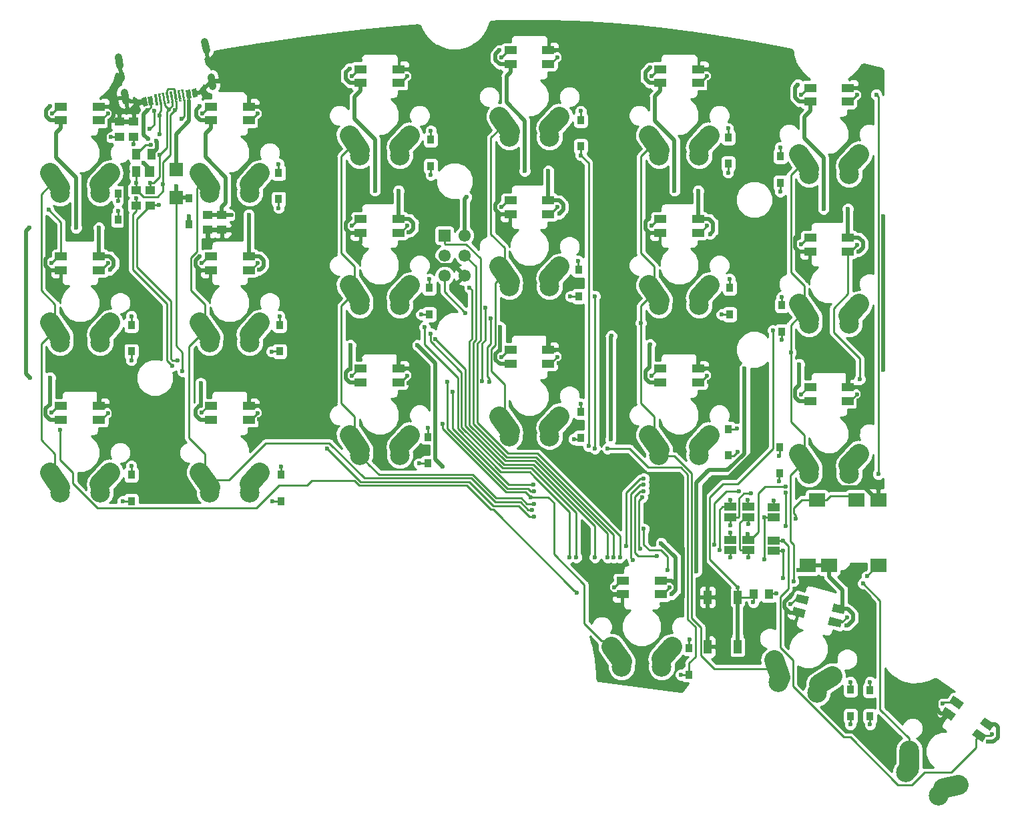
<source format=gbl>
G04 #@! TF.GenerationSoftware,KiCad,Pcbnew,(5.0.0)*
G04 #@! TF.CreationDate,2019-01-14T15:32:29+09:00*
G04 #@! TF.ProjectId,kp21,6B7032312E6B696361645F7063620000,rev?*
G04 #@! TF.SameCoordinates,Original*
G04 #@! TF.FileFunction,Copper,L2,Bot,Signal*
G04 #@! TF.FilePolarity,Positive*
%FSLAX46Y46*%
G04 Gerber Fmt 4.6, Leading zero omitted, Abs format (unit mm)*
G04 Created by KiCad (PCBNEW (5.0.0)) date 01/14/19 15:32:29*
%MOMM*%
%LPD*%
G01*
G04 APERTURE LIST*
G04 #@! TA.AperFunction,ComponentPad*
%ADD10C,2.500000*%
G04 #@! TD*
G04 #@! TA.AperFunction,Conductor*
%ADD11C,2.500000*%
G04 #@! TD*
G04 #@! TA.AperFunction,ComponentPad*
%ADD12O,2.500000X4.800000*%
G04 #@! TD*
G04 #@! TA.AperFunction,SMDPad,CuDef*
%ADD13R,0.300000X0.200000*%
G04 #@! TD*
G04 #@! TA.AperFunction,SMDPad,CuDef*
%ADD14C,0.300000*%
G04 #@! TD*
G04 #@! TA.AperFunction,Conductor*
%ADD15C,0.100000*%
G04 #@! TD*
G04 #@! TA.AperFunction,SMDPad,CuDef*
%ADD16C,0.600000*%
G04 #@! TD*
G04 #@! TA.AperFunction,ComponentPad*
%ADD17C,0.900000*%
G04 #@! TD*
G04 #@! TA.AperFunction,Conductor*
%ADD18C,0.900000*%
G04 #@! TD*
G04 #@! TA.AperFunction,ComponentPad*
%ADD19C,1.550000*%
G04 #@! TD*
G04 #@! TA.AperFunction,ComponentPad*
%ADD20R,1.550000X1.550000*%
G04 #@! TD*
G04 #@! TA.AperFunction,SMDPad,CuDef*
%ADD21R,1.000000X1.700000*%
G04 #@! TD*
G04 #@! TA.AperFunction,SMDPad,CuDef*
%ADD22R,1.300000X1.000000*%
G04 #@! TD*
G04 #@! TA.AperFunction,SMDPad,CuDef*
%ADD23R,1.000000X1.300000*%
G04 #@! TD*
G04 #@! TA.AperFunction,SMDPad,CuDef*
%ADD24R,1.800000X1.800000*%
G04 #@! TD*
G04 #@! TA.AperFunction,SMDPad,CuDef*
%ADD25R,1.000000X1.400000*%
G04 #@! TD*
G04 #@! TA.AperFunction,SMDPad,CuDef*
%ADD26R,1.200000X1.400000*%
G04 #@! TD*
G04 #@! TA.AperFunction,SMDPad,CuDef*
%ADD27R,1.500000X1.000000*%
G04 #@! TD*
G04 #@! TA.AperFunction,SMDPad,CuDef*
%ADD28R,1.600000X1.000000*%
G04 #@! TD*
G04 #@! TA.AperFunction,SMDPad,CuDef*
%ADD29C,1.000000*%
G04 #@! TD*
G04 #@! TA.AperFunction,SMDPad,CuDef*
%ADD30R,0.950000X1.100000*%
G04 #@! TD*
G04 #@! TA.AperFunction,SMDPad,CuDef*
%ADD31R,2.000000X1.750000*%
G04 #@! TD*
G04 #@! TA.AperFunction,ViaPad*
%ADD32C,0.600000*%
G04 #@! TD*
G04 #@! TA.AperFunction,Conductor*
%ADD33C,0.500000*%
G04 #@! TD*
G04 #@! TA.AperFunction,Conductor*
%ADD34C,0.250000*%
G04 #@! TD*
G04 #@! TA.AperFunction,Conductor*
%ADD35C,0.254000*%
G04 #@! TD*
G04 APERTURE END LIST*
D10*
G04 #@! TO.P,SW17,2*
G04 #@! TO.N,Net-(D18-Pad2)*
X188660000Y-89020000D03*
D11*
G04 #@! TD*
G04 #@! TO.N,Net-(D18-Pad2)*
G04 #@! TO.C,SW17*
X187990869Y-89763145D02*
X189329131Y-88276855D01*
D10*
G04 #@! TO.P,SW17,1*
G04 #@! TO.N,col4*
X182340000Y-89230000D03*
D11*
G04 #@! TD*
G04 #@! TO.N,col4*
G04 #@! TO.C,SW17*
X182999613Y-90172025D02*
X181680387Y-88287975D01*
D10*
G04 #@! TO.P,SW17,1*
G04 #@! TO.N,col4*
X182960000Y-90830000D03*
G04 #@! TO.P,SW17,2*
G04 #@! TO.N,Net-(D18-Pad2)*
X188040000Y-90830000D03*
G04 #@! TD*
G04 #@! TO.P,SW18,2*
G04 #@! TO.N,Net-(D19-Pad2)*
X204091063Y-119383932D03*
D11*
G04 #@! TD*
G04 #@! TO.N,Net-(D19-Pad2)*
G04 #@! TO.C,SW18*
X203252392Y-119928571D02*
X204929734Y-118839293D01*
D10*
G04 #@! TO.P,SW18,1*
G04 #@! TO.N,col4*
X197932060Y-117951040D03*
D11*
G04 #@! TD*
G04 #@! TO.N,col4*
G04 #@! TO.C,SW18*
X198325383Y-119031687D02*
X197538737Y-116870393D01*
D10*
G04 #@! TO.P,SW18,1*
G04 #@! TO.N,col4*
X198116824Y-119656989D03*
G04 #@! TO.P,SW18,2*
G04 #@! TO.N,Net-(D19-Pad2)*
X203023727Y-120971790D03*
G04 #@! TD*
G04 #@! TO.P,SW2,2*
G04 #@! TO.N,Net-(D3-Pad2)*
X112660000Y-55770000D03*
D11*
G04 #@! TD*
G04 #@! TO.N,Net-(D3-Pad2)*
G04 #@! TO.C,SW2*
X111990869Y-56513145D02*
X113329131Y-55026855D01*
D10*
G04 #@! TO.P,SW2,1*
G04 #@! TO.N,col0*
X106340000Y-55980000D03*
D11*
G04 #@! TD*
G04 #@! TO.N,col0*
G04 #@! TO.C,SW2*
X106999613Y-56922025D02*
X105680387Y-55037975D01*
D10*
G04 #@! TO.P,SW2,1*
G04 #@! TO.N,col0*
X106960000Y-57580000D03*
G04 #@! TO.P,SW2,2*
G04 #@! TO.N,Net-(D3-Pad2)*
X112040000Y-57580000D03*
G04 #@! TD*
G04 #@! TO.P,SW3,2*
G04 #@! TO.N,Net-(D4-Pad2)*
X112660000Y-74770000D03*
D11*
G04 #@! TD*
G04 #@! TO.N,Net-(D4-Pad2)*
G04 #@! TO.C,SW3*
X111990869Y-75513145D02*
X113329131Y-74026855D01*
D10*
G04 #@! TO.P,SW3,1*
G04 #@! TO.N,col0*
X106340000Y-74980000D03*
D11*
G04 #@! TD*
G04 #@! TO.N,col0*
G04 #@! TO.C,SW3*
X106999613Y-75922025D02*
X105680387Y-74037975D01*
D10*
G04 #@! TO.P,SW3,1*
G04 #@! TO.N,col0*
X106960000Y-76580000D03*
G04 #@! TO.P,SW3,2*
G04 #@! TO.N,Net-(D4-Pad2)*
X112040000Y-76580000D03*
G04 #@! TD*
G04 #@! TO.P,SW4,2*
G04 #@! TO.N,Net-(D5-Pad2)*
X112660000Y-93770000D03*
D11*
G04 #@! TD*
G04 #@! TO.N,Net-(D5-Pad2)*
G04 #@! TO.C,SW4*
X111990869Y-94513145D02*
X113329131Y-93026855D01*
D10*
G04 #@! TO.P,SW4,1*
G04 #@! TO.N,col0*
X106340000Y-93980000D03*
D11*
G04 #@! TD*
G04 #@! TO.N,col0*
G04 #@! TO.C,SW4*
X106999613Y-94922025D02*
X105680387Y-93037975D01*
D10*
G04 #@! TO.P,SW4,1*
G04 #@! TO.N,col0*
X106960000Y-95580000D03*
G04 #@! TO.P,SW4,2*
G04 #@! TO.N,Net-(D5-Pad2)*
X112040000Y-95580000D03*
G04 #@! TD*
G04 #@! TO.P,SW5,2*
G04 #@! TO.N,Net-(D6-Pad2)*
X131660000Y-55770000D03*
D11*
G04 #@! TD*
G04 #@! TO.N,Net-(D6-Pad2)*
G04 #@! TO.C,SW5*
X130990869Y-56513145D02*
X132329131Y-55026855D01*
D10*
G04 #@! TO.P,SW5,1*
G04 #@! TO.N,col1*
X125340000Y-55980000D03*
D11*
G04 #@! TD*
G04 #@! TO.N,col1*
G04 #@! TO.C,SW5*
X125999613Y-56922025D02*
X124680387Y-55037975D01*
D10*
G04 #@! TO.P,SW5,1*
G04 #@! TO.N,col1*
X125960000Y-57580000D03*
G04 #@! TO.P,SW5,2*
G04 #@! TO.N,Net-(D6-Pad2)*
X131040000Y-57580000D03*
G04 #@! TD*
G04 #@! TO.P,SW6,2*
G04 #@! TO.N,Net-(D7-Pad2)*
X131660000Y-74770000D03*
D11*
G04 #@! TD*
G04 #@! TO.N,Net-(D7-Pad2)*
G04 #@! TO.C,SW6*
X130990869Y-75513145D02*
X132329131Y-74026855D01*
D10*
G04 #@! TO.P,SW6,1*
G04 #@! TO.N,col1*
X125340000Y-74980000D03*
D11*
G04 #@! TD*
G04 #@! TO.N,col1*
G04 #@! TO.C,SW6*
X125999613Y-75922025D02*
X124680387Y-74037975D01*
D10*
G04 #@! TO.P,SW6,1*
G04 #@! TO.N,col1*
X125960000Y-76580000D03*
G04 #@! TO.P,SW6,2*
G04 #@! TO.N,Net-(D7-Pad2)*
X131040000Y-76580000D03*
G04 #@! TD*
G04 #@! TO.P,SW7,2*
G04 #@! TO.N,Net-(D8-Pad2)*
X131660000Y-93770000D03*
D11*
G04 #@! TD*
G04 #@! TO.N,Net-(D8-Pad2)*
G04 #@! TO.C,SW7*
X130990869Y-94513145D02*
X132329131Y-93026855D01*
D10*
G04 #@! TO.P,SW7,1*
G04 #@! TO.N,col1*
X125340000Y-93980000D03*
D11*
G04 #@! TD*
G04 #@! TO.N,col1*
G04 #@! TO.C,SW7*
X125999613Y-94922025D02*
X124680387Y-93037975D01*
D10*
G04 #@! TO.P,SW7,1*
G04 #@! TO.N,col1*
X125960000Y-95580000D03*
G04 #@! TO.P,SW7,2*
G04 #@! TO.N,Net-(D8-Pad2)*
X131040000Y-95580000D03*
G04 #@! TD*
G04 #@! TO.P,SW8,2*
G04 #@! TO.N,Net-(D9-Pad2)*
X150660000Y-51020000D03*
D11*
G04 #@! TD*
G04 #@! TO.N,Net-(D9-Pad2)*
G04 #@! TO.C,SW8*
X149990869Y-51763145D02*
X151329131Y-50276855D01*
D10*
G04 #@! TO.P,SW8,1*
G04 #@! TO.N,col2*
X144340000Y-51230000D03*
D11*
G04 #@! TD*
G04 #@! TO.N,col2*
G04 #@! TO.C,SW8*
X144999613Y-52172025D02*
X143680387Y-50287975D01*
D10*
G04 #@! TO.P,SW8,1*
G04 #@! TO.N,col2*
X144960000Y-52830000D03*
G04 #@! TO.P,SW8,2*
G04 #@! TO.N,Net-(D9-Pad2)*
X150040000Y-52830000D03*
G04 #@! TD*
G04 #@! TO.P,SW9,2*
G04 #@! TO.N,Net-(D10-Pad2)*
X150660000Y-70020000D03*
D11*
G04 #@! TD*
G04 #@! TO.N,Net-(D10-Pad2)*
G04 #@! TO.C,SW9*
X149990869Y-70763145D02*
X151329131Y-69276855D01*
D10*
G04 #@! TO.P,SW9,1*
G04 #@! TO.N,col2*
X144340000Y-70230000D03*
D11*
G04 #@! TD*
G04 #@! TO.N,col2*
G04 #@! TO.C,SW9*
X144999613Y-71172025D02*
X143680387Y-69287975D01*
D10*
G04 #@! TO.P,SW9,1*
G04 #@! TO.N,col2*
X144960000Y-71830000D03*
G04 #@! TO.P,SW9,2*
G04 #@! TO.N,Net-(D10-Pad2)*
X150040000Y-71830000D03*
G04 #@! TD*
G04 #@! TO.P,SW10,2*
G04 #@! TO.N,Net-(D11-Pad2)*
X150660000Y-89020000D03*
D11*
G04 #@! TD*
G04 #@! TO.N,Net-(D11-Pad2)*
G04 #@! TO.C,SW10*
X149990869Y-89763145D02*
X151329131Y-88276855D01*
D10*
G04 #@! TO.P,SW10,1*
G04 #@! TO.N,col2*
X144340000Y-89230000D03*
D11*
G04 #@! TD*
G04 #@! TO.N,col2*
G04 #@! TO.C,SW10*
X144999613Y-90172025D02*
X143680387Y-88287975D01*
D10*
G04 #@! TO.P,SW10,1*
G04 #@! TO.N,col2*
X144960000Y-90830000D03*
G04 #@! TO.P,SW10,2*
G04 #@! TO.N,Net-(D11-Pad2)*
X150040000Y-90830000D03*
G04 #@! TD*
G04 #@! TO.P,SW11,2*
G04 #@! TO.N,Net-(D12-Pad2)*
X169660000Y-48645000D03*
D11*
G04 #@! TD*
G04 #@! TO.N,Net-(D12-Pad2)*
G04 #@! TO.C,SW11*
X168990869Y-49388145D02*
X170329131Y-47901855D01*
D10*
G04 #@! TO.P,SW11,1*
G04 #@! TO.N,col3*
X163340000Y-48855000D03*
D11*
G04 #@! TD*
G04 #@! TO.N,col3*
G04 #@! TO.C,SW11*
X163999613Y-49797025D02*
X162680387Y-47912975D01*
D10*
G04 #@! TO.P,SW11,1*
G04 #@! TO.N,col3*
X163960000Y-50455000D03*
G04 #@! TO.P,SW11,2*
G04 #@! TO.N,Net-(D12-Pad2)*
X169040000Y-50455000D03*
G04 #@! TD*
G04 #@! TO.P,SW12,2*
G04 #@! TO.N,Net-(D13-Pad2)*
X169660000Y-67645000D03*
D11*
G04 #@! TD*
G04 #@! TO.N,Net-(D13-Pad2)*
G04 #@! TO.C,SW12*
X168990869Y-68388145D02*
X170329131Y-66901855D01*
D10*
G04 #@! TO.P,SW12,1*
G04 #@! TO.N,col3*
X163340000Y-67855000D03*
D11*
G04 #@! TD*
G04 #@! TO.N,col3*
G04 #@! TO.C,SW12*
X163999613Y-68797025D02*
X162680387Y-66912975D01*
D10*
G04 #@! TO.P,SW12,1*
G04 #@! TO.N,col3*
X163960000Y-69455000D03*
G04 #@! TO.P,SW12,2*
G04 #@! TO.N,Net-(D13-Pad2)*
X169040000Y-69455000D03*
G04 #@! TD*
G04 #@! TO.P,SW13,2*
G04 #@! TO.N,Net-(D14-Pad2)*
X169660000Y-86645000D03*
D11*
G04 #@! TD*
G04 #@! TO.N,Net-(D14-Pad2)*
G04 #@! TO.C,SW13*
X168990869Y-87388145D02*
X170329131Y-85901855D01*
D10*
G04 #@! TO.P,SW13,1*
G04 #@! TO.N,col3*
X163340000Y-86855000D03*
D11*
G04 #@! TD*
G04 #@! TO.N,col3*
G04 #@! TO.C,SW13*
X163999613Y-87797025D02*
X162680387Y-85912975D01*
D10*
G04 #@! TO.P,SW13,1*
G04 #@! TO.N,col3*
X163960000Y-88455000D03*
G04 #@! TO.P,SW13,2*
G04 #@! TO.N,Net-(D14-Pad2)*
X169040000Y-88455000D03*
G04 #@! TD*
G04 #@! TO.P,SW14,2*
G04 #@! TO.N,Net-(D15-Pad2)*
X183910000Y-115895000D03*
D11*
G04 #@! TD*
G04 #@! TO.N,Net-(D15-Pad2)*
G04 #@! TO.C,SW14*
X183240869Y-116638145D02*
X184579131Y-115151855D01*
D10*
G04 #@! TO.P,SW14,1*
G04 #@! TO.N,col3*
X177590000Y-116105000D03*
D11*
G04 #@! TD*
G04 #@! TO.N,col3*
G04 #@! TO.C,SW14*
X178249613Y-117047025D02*
X176930387Y-115162975D01*
D10*
G04 #@! TO.P,SW14,1*
G04 #@! TO.N,col3*
X178210000Y-117705000D03*
G04 #@! TO.P,SW14,2*
G04 #@! TO.N,Net-(D15-Pad2)*
X183290000Y-117705000D03*
G04 #@! TD*
G04 #@! TO.P,SW15,2*
G04 #@! TO.N,Net-(D16-Pad2)*
X188660000Y-51020000D03*
D11*
G04 #@! TD*
G04 #@! TO.N,Net-(D16-Pad2)*
G04 #@! TO.C,SW15*
X187990869Y-51763145D02*
X189329131Y-50276855D01*
D10*
G04 #@! TO.P,SW15,1*
G04 #@! TO.N,col4*
X182340000Y-51230000D03*
D11*
G04 #@! TD*
G04 #@! TO.N,col4*
G04 #@! TO.C,SW15*
X182999613Y-52172025D02*
X181680387Y-50287975D01*
D10*
G04 #@! TO.P,SW15,1*
G04 #@! TO.N,col4*
X182960000Y-52830000D03*
G04 #@! TO.P,SW15,2*
G04 #@! TO.N,Net-(D16-Pad2)*
X188040000Y-52830000D03*
G04 #@! TD*
G04 #@! TO.P,SW16,2*
G04 #@! TO.N,Net-(D17-Pad2)*
X188660000Y-70020000D03*
D11*
G04 #@! TD*
G04 #@! TO.N,Net-(D17-Pad2)*
G04 #@! TO.C,SW16*
X187990869Y-70763145D02*
X189329131Y-69276855D01*
D10*
G04 #@! TO.P,SW16,1*
G04 #@! TO.N,col4*
X182340000Y-70230000D03*
D11*
G04 #@! TD*
G04 #@! TO.N,col4*
G04 #@! TO.C,SW16*
X182999613Y-71172025D02*
X181680387Y-69287975D01*
D10*
G04 #@! TO.P,SW16,1*
G04 #@! TO.N,col4*
X182960000Y-71830000D03*
G04 #@! TO.P,SW16,2*
G04 #@! TO.N,Net-(D17-Pad2)*
X188040000Y-71830000D03*
G04 #@! TD*
G04 #@! TO.P,SW19,2*
G04 #@! TO.N,Net-(D20-Pad2)*
X207660000Y-53395000D03*
D11*
G04 #@! TD*
G04 #@! TO.N,Net-(D20-Pad2)*
G04 #@! TO.C,SW19*
X206990869Y-54138145D02*
X208329131Y-52651855D01*
D10*
G04 #@! TO.P,SW19,1*
G04 #@! TO.N,col5*
X201340000Y-53605000D03*
D11*
G04 #@! TD*
G04 #@! TO.N,col5*
G04 #@! TO.C,SW19*
X201999613Y-54547025D02*
X200680387Y-52662975D01*
D10*
G04 #@! TO.P,SW19,1*
G04 #@! TO.N,col5*
X201960000Y-55205000D03*
G04 #@! TO.P,SW19,2*
G04 #@! TO.N,Net-(D20-Pad2)*
X207040000Y-55205000D03*
G04 #@! TD*
G04 #@! TO.P,SW20,2*
G04 #@! TO.N,Net-(D21-Pad2)*
X207660000Y-72395000D03*
D11*
G04 #@! TD*
G04 #@! TO.N,Net-(D21-Pad2)*
G04 #@! TO.C,SW20*
X206990869Y-73138145D02*
X208329131Y-71651855D01*
D10*
G04 #@! TO.P,SW20,1*
G04 #@! TO.N,col5*
X201340000Y-72605000D03*
D11*
G04 #@! TD*
G04 #@! TO.N,col5*
G04 #@! TO.C,SW20*
X201999613Y-73547025D02*
X200680387Y-71662975D01*
D10*
G04 #@! TO.P,SW20,1*
G04 #@! TO.N,col5*
X201960000Y-74205000D03*
G04 #@! TO.P,SW20,2*
G04 #@! TO.N,Net-(D21-Pad2)*
X207040000Y-74205000D03*
G04 #@! TD*
G04 #@! TO.P,SW21,2*
G04 #@! TO.N,Net-(D22-Pad2)*
X207660000Y-91395000D03*
D11*
G04 #@! TD*
G04 #@! TO.N,Net-(D22-Pad2)*
G04 #@! TO.C,SW21*
X206990869Y-92138145D02*
X208329131Y-90651855D01*
D10*
G04 #@! TO.P,SW21,1*
G04 #@! TO.N,col5*
X201340000Y-91605000D03*
D11*
G04 #@! TD*
G04 #@! TO.N,col5*
G04 #@! TO.C,SW21*
X201999613Y-92547025D02*
X200680387Y-90662975D01*
D10*
G04 #@! TO.P,SW21,1*
G04 #@! TO.N,col5*
X201960000Y-93205000D03*
G04 #@! TO.P,SW21,2*
G04 #@! TO.N,Net-(D22-Pad2)*
X207040000Y-93205000D03*
G04 #@! TD*
G04 #@! TO.P,SW22,2*
G04 #@! TO.N,Net-(D23-Pad2)*
X219965343Y-132886907D03*
D11*
G04 #@! TD*
G04 #@! TO.N,Net-(D23-Pad2)*
G04 #@! TO.C,SW22*
X218990973Y-133111858D02*
X220939713Y-132661956D01*
D12*
G04 #@! TO.P,SW22,1*
G04 #@! TO.N,col5*
X214667851Y-129433926D03*
D10*
X214258003Y-131100186D03*
G04 #@! TO.P,SW22,2*
G04 #@! TO.N,Net-(D23-Pad2)*
X218419295Y-134013955D03*
G04 #@! TD*
D13*
G04 #@! TO.P,P1,5*
G04 #@! TO.N,Net-(D1-Pad3)*
X120048933Y-44991389D03*
G04 #@! TO.P,P1,4*
G04 #@! TO.N,Net-(P1-Pad4)*
X119556529Y-45078213D03*
G04 #@! TO.P,P1,6*
G04 #@! TO.N,Net-(D1-Pad2)*
X120541337Y-44904565D03*
G04 #@! TO.P,P1,8*
X121526144Y-44730917D03*
G04 #@! TO.P,P1,9*
G04 #@! TO.N,Net-(P1-Pad9)*
X122018548Y-44644093D03*
G04 #@! TO.P,P1,10*
G04 #@! TO.N,Net-(P1-Pad10)*
X122510952Y-44557269D03*
G04 #@! TO.P,P1,3*
G04 #@! TO.N,Net-(P1-Pad3)*
X119064125Y-45165037D03*
G04 #@! TO.P,P1,7*
G04 #@! TO.N,Net-(D1-Pad3)*
X121033740Y-44817741D03*
G04 #@! TO.P,P1,5*
X120232976Y-46207912D03*
G04 #@! TO.P,P1,6*
G04 #@! TO.N,Net-(D1-Pad2)*
X120725380Y-46121088D03*
G04 #@! TO.P,P1,8*
X121710187Y-45947440D03*
G04 #@! TO.P,P1,10*
G04 #@! TO.N,Net-(P1-Pad10)*
X122694995Y-45773792D03*
G04 #@! TO.P,P1,3*
G04 #@! TO.N,Net-(P1-Pad3)*
X119248168Y-46381560D03*
G04 #@! TO.P,P1,9*
G04 #@! TO.N,Net-(P1-Pad9)*
X122202591Y-45860616D03*
G04 #@! TO.P,P1,7*
G04 #@! TO.N,Net-(D1-Pad3)*
X121217784Y-46034264D03*
G04 #@! TO.P,P1,4*
G04 #@! TO.N,Net-(P1-Pad4)*
X119740572Y-46294736D03*
D14*
G04 #@! TO.P,P1,6*
G04 #@! TO.N,Net-(D1-Pad2)*
X120637414Y-45507034D03*
D15*
G04 #@! TD*
G04 #@! TO.N,Net-(D1-Pad2)*
G04 #@! TO.C,P1*
G36*
X120689629Y-44939343D02*
X120880642Y-46022631D01*
X120585199Y-46074725D01*
X120394186Y-44991437D01*
X120689629Y-44939343D01*
X120689629Y-44939343D01*
G37*
D14*
G04 #@! TO.P,P1,8*
G04 #@! TO.N,Net-(D1-Pad2)*
X121622222Y-45333386D03*
D15*
G04 #@! TD*
G04 #@! TO.N,Net-(D1-Pad2)*
G04 #@! TO.C,P1*
G36*
X121674437Y-44765695D02*
X121865450Y-45848983D01*
X121570007Y-45901077D01*
X121378994Y-44817789D01*
X121674437Y-44765695D01*
X121674437Y-44765695D01*
G37*
D16*
G04 #@! TO.P,P1,12*
G04 #@! TO.N,GND*
X124035001Y-44907948D03*
D15*
G04 #@! TD*
G04 #@! TO.N,GND*
G04 #@! TO.C,P1*
G36*
X124234937Y-44314209D02*
X124425950Y-45397498D01*
X123835065Y-45501687D01*
X123644052Y-44418398D01*
X124234937Y-44314209D01*
X124234937Y-44314209D01*
G37*
D14*
G04 #@! TO.P,P1,10*
G04 #@! TO.N,Net-(P1-Pad10)*
X122607029Y-45159738D03*
D15*
G04 #@! TD*
G04 #@! TO.N,Net-(P1-Pad10)*
G04 #@! TO.C,P1*
G36*
X122659244Y-44592047D02*
X122850257Y-45675335D01*
X122554814Y-45727429D01*
X122363801Y-44644141D01*
X122659244Y-44592047D01*
X122659244Y-44592047D01*
G37*
D14*
G04 #@! TO.P,P1,3*
G04 #@! TO.N,Net-(P1-Pad3)*
X119160202Y-45767506D03*
D15*
G04 #@! TD*
G04 #@! TO.N,Net-(P1-Pad3)*
G04 #@! TO.C,P1*
G36*
X119212417Y-45199815D02*
X119403430Y-46283103D01*
X119107987Y-46335197D01*
X118916974Y-45251909D01*
X119212417Y-45199815D01*
X119212417Y-45199815D01*
G37*
D14*
G04 #@! TO.P,P1,9*
G04 #@! TO.N,Net-(P1-Pad9)*
X122114626Y-45246562D03*
D15*
G04 #@! TD*
G04 #@! TO.N,Net-(P1-Pad9)*
G04 #@! TO.C,P1*
G36*
X122166841Y-44678871D02*
X122357854Y-45762159D01*
X122062411Y-45814253D01*
X121871398Y-44730965D01*
X122166841Y-44678871D01*
X122166841Y-44678871D01*
G37*
D14*
G04 #@! TO.P,P1,7*
G04 #@! TO.N,Net-(D1-Pad3)*
X121129818Y-45420210D03*
D15*
G04 #@! TD*
G04 #@! TO.N,Net-(D1-Pad3)*
G04 #@! TO.C,P1*
G36*
X121182033Y-44852519D02*
X121373046Y-45935807D01*
X121077603Y-45987901D01*
X120886590Y-44904613D01*
X121182033Y-44852519D01*
X121182033Y-44852519D01*
G37*
D14*
G04 #@! TO.P,P1,5*
G04 #@! TO.N,Net-(D1-Pad3)*
X120145010Y-45593858D03*
D15*
G04 #@! TD*
G04 #@! TO.N,Net-(D1-Pad3)*
G04 #@! TO.C,P1*
G36*
X120197225Y-45026167D02*
X120388238Y-46109455D01*
X120092795Y-46161549D01*
X119901782Y-45078261D01*
X120197225Y-45026167D01*
X120197225Y-45026167D01*
G37*
D14*
G04 #@! TO.P,P1,4*
G04 #@! TO.N,Net-(P1-Pad4)*
X119652606Y-45680682D03*
D15*
G04 #@! TD*
G04 #@! TO.N,Net-(P1-Pad4)*
G04 #@! TO.C,P1*
G36*
X119704821Y-45112991D02*
X119895834Y-46196279D01*
X119600391Y-46248373D01*
X119409378Y-45165085D01*
X119704821Y-45112991D01*
X119704821Y-45112991D01*
G37*
D16*
G04 #@! TO.P,P1,11*
G04 #@! TO.N,Net-(D1-Pad4)*
X123296395Y-45038184D03*
D15*
G04 #@! TD*
G04 #@! TO.N,Net-(D1-Pad4)*
G04 #@! TO.C,P1*
G36*
X123496331Y-44444445D02*
X123687344Y-45527734D01*
X123096459Y-45631923D01*
X122905446Y-44548634D01*
X123496331Y-44444445D01*
X123496331Y-44444445D01*
G37*
D16*
G04 #@! TO.P,P1,1*
G04 #@! TO.N,GND*
X117732231Y-46019296D03*
D15*
G04 #@! TD*
G04 #@! TO.N,GND*
G04 #@! TO.C,P1*
G36*
X117932167Y-45425557D02*
X118123180Y-46508846D01*
X117532295Y-46613035D01*
X117341282Y-45529746D01*
X117932167Y-45425557D01*
X117932167Y-45425557D01*
G37*
D16*
G04 #@! TO.P,P1,2*
G04 #@! TO.N,Net-(D1-Pad4)*
X118470837Y-45889060D03*
D15*
G04 #@! TD*
G04 #@! TO.N,Net-(D1-Pad4)*
G04 #@! TO.C,P1*
G36*
X118670773Y-45295321D02*
X118861786Y-46378610D01*
X118270901Y-46482799D01*
X118079888Y-45399510D01*
X118670773Y-45295321D01*
X118670773Y-45295321D01*
G37*
D17*
G04 #@! TO.P,P1,13*
G04 #@! TO.N,GND*
X125387597Y-38901824D03*
D18*
G04 #@! TD*
G04 #@! TO.N,GND*
G04 #@! TO.C,P1*
X125487445Y-39468088D02*
X125287749Y-38335560D01*
D17*
G04 #@! TO.P,P1,13*
G04 #@! TO.N,GND*
X114406991Y-40838003D03*
D18*
G04 #@! TD*
G04 #@! TO.N,GND*
G04 #@! TO.C,P1*
X114506839Y-41404267D02*
X114307143Y-40271739D01*
D17*
G04 #@! TO.P,P1,13*
G04 #@! TO.N,GND*
X115205773Y-45368118D03*
D18*
G04 #@! TD*
G04 #@! TO.N,GND*
G04 #@! TO.C,P1*
X115305621Y-45934382D02*
X115105925Y-44801854D01*
D17*
G04 #@! TO.P,P1,13*
G04 #@! TO.N,GND*
X126186379Y-43431941D03*
D18*
G04 #@! TD*
G04 #@! TO.N,GND*
G04 #@! TO.C,P1*
X126286227Y-43998205D02*
X126086531Y-42865677D01*
D19*
G04 #@! TO.P,J1,6*
G04 #@! TO.N,GND*
X158270000Y-68040000D03*
G04 #@! TO.P,J1,4*
G04 #@! TO.N,MOSI*
X158270000Y-65500000D03*
G04 #@! TO.P,J1,5*
G04 #@! TO.N,/RESET*
X155730000Y-68040000D03*
G04 #@! TO.P,J1,3*
G04 #@! TO.N,SCK*
X155730000Y-65500000D03*
G04 #@! TO.P,J1,2*
G04 #@! TO.N,VCC*
X158270000Y-62960000D03*
D20*
G04 #@! TO.P,J1,1*
G04 #@! TO.N,MISO*
X155730000Y-62960000D03*
G04 #@! TD*
D21*
G04 #@! TO.P,SW1,2*
G04 #@! TO.N,/RESET*
X192900000Y-108850000D03*
X192900000Y-115150000D03*
G04 #@! TO.P,SW1,1*
G04 #@! TO.N,GND*
X189100000Y-115150000D03*
X189100000Y-108850000D03*
G04 #@! TD*
D22*
G04 #@! TO.P,C10,2*
G04 #@! TO.N,GND*
X125700000Y-62250000D03*
G04 #@! TO.P,C10,1*
G04 #@! TO.N,VCC*
X125700000Y-60350000D03*
G04 #@! TD*
G04 #@! TO.P,C11,2*
G04 #@! TO.N,GND*
X127500000Y-62250000D03*
G04 #@! TO.P,C11,1*
G04 #@! TO.N,VCC*
X127500000Y-60350000D03*
G04 #@! TD*
G04 #@! TO.P,R1,2*
G04 #@! TO.N,GND*
X116300000Y-48550000D03*
G04 #@! TO.P,R1,1*
G04 #@! TO.N,Net-(P1-Pad4)*
X116300000Y-50450000D03*
G04 #@! TD*
G04 #@! TO.P,R2,2*
G04 #@! TO.N,GND*
X114500000Y-48550000D03*
G04 #@! TO.P,R2,1*
G04 #@! TO.N,Net-(P1-Pad10)*
X114500000Y-50450000D03*
G04 #@! TD*
D23*
G04 #@! TO.P,R3,2*
G04 #@! TO.N,/RESET*
X194950000Y-108500000D03*
G04 #@! TO.P,R3,1*
G04 #@! TO.N,VCC*
X196850000Y-108500000D03*
G04 #@! TD*
D22*
G04 #@! TO.P,R4,2*
G04 #@! TO.N,D-*
X118400000Y-59150000D03*
G04 #@! TO.P,R4,1*
G04 #@! TO.N,Net-(D1-Pad3)*
X118400000Y-57250000D03*
G04 #@! TD*
G04 #@! TO.P,R5,2*
G04 #@! TO.N,D+*
X116600000Y-59150000D03*
G04 #@! TO.P,R5,1*
G04 #@! TO.N,Net-(D1-Pad2)*
X116600000Y-57250000D03*
G04 #@! TD*
D24*
G04 #@! TO.P,F1,1*
G04 #@! TO.N,/VBUS*
X121680000Y-58200000D03*
G04 #@! TO.P,F1,2*
G04 #@! TO.N,Net-(D1-Pad4)*
X121680000Y-54600000D03*
G04 #@! TD*
D25*
G04 #@! TO.P,D1,3*
G04 #@! TO.N,Net-(D1-Pad3)*
X116640000Y-52700000D03*
G04 #@! TO.P,D1,4*
G04 #@! TO.N,Net-(D1-Pad4)*
X118560000Y-52700000D03*
G04 #@! TO.P,D1,2*
G04 #@! TO.N,Net-(D1-Pad2)*
X116640000Y-54900000D03*
D26*
G04 #@! TO.P,D1,1*
G04 #@! TO.N,GND*
X118360000Y-54900000D03*
G04 #@! TD*
D27*
G04 #@! TO.P,JP1,1*
G04 #@! TO.N,/SCL*
X194250000Y-97400000D03*
G04 #@! TO.P,JP1,2*
G04 #@! TO.N,Net-(J2-Pad4)*
X194250000Y-98700000D03*
G04 #@! TD*
G04 #@! TO.P,JP2,1*
G04 #@! TO.N,/SDA*
X192000000Y-97400000D03*
G04 #@! TO.P,JP2,2*
G04 #@! TO.N,Net-(J2-Pad3)*
X192000000Y-98700000D03*
G04 #@! TD*
G04 #@! TO.P,JP3,1*
G04 #@! TO.N,data*
X197500000Y-98750000D03*
G04 #@! TO.P,JP3,2*
G04 #@! TO.N,Net-(J2-Pad3)*
X197500000Y-97450000D03*
G04 #@! TD*
G04 #@! TO.P,JP4,1*
G04 #@! TO.N,/LED_IN*
X197500000Y-101650000D03*
G04 #@! TO.P,JP4,2*
G04 #@! TO.N,Net-(J2-Pad4)*
X197500000Y-102950000D03*
G04 #@! TD*
G04 #@! TO.P,JP5,1*
G04 #@! TO.N,EXTRA*
X194250000Y-101600000D03*
G04 #@! TO.P,JP5,2*
G04 #@! TO.N,Net-(J2-Pad4)*
X194250000Y-102900000D03*
G04 #@! TD*
G04 #@! TO.P,JP6,1*
G04 #@! TO.N,LED*
X192000000Y-102900000D03*
G04 #@! TO.P,JP6,2*
G04 #@! TO.N,/LED_IN*
X192000000Y-101600000D03*
G04 #@! TD*
D28*
G04 #@! TO.P,U2,3*
G04 #@! TO.N,Net-(U2-Pad3)*
X107100000Y-46625000D03*
G04 #@! TO.P,U2,4*
G04 #@! TO.N,VCC*
X107100000Y-48375000D03*
G04 #@! TO.P,U2,1*
G04 #@! TO.N,Net-(U2-Pad1)*
X111900000Y-48375000D03*
G04 #@! TO.P,U2,2*
G04 #@! TO.N,GND*
X111900000Y-46625000D03*
G04 #@! TD*
G04 #@! TO.P,U3,3*
G04 #@! TO.N,Net-(U3-Pad3)*
X111900000Y-67375000D03*
G04 #@! TO.P,U3,4*
G04 #@! TO.N,VCC*
X111900000Y-65625000D03*
G04 #@! TO.P,U3,1*
G04 #@! TO.N,Net-(U2-Pad3)*
X107100000Y-65625000D03*
G04 #@! TO.P,U3,2*
G04 #@! TO.N,GND*
X107100000Y-67375000D03*
G04 #@! TD*
G04 #@! TO.P,U4,3*
G04 #@! TO.N,Net-(U14-Pad1)*
X107100000Y-84625000D03*
G04 #@! TO.P,U4,4*
G04 #@! TO.N,VCC*
X107100000Y-86375000D03*
G04 #@! TO.P,U4,1*
G04 #@! TO.N,Net-(U4-Pad1)*
X111900000Y-86375000D03*
G04 #@! TO.P,U4,2*
G04 #@! TO.N,GND*
X111900000Y-84625000D03*
G04 #@! TD*
G04 #@! TO.P,U5,3*
G04 #@! TO.N,Net-(U2-Pad1)*
X126100000Y-46625000D03*
G04 #@! TO.P,U5,4*
G04 #@! TO.N,VCC*
X126100000Y-48375000D03*
G04 #@! TO.P,U5,1*
G04 #@! TO.N,Net-(U5-Pad1)*
X130900000Y-48375000D03*
G04 #@! TO.P,U5,2*
G04 #@! TO.N,GND*
X130900000Y-46625000D03*
G04 #@! TD*
G04 #@! TO.P,U6,3*
G04 #@! TO.N,Net-(U6-Pad3)*
X130900000Y-67375000D03*
G04 #@! TO.P,U6,4*
G04 #@! TO.N,VCC*
X130900000Y-65625000D03*
G04 #@! TO.P,U6,1*
G04 #@! TO.N,Net-(U3-Pad3)*
X126100000Y-65625000D03*
G04 #@! TO.P,U6,2*
G04 #@! TO.N,GND*
X126100000Y-67375000D03*
G04 #@! TD*
G04 #@! TO.P,U7,3*
G04 #@! TO.N,Net-(U4-Pad1)*
X126100000Y-84625000D03*
G04 #@! TO.P,U7,4*
G04 #@! TO.N,VCC*
X126100000Y-86375000D03*
G04 #@! TO.P,U7,1*
G04 #@! TO.N,Net-(U10-Pad3)*
X130900000Y-86375000D03*
G04 #@! TO.P,U7,2*
G04 #@! TO.N,GND*
X130900000Y-84625000D03*
G04 #@! TD*
G04 #@! TO.P,U8,3*
G04 #@! TO.N,Net-(U5-Pad1)*
X145100000Y-41875000D03*
G04 #@! TO.P,U8,4*
G04 #@! TO.N,VCC*
X145100000Y-43625000D03*
G04 #@! TO.P,U8,1*
G04 #@! TO.N,Net-(U11-Pad3)*
X149900000Y-43625000D03*
G04 #@! TO.P,U8,2*
G04 #@! TO.N,GND*
X149900000Y-41875000D03*
G04 #@! TD*
G04 #@! TO.P,U9,3*
G04 #@! TO.N,Net-(U12-Pad1)*
X149900000Y-62625000D03*
G04 #@! TO.P,U9,4*
G04 #@! TO.N,VCC*
X149900000Y-60875000D03*
G04 #@! TO.P,U9,1*
G04 #@! TO.N,Net-(U6-Pad3)*
X145100000Y-60875000D03*
G04 #@! TO.P,U9,2*
G04 #@! TO.N,GND*
X145100000Y-62625000D03*
G04 #@! TD*
G04 #@! TO.P,U10,3*
G04 #@! TO.N,Net-(U10-Pad3)*
X145100000Y-79875000D03*
G04 #@! TO.P,U10,4*
G04 #@! TO.N,VCC*
X145100000Y-81625000D03*
G04 #@! TO.P,U10,1*
G04 #@! TO.N,Net-(U10-Pad1)*
X149900000Y-81625000D03*
G04 #@! TO.P,U10,2*
G04 #@! TO.N,GND*
X149900000Y-79875000D03*
G04 #@! TD*
G04 #@! TO.P,U11,3*
G04 #@! TO.N,Net-(U11-Pad3)*
X164100000Y-39500000D03*
G04 #@! TO.P,U11,4*
G04 #@! TO.N,VCC*
X164100000Y-41250000D03*
G04 #@! TO.P,U11,1*
G04 #@! TO.N,Net-(U11-Pad1)*
X168900000Y-41250000D03*
G04 #@! TO.P,U11,2*
G04 #@! TO.N,GND*
X168900000Y-39500000D03*
G04 #@! TD*
G04 #@! TO.P,U12,3*
G04 #@! TO.N,Net-(U12-Pad3)*
X168900000Y-60250000D03*
G04 #@! TO.P,U12,4*
G04 #@! TO.N,VCC*
X168900000Y-58500000D03*
G04 #@! TO.P,U12,1*
G04 #@! TO.N,Net-(U12-Pad1)*
X164100000Y-58500000D03*
G04 #@! TO.P,U12,2*
G04 #@! TO.N,GND*
X164100000Y-60250000D03*
G04 #@! TD*
G04 #@! TO.P,U13,3*
G04 #@! TO.N,Net-(U10-Pad1)*
X164100000Y-77500000D03*
G04 #@! TO.P,U13,4*
G04 #@! TO.N,VCC*
X164100000Y-79250000D03*
G04 #@! TO.P,U13,1*
G04 #@! TO.N,Net-(U13-Pad1)*
X168900000Y-79250000D03*
G04 #@! TO.P,U13,2*
G04 #@! TO.N,GND*
X168900000Y-77500000D03*
G04 #@! TD*
G04 #@! TO.P,U14,3*
G04 #@! TO.N,Net-(U14-Pad3)*
X183150000Y-108500000D03*
G04 #@! TO.P,U14,4*
G04 #@! TO.N,VCC*
X183150000Y-106750000D03*
G04 #@! TO.P,U14,1*
G04 #@! TO.N,Net-(U14-Pad1)*
X178350000Y-106750000D03*
G04 #@! TO.P,U14,2*
G04 #@! TO.N,GND*
X178350000Y-108500000D03*
G04 #@! TD*
G04 #@! TO.P,U15,3*
G04 #@! TO.N,Net-(U11-Pad1)*
X183100000Y-41875000D03*
G04 #@! TO.P,U15,4*
G04 #@! TO.N,VCC*
X183100000Y-43625000D03*
G04 #@! TO.P,U15,1*
G04 #@! TO.N,Net-(U15-Pad1)*
X187900000Y-43625000D03*
G04 #@! TO.P,U15,2*
G04 #@! TO.N,GND*
X187900000Y-41875000D03*
G04 #@! TD*
G04 #@! TO.P,U16,3*
G04 #@! TO.N,Net-(U16-Pad3)*
X187900000Y-62625000D03*
G04 #@! TO.P,U16,4*
G04 #@! TO.N,VCC*
X187900000Y-60875000D03*
G04 #@! TO.P,U16,1*
G04 #@! TO.N,Net-(U12-Pad3)*
X183100000Y-60875000D03*
G04 #@! TO.P,U16,2*
G04 #@! TO.N,GND*
X183100000Y-62625000D03*
G04 #@! TD*
G04 #@! TO.P,U17,3*
G04 #@! TO.N,Net-(U13-Pad1)*
X183100000Y-79875000D03*
G04 #@! TO.P,U17,4*
G04 #@! TO.N,VCC*
X183100000Y-81625000D03*
G04 #@! TO.P,U17,1*
G04 #@! TO.N,Net-(U17-Pad1)*
X187900000Y-81625000D03*
G04 #@! TO.P,U17,2*
G04 #@! TO.N,GND*
X187900000Y-79875000D03*
G04 #@! TD*
D29*
G04 #@! TO.P,U18,3*
G04 #@! TO.N,Net-(U18-Pad3)*
X205270927Y-112044207D03*
D15*
G04 #@! TD*
G04 #@! TO.N,Net-(U18-Pad3)*
G04 #@! TO.C,U18*
G36*
X204368777Y-112320115D02*
X204627596Y-111354189D01*
X206173077Y-111768299D01*
X205914258Y-112734225D01*
X204368777Y-112320115D01*
X204368777Y-112320115D01*
G37*
D29*
G04 #@! TO.P,U18,4*
G04 #@! TO.N,VCC*
X205723860Y-110353837D03*
D15*
G04 #@! TD*
G04 #@! TO.N,VCC*
G04 #@! TO.C,U18*
G36*
X204821710Y-110629745D02*
X205080529Y-109663819D01*
X206626010Y-110077929D01*
X206367191Y-111043855D01*
X204821710Y-110629745D01*
X204821710Y-110629745D01*
G37*
D29*
G04 #@! TO.P,U18,1*
G04 #@! TO.N,Net-(U14-Pad3)*
X201087416Y-109111506D03*
D15*
G04 #@! TD*
G04 #@! TO.N,Net-(U14-Pad3)*
G04 #@! TO.C,U18*
G36*
X200185266Y-109387414D02*
X200444085Y-108421488D01*
X201989566Y-108835598D01*
X201730747Y-109801524D01*
X200185266Y-109387414D01*
X200185266Y-109387414D01*
G37*
D29*
G04 #@! TO.P,U18,2*
G04 #@! TO.N,GND*
X200634483Y-110801876D03*
D15*
G04 #@! TD*
G04 #@! TO.N,GND*
G04 #@! TO.C,U18*
G36*
X199732333Y-111077784D02*
X199991152Y-110111858D01*
X201536633Y-110525968D01*
X201277814Y-111491894D01*
X199732333Y-111077784D01*
X199732333Y-111077784D01*
G37*
D28*
G04 #@! TO.P,U19,3*
G04 #@! TO.N,Net-(U15-Pad1)*
X202100000Y-44250000D03*
G04 #@! TO.P,U19,4*
G04 #@! TO.N,VCC*
X202100000Y-46000000D03*
G04 #@! TO.P,U19,1*
G04 #@! TO.N,EXTRA*
X206900000Y-46000000D03*
G04 #@! TO.P,U19,2*
G04 #@! TO.N,GND*
X206900000Y-44250000D03*
G04 #@! TD*
G04 #@! TO.P,U20,3*
G04 #@! TO.N,Net-(U20-Pad3)*
X206900000Y-65000000D03*
G04 #@! TO.P,U20,4*
G04 #@! TO.N,VCC*
X206900000Y-63250000D03*
G04 #@! TO.P,U20,1*
G04 #@! TO.N,Net-(U16-Pad3)*
X202100000Y-63250000D03*
G04 #@! TO.P,U20,2*
G04 #@! TO.N,GND*
X202100000Y-65000000D03*
G04 #@! TD*
G04 #@! TO.P,U21,3*
G04 #@! TO.N,Net-(U17-Pad1)*
X202100000Y-82250000D03*
G04 #@! TO.P,U21,4*
G04 #@! TO.N,VCC*
X202100000Y-84000000D03*
G04 #@! TO.P,U21,1*
G04 #@! TO.N,Net-(U20-Pad3)*
X206900000Y-84000000D03*
G04 #@! TO.P,U21,2*
G04 #@! TO.N,GND*
X206900000Y-82250000D03*
G04 #@! TD*
D29*
G04 #@! TO.P,U22,3*
G04 #@! TO.N,/LED_IN*
X223584385Y-126393359D03*
D15*
G04 #@! TD*
G04 #@! TO.N,/LED_IN*
G04 #@! TO.C,U22*
G36*
X222642275Y-126344074D02*
X223215852Y-125524922D01*
X224526495Y-126442644D01*
X223952918Y-127261796D01*
X222642275Y-126344074D01*
X222642275Y-126344074D01*
G37*
D29*
G04 #@! TO.P,U22,4*
G04 #@! TO.N,VCC*
X224588144Y-124959843D03*
D15*
G04 #@! TD*
G04 #@! TO.N,VCC*
G04 #@! TO.C,U22*
G36*
X223646034Y-124910558D02*
X224219611Y-124091406D01*
X225530254Y-125009128D01*
X224956677Y-125828280D01*
X223646034Y-124910558D01*
X223646034Y-124910558D01*
G37*
D29*
G04 #@! TO.P,U22,1*
G04 #@! TO.N,Net-(U18-Pad3)*
X220656214Y-122206676D03*
D15*
G04 #@! TD*
G04 #@! TO.N,Net-(U18-Pad3)*
G04 #@! TO.C,U22*
G36*
X219714104Y-122157391D02*
X220287681Y-121338239D01*
X221598324Y-122255961D01*
X221024747Y-123075113D01*
X219714104Y-122157391D01*
X219714104Y-122157391D01*
G37*
D29*
G04 #@! TO.P,U22,2*
G04 #@! TO.N,GND*
X219652456Y-123640192D03*
D15*
G04 #@! TD*
G04 #@! TO.N,GND*
G04 #@! TO.C,U22*
G36*
X218710346Y-123590907D02*
X219283923Y-122771755D01*
X220594566Y-123689477D01*
X220020989Y-124508629D01*
X218710346Y-123590907D01*
X218710346Y-123590907D01*
G37*
D30*
G04 #@! TO.P,D2,1*
G04 #@! TO.N,VCC*
X123300000Y-61575000D03*
G04 #@! TO.P,D2,2*
G04 #@! TO.N,/VBUS*
X123300000Y-58225000D03*
G04 #@! TD*
G04 #@! TO.P,D3,2*
G04 #@! TO.N,Net-(D3-Pad2)*
X114300000Y-57625000D03*
G04 #@! TO.P,D3,1*
G04 #@! TO.N,row0*
X114300000Y-60975000D03*
G04 #@! TD*
G04 #@! TO.P,D4,2*
G04 #@! TO.N,Net-(D4-Pad2)*
X116000000Y-74325000D03*
G04 #@! TO.P,D4,1*
G04 #@! TO.N,row1*
X116000000Y-77675000D03*
G04 #@! TD*
G04 #@! TO.P,D5,2*
G04 #@! TO.N,Net-(D5-Pad2)*
X116000000Y-93325000D03*
G04 #@! TO.P,D5,1*
G04 #@! TO.N,row2*
X116000000Y-96675000D03*
G04 #@! TD*
G04 #@! TO.P,D6,2*
G04 #@! TO.N,Net-(D6-Pad2)*
X134700000Y-55025000D03*
G04 #@! TO.P,D6,1*
G04 #@! TO.N,row0*
X134700000Y-58375000D03*
G04 #@! TD*
G04 #@! TO.P,D7,2*
G04 #@! TO.N,Net-(D7-Pad2)*
X134800000Y-74325000D03*
G04 #@! TO.P,D7,1*
G04 #@! TO.N,row1*
X134800000Y-77675000D03*
G04 #@! TD*
G04 #@! TO.P,D8,2*
G04 #@! TO.N,Net-(D8-Pad2)*
X135000000Y-93325000D03*
G04 #@! TO.P,D8,1*
G04 #@! TO.N,row2*
X135000000Y-96675000D03*
G04 #@! TD*
G04 #@! TO.P,D9,2*
G04 #@! TO.N,Net-(D9-Pad2)*
X154000000Y-50825000D03*
G04 #@! TO.P,D9,1*
G04 #@! TO.N,row0*
X154000000Y-54175000D03*
G04 #@! TD*
G04 #@! TO.P,D10,1*
G04 #@! TO.N,row1*
X153800000Y-72975000D03*
G04 #@! TO.P,D10,2*
G04 #@! TO.N,Net-(D10-Pad2)*
X153800000Y-69625000D03*
G04 #@! TD*
G04 #@! TO.P,D11,1*
G04 #@! TO.N,row2*
X153600000Y-91875000D03*
G04 #@! TO.P,D11,2*
G04 #@! TO.N,Net-(D11-Pad2)*
X153600000Y-88525000D03*
G04 #@! TD*
G04 #@! TO.P,D12,1*
G04 #@! TO.N,row0*
X173000000Y-51675000D03*
G04 #@! TO.P,D12,2*
G04 #@! TO.N,Net-(D12-Pad2)*
X173000000Y-48325000D03*
G04 #@! TD*
G04 #@! TO.P,D13,1*
G04 #@! TO.N,row1*
X172750000Y-70675000D03*
G04 #@! TO.P,D13,2*
G04 #@! TO.N,Net-(D13-Pad2)*
X172750000Y-67325000D03*
G04 #@! TD*
G04 #@! TO.P,D14,1*
G04 #@! TO.N,row2*
X173000000Y-88675000D03*
G04 #@! TO.P,D14,2*
G04 #@! TO.N,Net-(D14-Pad2)*
X173000000Y-85325000D03*
G04 #@! TD*
G04 #@! TO.P,D15,2*
G04 #@! TO.N,Net-(D15-Pad2)*
X186750000Y-115325000D03*
G04 #@! TO.P,D15,1*
G04 #@! TO.N,row3*
X186750000Y-118675000D03*
G04 #@! TD*
G04 #@! TO.P,D16,2*
G04 #@! TO.N,Net-(D16-Pad2)*
X191700000Y-50525000D03*
G04 #@! TO.P,D16,1*
G04 #@! TO.N,row0*
X191700000Y-53875000D03*
G04 #@! TD*
G04 #@! TO.P,D17,1*
G04 #@! TO.N,row1*
X191900000Y-72975000D03*
G04 #@! TO.P,D17,2*
G04 #@! TO.N,Net-(D17-Pad2)*
X191900000Y-69625000D03*
G04 #@! TD*
G04 #@! TO.P,D18,1*
G04 #@! TO.N,row2*
X191750000Y-90875000D03*
G04 #@! TO.P,D18,2*
G04 #@! TO.N,Net-(D18-Pad2)*
X191750000Y-87525000D03*
G04 #@! TD*
G04 #@! TO.P,D19,1*
G04 #@! TO.N,row3*
X207250000Y-123925000D03*
G04 #@! TO.P,D19,2*
G04 #@! TO.N,Net-(D19-Pad2)*
X207250000Y-120575000D03*
G04 #@! TD*
G04 #@! TO.P,D20,1*
G04 #@! TO.N,row0*
X198300000Y-56275000D03*
G04 #@! TO.P,D20,2*
G04 #@! TO.N,Net-(D20-Pad2)*
X198300000Y-52925000D03*
G04 #@! TD*
G04 #@! TO.P,D21,2*
G04 #@! TO.N,Net-(D21-Pad2)*
X198500000Y-71825000D03*
G04 #@! TO.P,D21,1*
G04 #@! TO.N,row1*
X198500000Y-75175000D03*
G04 #@! TD*
G04 #@! TO.P,D22,1*
G04 #@! TO.N,row2*
X198250000Y-93175000D03*
G04 #@! TO.P,D22,2*
G04 #@! TO.N,Net-(D22-Pad2)*
X198250000Y-89825000D03*
G04 #@! TD*
G04 #@! TO.P,D23,2*
G04 #@! TO.N,Net-(D23-Pad2)*
X209700000Y-120625000D03*
G04 #@! TO.P,D23,1*
G04 #@! TO.N,row3*
X209700000Y-123975000D03*
G04 #@! TD*
D31*
G04 #@! TO.P,J2,1*
G04 #@! TO.N,GND*
X210750000Y-96500000D03*
G04 #@! TO.P,J2,4*
G04 #@! TO.N,Net-(J2-Pad4)*
X210750000Y-104850000D03*
G04 #@! TO.P,J2,2*
G04 #@! TO.N,VCC*
X204500000Y-104850000D03*
G04 #@! TO.P,J2,3*
G04 #@! TO.N,Net-(J2-Pad3)*
X208000000Y-96500000D03*
G04 #@! TO.P,J2,5*
G04 #@! TO.N,VCC*
X201800000Y-104850000D03*
G04 #@! TO.P,J2,6*
G04 #@! TO.N,Net-(J2-Pad3)*
X202950000Y-96500000D03*
G04 #@! TD*
D32*
G04 #@! TO.N,VCC*
X123300000Y-60500000D03*
X105700000Y-46600000D03*
X109000000Y-62000000D03*
X124700000Y-46600000D03*
X143700000Y-41800000D03*
X162700000Y-39500000D03*
X181800000Y-41696837D03*
X200564081Y-43835919D03*
X113300000Y-67300000D03*
X132200000Y-67300000D03*
X151206855Y-62530371D03*
X170300000Y-60200000D03*
X208200002Y-65000000D03*
X200714081Y-81985919D03*
X181762117Y-79658955D03*
X162799998Y-77575625D03*
X143799998Y-79951966D03*
X124800000Y-84600000D03*
X105700000Y-84400000D03*
X103200000Y-81000000D03*
X103100000Y-62000000D03*
X146900000Y-57300000D03*
X165900000Y-54800000D03*
X184900000Y-57300000D03*
X203800000Y-59600000D03*
X206900000Y-59600000D03*
X189400000Y-62800000D03*
X130900000Y-60350000D03*
X149900000Y-57300000D03*
X168900000Y-54800000D03*
X187900000Y-57300000D03*
X124800000Y-81700000D03*
X143800000Y-76900000D03*
X162800000Y-74600000D03*
X181800000Y-76800000D03*
X200700000Y-79300000D03*
X155500000Y-92300000D03*
X176800000Y-88800000D03*
X176900000Y-75700000D03*
X184500000Y-108500000D03*
X206700000Y-112400000D03*
X224700000Y-127200000D03*
X183200000Y-102000000D03*
X193800000Y-79850000D03*
X187675010Y-105600000D03*
X189000000Y-93000000D03*
X185030722Y-105600000D03*
X197800000Y-108400000D03*
X200625000Y-105400000D03*
X111900000Y-62000000D03*
X128700000Y-60350000D03*
X105700000Y-81000000D03*
X158500000Y-58100000D03*
X152300000Y-76900000D03*
X191724652Y-92664650D03*
G04 #@! TO.N,GND*
X117600000Y-53800000D03*
X113200000Y-48400000D03*
X115600000Y-54900000D03*
X115300000Y-65000000D03*
X110100000Y-63300000D03*
X132300000Y-48400000D03*
X151300000Y-43600000D03*
X170400000Y-41200000D03*
X189304344Y-43512363D03*
X208300000Y-46100000D03*
X105600000Y-65500000D03*
X124700000Y-65600000D03*
X143800000Y-60800000D03*
X162600000Y-58600000D03*
X181751581Y-60648419D03*
X200614081Y-62885919D03*
X208201436Y-83906575D03*
X189301056Y-81502943D03*
X170200000Y-79200000D03*
X151200000Y-81700000D03*
X132200000Y-86300000D03*
X113400000Y-86400000D03*
X148000000Y-58200000D03*
X167000000Y-55700000D03*
X185900000Y-58200000D03*
X204800000Y-60500000D03*
X111900000Y-82000000D03*
X130900000Y-82699990D03*
X149900000Y-77900000D03*
X168900000Y-75574990D03*
X187900000Y-77600000D03*
X206900000Y-80050001D03*
X177000000Y-106700000D03*
X199700000Y-108600000D03*
X219400000Y-121500000D03*
X211400000Y-80000000D03*
X211400000Y-60500000D03*
X195100000Y-80650000D03*
X189100000Y-110100000D03*
X189100000Y-113800000D03*
X218658419Y-124520666D03*
X209700000Y-116400000D03*
X208894008Y-108119176D03*
X125700000Y-63300000D03*
X154200000Y-58600000D03*
X185700000Y-102300000D03*
X185975000Y-108800000D03*
G04 #@! TO.N,Net-(D1-Pad2)*
X121534516Y-47104500D03*
X116600000Y-56300000D03*
X120040342Y-56500000D03*
G04 #@! TO.N,Net-(D1-Pad4)*
X118100000Y-47100000D03*
X123326805Y-46007435D03*
X121680000Y-51500000D03*
X118139999Y-50749997D03*
X119200000Y-51000000D03*
G04 #@! TO.N,/VBUS*
X121700000Y-56700000D03*
X174800000Y-103800000D03*
X154600000Y-76100000D03*
X122500000Y-80200000D03*
G04 #@! TO.N,Net-(D3-Pad2)*
X114300000Y-58600000D03*
G04 #@! TO.N,row0*
X114300000Y-59900000D03*
X174000000Y-89700000D03*
X134700000Y-59500000D03*
X154000000Y-55300000D03*
X173000000Y-52800000D03*
X198300000Y-57400000D03*
X191700000Y-55000000D03*
G04 #@! TO.N,Net-(D4-Pad2)*
X116000000Y-73200000D03*
G04 #@! TO.N,row1*
X174800000Y-90000000D03*
X116000000Y-78800000D03*
X133800000Y-77700000D03*
X152800000Y-73000000D03*
X171700000Y-70700000D03*
X190900000Y-73000000D03*
X198500000Y-76200000D03*
X174800000Y-70675000D03*
G04 #@! TO.N,Net-(D5-Pad2)*
X116000000Y-92200000D03*
G04 #@! TO.N,row2*
X114900000Y-96700000D03*
X133900000Y-96700000D03*
X152500000Y-91900000D03*
X172150000Y-88800000D03*
X198200000Y-94175000D03*
X192900000Y-90400000D03*
G04 #@! TO.N,Net-(D6-Pad2)*
X134700000Y-53900000D03*
G04 #@! TO.N,Net-(D7-Pad2)*
X134800000Y-73200000D03*
G04 #@! TO.N,Net-(D8-Pad2)*
X135000000Y-92300000D03*
G04 #@! TO.N,Net-(D9-Pad2)*
X154000000Y-49700000D03*
G04 #@! TO.N,Net-(D10-Pad2)*
X153800000Y-68500000D03*
G04 #@! TO.N,Net-(D11-Pad2)*
X153600000Y-87400000D03*
G04 #@! TO.N,Net-(D12-Pad2)*
X173000000Y-47200000D03*
G04 #@! TO.N,Net-(D13-Pad2)*
X172700000Y-66200000D03*
G04 #@! TO.N,Net-(D14-Pad2)*
X173000000Y-84300000D03*
G04 #@! TO.N,Net-(D15-Pad2)*
X186800000Y-114200000D03*
G04 #@! TO.N,row3*
X176400000Y-90000000D03*
X209700000Y-125000000D03*
X207200000Y-125000000D03*
X185700000Y-118700000D03*
G04 #@! TO.N,Net-(D16-Pad2)*
X191700000Y-49400000D03*
G04 #@! TO.N,Net-(D17-Pad2)*
X191900000Y-68500000D03*
G04 #@! TO.N,Net-(D18-Pad2)*
X192800000Y-87500000D03*
G04 #@! TO.N,Net-(D19-Pad2)*
X207200000Y-119600000D03*
G04 #@! TO.N,Net-(D20-Pad2)*
X198300000Y-51800000D03*
G04 #@! TO.N,Net-(D21-Pad2)*
X198500000Y-70800000D03*
G04 #@! TO.N,Net-(D22-Pad2)*
X198200000Y-90900000D03*
G04 #@! TO.N,Net-(D23-Pad2)*
X209700000Y-119600000D03*
G04 #@! TO.N,MISO*
X178000006Y-103800000D03*
G04 #@! TO.N,SCK*
X176400000Y-103800000D03*
X158900000Y-69600000D03*
G04 #@! TO.N,/RESET*
X181000000Y-100200000D03*
X192900000Y-107600000D03*
X197400000Y-75000000D03*
X184000000Y-105400000D03*
X194900000Y-109500000D03*
X192900000Y-113800000D03*
X158400000Y-72800000D03*
G04 #@! TO.N,MOSI*
X177200003Y-103800000D03*
G04 #@! TO.N,Net-(J2-Pad3)*
X192000000Y-99700000D03*
X197500000Y-96600000D03*
X194600000Y-95700000D03*
X200300000Y-98900000D03*
G04 #@! TO.N,Net-(J2-Pad4)*
X194300000Y-103800000D03*
X198700000Y-103000000D03*
X198700000Y-106400000D03*
X209300000Y-106200000D03*
X198968899Y-95600000D03*
X198968899Y-99800000D03*
X194300000Y-99549999D03*
G04 #@! TO.N,/SCL*
X194200000Y-96500000D03*
X180804069Y-96175636D03*
X180525000Y-102700000D03*
X193108058Y-95408058D03*
X189975000Y-102234358D03*
G04 #@! TO.N,/SDA*
X181000000Y-95400000D03*
X192000000Y-96500000D03*
X182700000Y-103600001D03*
X190600000Y-102900000D03*
G04 #@! TO.N,data*
X181000000Y-94600000D03*
X196300000Y-98700000D03*
X196300000Y-104100000D03*
X179645558Y-104154442D03*
G04 #@! TO.N,/LED_IN*
X192000000Y-100700000D03*
X198700000Y-101700000D03*
X225178123Y-126278945D03*
G04 #@! TO.N,EXTRA*
X208053555Y-45146445D03*
X194200000Y-100800000D03*
X210500000Y-45100000D03*
X210755001Y-93244999D03*
X198968899Y-94800000D03*
G04 #@! TO.N,LED*
X181000000Y-93800000D03*
X192000000Y-103800000D03*
X178775000Y-102400000D03*
G04 #@! TO.N,Net-(P1-Pad4)*
X119607976Y-47737672D03*
X119600000Y-50100000D03*
X116300000Y-51400000D03*
G04 #@! TO.N,Net-(P1-Pad10)*
X122354443Y-48154443D03*
X118900000Y-47200000D03*
X118355808Y-49451876D03*
X113400000Y-50500000D03*
G04 #@! TO.N,D-*
X119500000Y-59100000D03*
X171600000Y-103800000D03*
X153200000Y-74600000D03*
X121875000Y-78800000D03*
G04 #@! TO.N,D+*
X116600000Y-58250002D03*
X172450000Y-103800000D03*
X154000000Y-75400000D03*
X121200000Y-79500000D03*
G04 #@! TO.N,col0*
X167100000Y-98600000D03*
X140882556Y-89967443D03*
G04 #@! TO.N,col1*
X166800000Y-97800000D03*
G04 #@! TO.N,col2*
X167100000Y-97000000D03*
G04 #@! TO.N,col3*
X166700000Y-96200000D03*
X155475000Y-86855000D03*
G04 #@! TO.N,col4*
X167100000Y-95400000D03*
X156100000Y-81500000D03*
X160525000Y-81475000D03*
X160925000Y-72175000D03*
X180644267Y-74075001D03*
G04 #@! TO.N,col5*
X200000000Y-106825000D03*
X208824833Y-107124999D03*
X167000000Y-94600000D03*
X156775000Y-82800000D03*
X161400000Y-81500000D03*
X199644267Y-77800000D03*
X161549999Y-73500000D03*
G04 #@! TO.N,Net-(U2-Pad1)*
X113030721Y-47500000D03*
X124969279Y-47499999D03*
G04 #@! TO.N,Net-(U10-Pad3)*
X132030721Y-85500000D03*
X143967817Y-80748706D03*
G04 #@! TO.N,Net-(U11-Pad3)*
X151030721Y-42750000D03*
X162969278Y-40375000D03*
G04 #@! TO.N,Net-(U12-Pad1)*
X151030721Y-61750000D03*
X162946445Y-59353555D03*
G04 #@! TO.N,Net-(U10-Pad1)*
X151030722Y-80750000D03*
X162969279Y-78374999D03*
G04 #@! TO.N,Net-(U11-Pad1)*
X170030721Y-40375000D03*
X181969278Y-42750000D03*
G04 #@! TO.N,Net-(U12-Pad3)*
X170030721Y-59375000D03*
X181969278Y-61750000D03*
G04 #@! TO.N,Net-(U14-Pad3)*
X184280721Y-107625000D03*
X199614309Y-109756890D03*
G04 #@! TO.N,Net-(D1-Pad3)*
X120741228Y-47001072D03*
X118500000Y-51499998D03*
X118400000Y-56300000D03*
X119590332Y-52730330D03*
G04 #@! TO.N,Net-(U2-Pad3)*
X105969279Y-47499999D03*
X105899999Y-66425001D03*
X105500000Y-59700000D03*
G04 #@! TO.N,Net-(U14-Pad1)*
X105899999Y-85425001D03*
X177219279Y-107625000D03*
X107000000Y-87600000D03*
X172500000Y-108300000D03*
G04 #@! TO.N,Net-(U3-Pad3)*
X113030721Y-66500000D03*
X124923710Y-66454254D03*
G04 #@! TO.N,Net-(U4-Pad1)*
X113030721Y-85500000D03*
X124899999Y-85425001D03*
G04 #@! TO.N,Net-(U5-Pad1)*
X132030721Y-47500000D03*
X143960859Y-42742403D03*
G04 #@! TO.N,Net-(U6-Pad3)*
X132030721Y-66500001D03*
X143969278Y-61750000D03*
G04 #@! TO.N,Net-(U13-Pad1)*
X170030721Y-78375000D03*
X181969278Y-80750000D03*
G04 #@! TO.N,Net-(U15-Pad1)*
X189039141Y-42757597D03*
X200969278Y-45125000D03*
G04 #@! TO.N,Net-(U16-Pad3)*
X189032183Y-61751294D03*
X200969279Y-64125001D03*
G04 #@! TO.N,Net-(U17-Pad1)*
X189030721Y-80750000D03*
X200969278Y-83125000D03*
G04 #@! TO.N,Net-(U18-Pad3)*
X206798808Y-111399943D03*
X218902049Y-122307881D03*
G04 #@! TO.N,Net-(U20-Pad3)*
X208053555Y-64146445D03*
X208030722Y-83125000D03*
X208400000Y-81200000D03*
G04 #@! TD*
D33*
G04 #@! TO.N,VCC*
X125700000Y-60350000D02*
X127500000Y-60350000D01*
X123300000Y-61575000D02*
X123300000Y-60500000D01*
X105219278Y-47080722D02*
X105700000Y-46600000D01*
X105219278Y-47860000D02*
X105219278Y-47080722D01*
X107100000Y-48375000D02*
X105734278Y-48375000D01*
X105734278Y-48375000D02*
X105219278Y-47860000D01*
X109000000Y-55626002D02*
X109000000Y-62000000D01*
X106500000Y-49975000D02*
X106500000Y-53126002D01*
X107100000Y-49375000D02*
X106500000Y-49975000D01*
X107100000Y-48375000D02*
X107100000Y-49375000D01*
X106500000Y-53126002D02*
X109000000Y-55626002D01*
X124219278Y-47080722D02*
X124700000Y-46600000D01*
X124219278Y-47860000D02*
X124219278Y-47080722D01*
X126100000Y-48375000D02*
X124734278Y-48375000D01*
X124734278Y-48375000D02*
X124219278Y-47860000D01*
X143210858Y-42289142D02*
X143700000Y-41800000D01*
X143210858Y-43102404D02*
X143210858Y-42289142D01*
X145100000Y-43625000D02*
X143733454Y-43625000D01*
X143733454Y-43625000D02*
X143210858Y-43102404D01*
X162219277Y-39980723D02*
X162700000Y-39500000D01*
X162219277Y-40735001D02*
X162219277Y-39980723D01*
X164100000Y-41250000D02*
X162734276Y-41250000D01*
X162734276Y-41250000D02*
X162219277Y-40735001D01*
X181219277Y-42277560D02*
X181800000Y-41696837D01*
X181219277Y-43110001D02*
X181219277Y-42277560D01*
X183100000Y-43625000D02*
X181734276Y-43625000D01*
X181734276Y-43625000D02*
X181219277Y-43110001D01*
X200219277Y-44180723D02*
X200564081Y-43835919D01*
X200219277Y-45485001D02*
X200219277Y-44180723D01*
X202100000Y-46000000D02*
X200734276Y-46000000D01*
X200734276Y-46000000D02*
X200219277Y-45485001D01*
X113780722Y-66819278D02*
X113300000Y-67300000D01*
X113780722Y-66139999D02*
X113780722Y-66819278D01*
X111900000Y-65625000D02*
X113265723Y-65625000D01*
X113265723Y-65625000D02*
X113780722Y-66139999D01*
X132340724Y-67300000D02*
X132200000Y-67300000D01*
X132780722Y-66860002D02*
X132340724Y-67300000D01*
X132780722Y-66140000D02*
X132780722Y-66860002D01*
X130900000Y-65625000D02*
X132265722Y-65625000D01*
X132265722Y-65625000D02*
X132780722Y-66140000D01*
X151360352Y-62530371D02*
X151206855Y-62530371D01*
X151780722Y-62110001D02*
X151360352Y-62530371D01*
X151780722Y-61389999D02*
X151780722Y-62110001D01*
X149900000Y-60875000D02*
X151265723Y-60875000D01*
X151265723Y-60875000D02*
X151780722Y-61389999D01*
X170780722Y-59719278D02*
X170300000Y-60200000D01*
X170780722Y-59014999D02*
X170780722Y-59719278D01*
X168900000Y-58500000D02*
X170265723Y-58500000D01*
X170265723Y-58500000D02*
X170780722Y-59014999D01*
X208310002Y-65000000D02*
X208200002Y-65000000D01*
X208803556Y-64506446D02*
X208310002Y-65000000D01*
X208803556Y-63786444D02*
X208803556Y-64506446D01*
X206900000Y-63250000D02*
X208267112Y-63250000D01*
X208267112Y-63250000D02*
X208803556Y-63786444D01*
X200219277Y-82480723D02*
X200714081Y-81985919D01*
X200219277Y-83485001D02*
X200219277Y-82480723D01*
X202100000Y-84000000D02*
X200734276Y-84000000D01*
X200734276Y-84000000D02*
X200219277Y-83485001D01*
X181219277Y-80201795D02*
X181762117Y-79658955D01*
X181219277Y-81110001D02*
X181219277Y-80201795D01*
X183100000Y-81625000D02*
X181734276Y-81625000D01*
X181734276Y-81625000D02*
X181219277Y-81110001D01*
X162658651Y-77575625D02*
X162799998Y-77575625D01*
X162219278Y-78014998D02*
X162658651Y-77575625D01*
X162219278Y-78735000D02*
X162219278Y-78014998D01*
X164100000Y-79250000D02*
X162734278Y-79250000D01*
X162734278Y-79250000D02*
X162219278Y-78735000D01*
X143654555Y-79951966D02*
X143799998Y-79951966D01*
X143217816Y-80388705D02*
X143654555Y-79951966D01*
X143217816Y-81108707D02*
X143217816Y-80388705D01*
X145100000Y-81625000D02*
X143734109Y-81625000D01*
X143734109Y-81625000D02*
X143217816Y-81108707D01*
X124614998Y-84600000D02*
X124800000Y-84600000D01*
X124149998Y-85065000D02*
X124614998Y-84600000D01*
X124149998Y-85785002D02*
X124149998Y-85065000D01*
X126100000Y-86375000D02*
X124739996Y-86375000D01*
X124739996Y-86375000D02*
X124149998Y-85785002D01*
X105149998Y-84950002D02*
X105700000Y-84400000D01*
X105149998Y-85785002D02*
X105149998Y-84950002D01*
X107100000Y-86375000D02*
X105739996Y-86375000D01*
X105739996Y-86375000D02*
X105149998Y-85785002D01*
X102700000Y-80500000D02*
X103200000Y-81000000D01*
X102700000Y-63000000D02*
X102700000Y-80500000D01*
X102700000Y-63000000D02*
X102700000Y-62400000D01*
X102700000Y-62400000D02*
X103100000Y-62000000D01*
X126100000Y-49375000D02*
X125400000Y-50075000D01*
X126100000Y-48375000D02*
X126100000Y-49375000D01*
X125400000Y-53026002D02*
X128000000Y-55626002D01*
X125400000Y-50075000D02*
X125400000Y-53026002D01*
X127500000Y-59350000D02*
X127500000Y-60350000D01*
X128000000Y-58850000D02*
X127500000Y-59350000D01*
X128000000Y-55626002D02*
X128000000Y-58850000D01*
X146900000Y-50776002D02*
X146900000Y-57300000D01*
X144323998Y-45401002D02*
X144323998Y-48200000D01*
X145100000Y-44625000D02*
X144323998Y-45401002D01*
X145100000Y-43625000D02*
X145100000Y-44625000D01*
X144323998Y-48200000D02*
X146900000Y-50776002D01*
X164100000Y-42250000D02*
X164100000Y-41250000D01*
X163600000Y-42750000D02*
X164100000Y-42250000D01*
X163600000Y-46100000D02*
X163600000Y-42750000D01*
X165900000Y-48400000D02*
X163600000Y-46100000D01*
X165900000Y-54800000D02*
X165900000Y-48400000D01*
X183100000Y-44625000D02*
X183100000Y-43625000D01*
X182400000Y-45325000D02*
X183100000Y-44625000D01*
X182400000Y-48400000D02*
X182400000Y-45325000D01*
X184900000Y-50900000D02*
X182400000Y-48400000D01*
X184900000Y-57300000D02*
X184900000Y-50900000D01*
X203800000Y-53051002D02*
X203800000Y-59600000D01*
X201400000Y-50651002D02*
X203800000Y-53051002D01*
X201400000Y-47900000D02*
X201400000Y-50651002D01*
X202100000Y-47200000D02*
X201400000Y-47900000D01*
X202100000Y-46000000D02*
X202100000Y-47200000D01*
X206900000Y-63250000D02*
X206900000Y-59600000D01*
X189782184Y-62417816D02*
X189400000Y-62800000D01*
X189782184Y-61391293D02*
X189782184Y-62417816D01*
X187900000Y-60875000D02*
X189265891Y-60875000D01*
X189265891Y-60875000D02*
X189782184Y-61391293D01*
X130900000Y-65625000D02*
X130900000Y-60350000D01*
X149900000Y-60875000D02*
X149900000Y-57300000D01*
X168900000Y-58500000D02*
X168900000Y-54800000D01*
X187900000Y-60875000D02*
X187900000Y-57300000D01*
X124800000Y-84600000D02*
X124800000Y-81700000D01*
X143799998Y-76900002D02*
X143800000Y-76900000D01*
X143799998Y-79951966D02*
X143799998Y-76900002D01*
X162799998Y-74600002D02*
X162800000Y-74600000D01*
X162799998Y-77575625D02*
X162799998Y-74600002D01*
X181762117Y-76837883D02*
X181800000Y-76800000D01*
X181762117Y-79658955D02*
X181762117Y-76837883D01*
X200714081Y-79314081D02*
X200700000Y-79300000D01*
X200714081Y-81985919D02*
X200714081Y-79314081D01*
X105700000Y-84400000D02*
X105700000Y-83500000D01*
X176800000Y-75800000D02*
X176900000Y-75700000D01*
X176800000Y-88800000D02*
X176800000Y-75800000D01*
X185030722Y-107969278D02*
X184500000Y-108500000D01*
X185030722Y-107264999D02*
X185030722Y-107969278D01*
X183150000Y-106750000D02*
X184515723Y-106750000D01*
X184515723Y-106750000D02*
X185030722Y-107264999D01*
X206908753Y-112400000D02*
X206700000Y-112400000D01*
X207548809Y-111759944D02*
X206908753Y-112400000D01*
X207548809Y-111039942D02*
X207548809Y-111759944D01*
X205723860Y-110353837D02*
X206862704Y-110353837D01*
X206862704Y-110353837D02*
X207548809Y-111039942D01*
X225367070Y-127200000D02*
X224700000Y-127200000D01*
X225928124Y-126638946D02*
X225367070Y-127200000D01*
X225928124Y-125328100D02*
X225928124Y-126638946D01*
X224588144Y-124959843D02*
X225559867Y-124959843D01*
X225559867Y-124959843D02*
X225928124Y-125328100D01*
X185030722Y-103830722D02*
X183200000Y-102000000D01*
X187675010Y-105575010D02*
X187700000Y-105550020D01*
X187675010Y-105600000D02*
X187675010Y-105575010D01*
X187700000Y-105550020D02*
X187700000Y-94300000D01*
X189000000Y-93000000D02*
X187700000Y-94300000D01*
X189300000Y-92700000D02*
X189000000Y-93000000D01*
X191760002Y-92700000D02*
X189300000Y-92700000D01*
X193800000Y-79850000D02*
X193800000Y-90660002D01*
X185030722Y-107264999D02*
X185030722Y-105600000D01*
X185030722Y-105600000D02*
X185030722Y-103830722D01*
X201800000Y-104850000D02*
X204500000Y-104850000D01*
D34*
X196950000Y-108400000D02*
X196850000Y-108500000D01*
X197800000Y-108400000D02*
X196950000Y-108400000D01*
D33*
X206202818Y-109874879D02*
X205723860Y-110353837D01*
X206202818Y-107927818D02*
X206202818Y-109874879D01*
X204500000Y-106225000D02*
X206202818Y-107927818D01*
X204500000Y-104850000D02*
X204500000Y-106225000D01*
X201250000Y-105400000D02*
X201800000Y-104850000D01*
X200625000Y-105400000D02*
X201250000Y-105400000D01*
X111900000Y-65625000D02*
X111900000Y-62000000D01*
X127500000Y-60350000D02*
X128700000Y-60350000D01*
X105700000Y-83500000D02*
X105700000Y-81000000D01*
X158270000Y-58330000D02*
X158500000Y-58100000D01*
X158270000Y-62960000D02*
X158270000Y-58330000D01*
X155500000Y-92300000D02*
X154600000Y-91400000D01*
X154600000Y-79200000D02*
X152300000Y-76900000D01*
X154600000Y-91400000D02*
X154600000Y-79200000D01*
X193800000Y-90660002D02*
X191724652Y-92664650D01*
X191724652Y-92664650D02*
X191760002Y-92700000D01*
G04 #@! TO.N,GND*
X118360000Y-54900000D02*
X118360000Y-54560000D01*
X118360000Y-54560000D02*
X117600000Y-53800000D01*
X113780722Y-47139999D02*
X113780722Y-47819278D01*
X111900000Y-46625000D02*
X113265723Y-46625000D01*
X113265723Y-46625000D02*
X113780722Y-47139999D01*
X113200000Y-48400000D02*
X113780722Y-47819278D01*
X114350000Y-48400000D02*
X114500000Y-48550000D01*
X113200000Y-48400000D02*
X114350000Y-48400000D01*
X114500000Y-48550000D02*
X116300000Y-48550000D01*
X113200000Y-48400000D02*
X113200000Y-49589998D01*
X115856951Y-46019296D02*
X117732231Y-46019296D01*
X115205773Y-45368118D02*
X115856951Y-46019296D01*
X124710372Y-44907948D02*
X126186379Y-43431941D01*
X124035001Y-44907948D02*
X124710372Y-44907948D01*
X115300001Y-64999999D02*
X115300000Y-65000000D01*
X115300001Y-55199999D02*
X115300001Y-64999999D01*
X115600000Y-54900000D02*
X115300001Y-55199999D01*
X112649999Y-50139999D02*
X112649999Y-53050001D01*
X113200000Y-49589998D02*
X112649999Y-50139999D01*
X110100000Y-55600000D02*
X110100000Y-63300000D01*
X112649999Y-53050001D02*
X110100000Y-55600000D01*
X132780722Y-47919278D02*
X132300000Y-48400000D01*
X132780722Y-47139999D02*
X132780722Y-47919278D01*
X130900000Y-46625000D02*
X132265723Y-46625000D01*
X132265723Y-46625000D02*
X132780722Y-47139999D01*
X126743321Y-43431941D02*
X126186379Y-43431941D01*
X129209772Y-43431941D02*
X126743321Y-43431941D01*
X130900000Y-45122169D02*
X129209772Y-43431941D01*
X130900000Y-46625000D02*
X130900000Y-45122169D01*
X151780722Y-43119278D02*
X151300000Y-43600000D01*
X151780722Y-42389999D02*
X151780722Y-43119278D01*
X149900000Y-41875000D02*
X151265723Y-41875000D01*
X151265723Y-41875000D02*
X151780722Y-42389999D01*
X170780722Y-40819278D02*
X170400000Y-41200000D01*
X170780722Y-40014999D02*
X170780722Y-40819278D01*
X168900000Y-39500000D02*
X170265723Y-39500000D01*
X170265723Y-39500000D02*
X170780722Y-40014999D01*
X189394377Y-43512363D02*
X189304344Y-43512363D01*
X189789142Y-43117598D02*
X189394377Y-43512363D01*
X189789142Y-42397596D02*
X189789142Y-43117598D01*
X187900000Y-41875000D02*
X189266546Y-41875000D01*
X189266546Y-41875000D02*
X189789142Y-42397596D01*
X208803556Y-45596444D02*
X208300000Y-46100000D01*
X208803556Y-44786444D02*
X208803556Y-45596444D01*
X206900000Y-44250000D02*
X208267112Y-44250000D01*
X208267112Y-44250000D02*
X208803556Y-44786444D01*
X105149998Y-65950002D02*
X105600000Y-65500000D01*
X105149998Y-66785002D02*
X105149998Y-65950002D01*
X107100000Y-67375000D02*
X105739996Y-67375000D01*
X105739996Y-67375000D02*
X105149998Y-66785002D01*
X124173709Y-66126291D02*
X124700000Y-65600000D01*
X124173709Y-66814255D02*
X124173709Y-66126291D01*
X126100000Y-67375000D02*
X124734454Y-67375000D01*
X124734454Y-67375000D02*
X124173709Y-66814255D01*
X143219277Y-61380723D02*
X143800000Y-60800000D01*
X143219277Y-62110001D02*
X143219277Y-61380723D01*
X145100000Y-62625000D02*
X143734276Y-62625000D01*
X143734276Y-62625000D02*
X143219277Y-62110001D01*
X162196444Y-59003556D02*
X162600000Y-58600000D01*
X162196444Y-59713556D02*
X162196444Y-59003556D01*
X164100000Y-60250000D02*
X162732888Y-60250000D01*
X162732888Y-60250000D02*
X162196444Y-59713556D01*
X181219277Y-61180723D02*
X181751581Y-60648419D01*
X181219277Y-62110001D02*
X181219277Y-61180723D01*
X183100000Y-62625000D02*
X181734276Y-62625000D01*
X181734276Y-62625000D02*
X181219277Y-62110001D01*
X200219278Y-63280722D02*
X200614081Y-62885919D01*
X200219278Y-64485002D02*
X200219278Y-63280722D01*
X202100000Y-65000000D02*
X200734276Y-65000000D01*
X200734276Y-65000000D02*
X200219278Y-64485002D01*
X208359149Y-83906575D02*
X208201436Y-83906575D01*
X208780723Y-83485001D02*
X208359149Y-83906575D01*
X208780723Y-82764999D02*
X208780723Y-83485001D01*
X206900000Y-82250000D02*
X208265724Y-82250000D01*
X208265724Y-82250000D02*
X208780723Y-82764999D01*
X189387780Y-81502943D02*
X189301056Y-81502943D01*
X189780722Y-81110001D02*
X189387780Y-81502943D01*
X189780722Y-80389999D02*
X189780722Y-81110001D01*
X187900000Y-79875000D02*
X189265723Y-79875000D01*
X189265723Y-79875000D02*
X189780722Y-80389999D01*
X170315723Y-79200000D02*
X170200000Y-79200000D01*
X170780722Y-78735001D02*
X170315723Y-79200000D01*
X170780722Y-78014999D02*
X170780722Y-78735001D01*
X168900000Y-77500000D02*
X170265723Y-77500000D01*
X170265723Y-77500000D02*
X170780722Y-78014999D01*
X151780723Y-81119277D02*
X151200000Y-81700000D01*
X151780723Y-80389999D02*
X151780723Y-81119277D01*
X149900000Y-79875000D02*
X151265724Y-79875000D01*
X151265724Y-79875000D02*
X151780723Y-80389999D01*
X132340723Y-86300000D02*
X132200000Y-86300000D01*
X132780722Y-85860001D02*
X132340723Y-86300000D01*
X132780722Y-85139999D02*
X132780722Y-85860001D01*
X130900000Y-84625000D02*
X132265723Y-84625000D01*
X132265723Y-84625000D02*
X132780722Y-85139999D01*
X113780722Y-86019278D02*
X113400000Y-86400000D01*
X113780722Y-85139999D02*
X113780722Y-86019278D01*
X111900000Y-84625000D02*
X113265723Y-84625000D01*
X113265723Y-84625000D02*
X113780722Y-85139999D01*
X131600000Y-53026002D02*
X128900000Y-55726002D01*
X127650000Y-62250000D02*
X127500000Y-62250000D01*
X131600000Y-50200000D02*
X131600000Y-53026002D01*
X132300000Y-49500000D02*
X131600000Y-50200000D01*
X132300000Y-48400000D02*
X132300000Y-49500000D01*
X151300000Y-43600000D02*
X151300000Y-44500000D01*
X151300000Y-44500000D02*
X150600000Y-45200000D01*
X150600000Y-48276002D02*
X148000000Y-50876002D01*
X150600000Y-45200000D02*
X150600000Y-48276002D01*
X148000000Y-50876002D02*
X148000000Y-58200000D01*
X125700000Y-62250000D02*
X127500000Y-62250000D01*
X170400000Y-41860002D02*
X170400000Y-41200000D01*
X169600000Y-42660002D02*
X170400000Y-41860002D01*
X169600000Y-46000000D02*
X169600000Y-42660002D01*
X167000000Y-48600000D02*
X169600000Y-46000000D01*
X167000000Y-55700000D02*
X167000000Y-48600000D01*
X189304344Y-44695656D02*
X189304344Y-43512363D01*
X188500000Y-45500000D02*
X189304344Y-44695656D01*
X188500000Y-48376002D02*
X188500000Y-45500000D01*
X185900000Y-50976002D02*
X188500000Y-48376002D01*
X185900000Y-58200000D02*
X185900000Y-50976002D01*
X208300000Y-46710002D02*
X208300000Y-46100000D01*
X207600000Y-47410002D02*
X208300000Y-46710002D01*
X207600000Y-50651002D02*
X207600000Y-47410002D01*
X204800000Y-53451002D02*
X207600000Y-50651002D01*
X204800000Y-60500000D02*
X204800000Y-53451002D01*
X111900000Y-84625000D02*
X111900000Y-82000000D01*
X130900000Y-84625000D02*
X130900000Y-82699990D01*
X149900000Y-79875000D02*
X149900000Y-77900000D01*
X168900000Y-77500000D02*
X168900000Y-75574990D01*
X187900000Y-79875000D02*
X187900000Y-77600000D01*
X206900000Y-82250000D02*
X206900000Y-80050001D01*
X176469278Y-107230722D02*
X177000000Y-106700000D01*
X176469278Y-107985001D02*
X176469278Y-107230722D01*
X178350000Y-108500000D02*
X176984277Y-108500000D01*
X176984277Y-108500000D02*
X176469278Y-107985001D01*
X198864308Y-109435692D02*
X199700000Y-108600000D01*
X198864308Y-110116891D02*
X198864308Y-109435692D01*
X200634483Y-110801876D02*
X199549293Y-110801876D01*
X199549293Y-110801876D02*
X198864308Y-110116891D01*
X218599928Y-121500000D02*
X219400000Y-121500000D01*
X218152048Y-121947880D02*
X218599928Y-121500000D01*
X218152048Y-123111507D02*
X218152048Y-121947880D01*
X219652456Y-123640192D02*
X218680733Y-123640192D01*
X218680733Y-123640192D02*
X218152048Y-123111507D01*
X211400000Y-60500000D02*
X211400000Y-80000000D01*
X189050000Y-108800000D02*
X189100000Y-108850000D01*
X189100000Y-110100000D02*
X189100000Y-108850000D01*
X189100000Y-115150000D02*
X189100000Y-113800000D01*
X189100000Y-113800000D02*
X189100000Y-110100000D01*
X189100000Y-107400000D02*
X189100000Y-108850000D01*
X195100000Y-90349964D02*
X191749964Y-93700000D01*
X191749964Y-93700000D02*
X189800000Y-93700000D01*
X189800000Y-93700000D02*
X188749999Y-94750001D01*
X195100000Y-80650000D02*
X195100000Y-90349964D01*
X188749999Y-94750001D02*
X188749999Y-107049999D01*
X188749999Y-107049999D02*
X189100000Y-107400000D01*
X219652456Y-123640192D02*
X219538893Y-123640192D01*
X219538893Y-123640192D02*
X218658419Y-124520666D01*
X209700000Y-108925168D02*
X208894008Y-108119176D01*
X209700000Y-116400000D02*
X209700000Y-108925168D01*
X125700000Y-63300000D02*
X125700000Y-62250000D01*
X128650000Y-62250000D02*
X127500000Y-62250000D01*
X129450001Y-61449999D02*
X128650000Y-62250000D01*
X129450001Y-59989999D02*
X129450001Y-61449999D01*
X128900000Y-59439998D02*
X129450001Y-59989999D01*
X128900000Y-55726002D02*
X128900000Y-59439998D01*
X158270000Y-68040000D02*
X156955001Y-66725001D01*
X156955001Y-66725001D02*
X155141999Y-66725001D01*
X155141999Y-66725001D02*
X154200000Y-65783002D01*
X154200000Y-65783002D02*
X154200000Y-58600000D01*
X185999999Y-102599999D02*
X185700000Y-102300000D01*
X185999999Y-102599999D02*
X185999999Y-108775001D01*
X185999999Y-108775001D02*
X185975000Y-108800000D01*
X208201436Y-88049566D02*
X208201436Y-83906575D01*
X210600000Y-96500000D02*
X209005001Y-94905001D01*
X210750000Y-96500000D02*
X210600000Y-96500000D01*
X209005001Y-94905001D02*
X205905001Y-94905001D01*
X205905001Y-94905001D02*
X205000000Y-94000000D01*
X205000000Y-94000000D02*
X205000000Y-91251002D01*
X205000000Y-91251002D02*
X208201436Y-88049566D01*
D34*
G04 #@! TO.N,Net-(D1-Pad2)*
X120703162Y-44392740D02*
X121392740Y-44392740D01*
X120541337Y-44904565D02*
X120541337Y-44554565D01*
X120541337Y-44554565D02*
X120703162Y-44392740D01*
X121526144Y-44526144D02*
X121526144Y-44730917D01*
X121392740Y-44392740D02*
X121526144Y-44526144D01*
X121710187Y-46928829D02*
X121710187Y-45947440D01*
X121534516Y-47104500D02*
X121710187Y-46928829D01*
X116640000Y-57210000D02*
X116600000Y-57250000D01*
X116600000Y-57250000D02*
X116600000Y-56300000D01*
X116600000Y-54940000D02*
X116640000Y-54900000D01*
X116600000Y-56300000D02*
X116600000Y-54940000D01*
X117575001Y-58075001D02*
X116750000Y-57250000D01*
X120040342Y-57344660D02*
X119310001Y-58075001D01*
X116750000Y-57250000D02*
X116600000Y-57250000D01*
X120975011Y-52724989D02*
X120040342Y-53659658D01*
X119310001Y-58075001D02*
X117575001Y-58075001D01*
X120975011Y-47664005D02*
X120975011Y-52724989D01*
X121534516Y-47104500D02*
X120975011Y-47664005D01*
X120040342Y-53659658D02*
X120040342Y-56500000D01*
X120040342Y-56500000D02*
X120040342Y-57344660D01*
D33*
G04 #@! TO.N,Net-(D1-Pad4)*
X118300000Y-52440000D02*
X118560000Y-52700000D01*
X123326805Y-46007435D02*
X123326805Y-48473195D01*
X123326805Y-48473195D02*
X121680000Y-50120000D01*
X121680000Y-50120000D02*
X121680000Y-51500000D01*
X121680000Y-51500000D02*
X121680000Y-54600000D01*
X118100000Y-47100000D02*
X117600000Y-47600000D01*
X117600000Y-47600000D02*
X117600000Y-50209998D01*
X117600000Y-50209998D02*
X118139999Y-50749997D01*
X118560000Y-52700000D02*
X118700000Y-52700000D01*
X119250001Y-51050001D02*
X119200000Y-51000000D01*
X119250001Y-52009999D02*
X119250001Y-51050001D01*
X118560000Y-52700000D02*
X119250001Y-52009999D01*
D34*
X123326805Y-45068594D02*
X123296395Y-45038184D01*
X123326805Y-46007435D02*
X123326805Y-45068594D01*
X118470837Y-46729163D02*
X118470837Y-45889060D01*
X118100000Y-47100000D02*
X118470837Y-46729163D01*
D33*
G04 #@! TO.N,/VBUS*
X121700000Y-58180000D02*
X121680000Y-58200000D01*
X121700000Y-56700000D02*
X121700000Y-58180000D01*
X123275000Y-58200000D02*
X123300000Y-58225000D01*
X121680000Y-58200000D02*
X123275000Y-58200000D01*
D34*
X121680000Y-58200000D02*
X121680000Y-76980000D01*
X121680000Y-76980000D02*
X122500000Y-77800000D01*
X122500000Y-80200000D02*
X122500000Y-77800000D01*
X158400000Y-79900000D02*
X154600000Y-76100000D01*
X158400000Y-87135232D02*
X158400000Y-79900000D01*
X174800000Y-99800000D02*
X167000018Y-92000018D01*
X163264786Y-92000018D02*
X158400000Y-87135232D01*
X167000018Y-92000018D02*
X163264786Y-92000018D01*
X174800000Y-103800000D02*
X174800000Y-99800000D01*
G04 #@! TO.N,Net-(D3-Pad2)*
X114300000Y-57625000D02*
X114300000Y-58600000D01*
G04 #@! TO.N,row0*
X114300000Y-59900000D02*
X114300000Y-60975000D01*
X173000000Y-52475000D02*
X173000000Y-51675000D01*
X134700000Y-59500000D02*
X134700000Y-58375000D01*
X154000000Y-55300000D02*
X154000000Y-54175000D01*
X173000000Y-51675000D02*
X173000000Y-52800000D01*
X173000000Y-52800000D02*
X174000000Y-53800000D01*
X174000000Y-89700000D02*
X174000000Y-53800000D01*
X198300000Y-57400000D02*
X198300000Y-56275000D01*
X191700000Y-55000000D02*
X191700000Y-53875000D01*
G04 #@! TO.N,Net-(D4-Pad2)*
X116000000Y-74325000D02*
X116000000Y-73200000D01*
G04 #@! TO.N,row1*
X116000000Y-78800000D02*
X116000000Y-77675000D01*
X134800000Y-77675000D02*
X133825000Y-77675000D01*
X133825000Y-77675000D02*
X133800000Y-77700000D01*
X153800000Y-72975000D02*
X152825000Y-72975000D01*
X152825000Y-72975000D02*
X152800000Y-73000000D01*
X172750000Y-70675000D02*
X171725000Y-70675000D01*
X171725000Y-70675000D02*
X171700000Y-70700000D01*
X191900000Y-72975000D02*
X190925000Y-72975000D01*
X190925000Y-72975000D02*
X190900000Y-73000000D01*
X198500000Y-76200000D02*
X198500000Y-75175000D01*
X174800000Y-90000000D02*
X174800000Y-70675000D01*
G04 #@! TO.N,Net-(D5-Pad2)*
X116000000Y-92200000D02*
X116000000Y-93325000D01*
G04 #@! TO.N,row2*
X191800000Y-90925000D02*
X191750000Y-90875000D01*
X191825330Y-90799670D02*
X191750000Y-90875000D01*
X116000000Y-96675000D02*
X114925000Y-96675000D01*
X114925000Y-96675000D02*
X114900000Y-96700000D01*
X134975000Y-96700000D02*
X135000000Y-96675000D01*
X133900000Y-96700000D02*
X134975000Y-96700000D01*
X153600000Y-91875000D02*
X152525000Y-91875000D01*
X152525000Y-91875000D02*
X152500000Y-91900000D01*
X172875000Y-88800000D02*
X173000000Y-88675000D01*
X172150000Y-88800000D02*
X172875000Y-88800000D01*
X198200000Y-93225000D02*
X198250000Y-93175000D01*
X198200000Y-94175000D02*
X198200000Y-93225000D01*
X192900000Y-90400000D02*
X192400000Y-90900000D01*
X191775000Y-90900000D02*
X191750000Y-90875000D01*
X192400000Y-90900000D02*
X191775000Y-90900000D01*
G04 #@! TO.N,Net-(D6-Pad2)*
X134700000Y-55025000D02*
X134700000Y-53900000D01*
G04 #@! TO.N,Net-(D7-Pad2)*
X134800000Y-73200000D02*
X134800000Y-74325000D01*
G04 #@! TO.N,Net-(D8-Pad2)*
X135000000Y-93325000D02*
X135000000Y-92300000D01*
G04 #@! TO.N,Net-(D9-Pad2)*
X154000000Y-50825000D02*
X154000000Y-49700000D01*
G04 #@! TO.N,Net-(D10-Pad2)*
X153800000Y-68500000D02*
X153800000Y-69625000D01*
G04 #@! TO.N,Net-(D11-Pad2)*
X153600000Y-87400000D02*
X153600000Y-88525000D01*
G04 #@! TO.N,Net-(D12-Pad2)*
X173000000Y-47200000D02*
X173000000Y-48325000D01*
G04 #@! TO.N,Net-(D13-Pad2)*
X172700000Y-67275000D02*
X172750000Y-67325000D01*
X172700000Y-66200000D02*
X172700000Y-67275000D01*
G04 #@! TO.N,Net-(D14-Pad2)*
X173000000Y-84300000D02*
X173000000Y-85325000D01*
G04 #@! TO.N,Net-(D15-Pad2)*
X186750000Y-115325000D02*
X186750000Y-114250000D01*
X186750000Y-114250000D02*
X186800000Y-114200000D01*
G04 #@! TO.N,row3*
X209700000Y-123975000D02*
X209700000Y-125000000D01*
X207250000Y-123925000D02*
X207250000Y-124950000D01*
X207250000Y-124950000D02*
X207200000Y-125000000D01*
X186725000Y-118700000D02*
X186750000Y-118675000D01*
X185700000Y-118700000D02*
X186725000Y-118700000D01*
X187550001Y-116399999D02*
X186750000Y-117200000D01*
X186600000Y-111655998D02*
X187550001Y-112605999D01*
X186600000Y-93300000D02*
X186600000Y-111655998D01*
X176400000Y-90000000D02*
X179200000Y-90000000D01*
X186750000Y-117200000D02*
X186750000Y-118675000D01*
X179200000Y-90000000D02*
X181605001Y-92405001D01*
X187550001Y-112605999D02*
X187550001Y-116399999D01*
X181605001Y-92405001D02*
X185705001Y-92405001D01*
X185705001Y-92405001D02*
X186600000Y-93300000D01*
G04 #@! TO.N,Net-(D16-Pad2)*
X191700000Y-50525000D02*
X191700000Y-49400000D01*
G04 #@! TO.N,Net-(D17-Pad2)*
X191900000Y-68500000D02*
X191900000Y-69625000D01*
G04 #@! TO.N,Net-(D18-Pad2)*
X191750000Y-87525000D02*
X192775000Y-87525000D01*
X192775000Y-87525000D02*
X192800000Y-87500000D01*
G04 #@! TO.N,Net-(D19-Pad2)*
X207200000Y-120525000D02*
X207250000Y-120575000D01*
X207200000Y-119600000D02*
X207200000Y-120525000D01*
G04 #@! TO.N,Net-(D20-Pad2)*
X198300000Y-51800000D02*
X198300000Y-52925000D01*
G04 #@! TO.N,Net-(D21-Pad2)*
X198500000Y-70800000D02*
X198500000Y-71825000D01*
G04 #@! TO.N,Net-(D22-Pad2)*
X198250000Y-89825000D02*
X198250000Y-90850000D01*
X198250000Y-90850000D02*
X198200000Y-90900000D01*
G04 #@! TO.N,Net-(D23-Pad2)*
X209700000Y-119600000D02*
X209700000Y-120625000D01*
G04 #@! TO.N,MISO*
X155730000Y-63985000D02*
X155730000Y-62960000D01*
X155805001Y-64060001D02*
X155730000Y-63985000D01*
X160300000Y-65901998D02*
X158458003Y-64060001D01*
X160300000Y-76254322D02*
X160300000Y-65901998D01*
X178000006Y-101090776D02*
X167534231Y-90625001D01*
X167534231Y-90625001D02*
X163798999Y-90625001D01*
X158458003Y-64060001D02*
X155805001Y-64060001D01*
X163798999Y-90625001D02*
X159900000Y-86726002D01*
X178000006Y-103800000D02*
X178000006Y-101090776D01*
X159900000Y-86726002D02*
X159900000Y-76654322D01*
X159900000Y-76654322D02*
X160300000Y-76254322D01*
G04 #@! TO.N,SCK*
X159175001Y-69875001D02*
X158900000Y-69600000D01*
X159175001Y-76106501D02*
X159175001Y-69875001D01*
X176400000Y-103800000D02*
X176400000Y-100763590D01*
X176400000Y-100763590D02*
X167186419Y-91550009D01*
X167186419Y-91550009D02*
X163451187Y-91550009D01*
X163451187Y-91550009D02*
X158900000Y-86998822D01*
X158900000Y-86998822D02*
X158900000Y-76381502D01*
X158900000Y-76381502D02*
X159175001Y-76106501D01*
G04 #@! TO.N,/RESET*
X192900000Y-107600000D02*
X192900000Y-108850000D01*
X181000000Y-100200000D02*
X181000000Y-102200000D01*
X181700000Y-102900000D02*
X181000000Y-102200000D01*
X183200000Y-102900000D02*
X181700000Y-102900000D01*
X189349999Y-104049999D02*
X192900000Y-107600000D01*
X189349999Y-96200000D02*
X189349999Y-104049999D01*
X191049999Y-94500000D02*
X189349999Y-96200000D01*
X192900000Y-94500000D02*
X191049999Y-94500000D01*
X197400000Y-75000000D02*
X197400000Y-90000000D01*
X197400000Y-90000000D02*
X192900000Y-94500000D01*
X184000000Y-103700000D02*
X184000000Y-105400000D01*
X183200000Y-102900000D02*
X184000000Y-103700000D01*
X194600000Y-108850000D02*
X194950000Y-108500000D01*
X192900000Y-108850000D02*
X194600000Y-108850000D01*
X194950000Y-108500000D02*
X194950000Y-109450000D01*
X194950000Y-109450000D02*
X194900000Y-109500000D01*
D33*
X192900000Y-113800000D02*
X192900000Y-115150000D01*
X192900000Y-113800000D02*
X192900000Y-108850000D01*
D34*
X155730000Y-68040000D02*
X155730000Y-70130000D01*
X155730000Y-70130000D02*
X158400000Y-72800000D01*
G04 #@! TO.N,MOSI*
X159700000Y-66930000D02*
X158270000Y-65500000D01*
X159700000Y-76217912D02*
X159700000Y-66930000D01*
X177200003Y-103800000D02*
X177200003Y-100927183D01*
X177200003Y-100927183D02*
X167372820Y-91100000D01*
X167372820Y-91100000D02*
X163637588Y-91100000D01*
X163637588Y-91100000D02*
X159400000Y-86862412D01*
X159400000Y-86862412D02*
X159400000Y-76517912D01*
X159400000Y-76517912D02*
X159700000Y-76217912D01*
G04 #@! TO.N,Net-(J2-Pad3)*
X192000000Y-98700000D02*
X192000000Y-99700000D01*
X197500000Y-96600000D02*
X197500000Y-97450000D01*
X193000000Y-98700000D02*
X192000000Y-98700000D01*
X193075001Y-98624999D02*
X193000000Y-98700000D01*
X193075001Y-96324999D02*
X193075001Y-98624999D01*
X193700000Y-95700000D02*
X193075001Y-96324999D01*
X194600000Y-95700000D02*
X193700000Y-95700000D01*
X207875000Y-96500000D02*
X207375000Y-96000000D01*
X208000000Y-96500000D02*
X207875000Y-96500000D01*
X204200000Y-96500000D02*
X202950000Y-96500000D01*
X204700000Y-96000000D02*
X204200000Y-96500000D01*
X207375000Y-96000000D02*
X204700000Y-96000000D01*
X200300000Y-98475736D02*
X200300000Y-98900000D01*
X200043909Y-98219645D02*
X200300000Y-98475736D01*
X200043909Y-97503069D02*
X200043909Y-98219645D01*
X201046978Y-96500000D02*
X200043909Y-97503069D01*
X202950000Y-96500000D02*
X201046978Y-96500000D01*
G04 #@! TO.N,Net-(J2-Pad4)*
X194300000Y-102950000D02*
X194250000Y-102900000D01*
X194300000Y-103800000D02*
X194300000Y-102950000D01*
X197550000Y-103000000D02*
X197500000Y-102950000D01*
X198700000Y-103000000D02*
X197550000Y-103000000D01*
X194200000Y-98750000D02*
X194250000Y-98700000D01*
X194250000Y-98700000D02*
X193900000Y-98700000D01*
X193250000Y-102900000D02*
X194250000Y-102900000D01*
X193174999Y-102824999D02*
X193250000Y-102900000D01*
X193174999Y-99425001D02*
X193174999Y-102824999D01*
X193900000Y-98700000D02*
X193174999Y-99425001D01*
X198700000Y-103000000D02*
X198700000Y-106400000D01*
X210750000Y-104850000D02*
X210650000Y-104850000D01*
X210650000Y-104850000D02*
X209300000Y-106200000D01*
X198968899Y-95600000D02*
X198968899Y-99800000D01*
X194300000Y-98750000D02*
X194250000Y-98700000D01*
X194300000Y-99549999D02*
X194300000Y-98750000D01*
G04 #@! TO.N,/SCL*
X194200000Y-97350000D02*
X194250000Y-97400000D01*
X194200000Y-96500000D02*
X194200000Y-97350000D01*
X180804069Y-96175636D02*
X180374999Y-96604706D01*
X180374999Y-102300000D02*
X180374999Y-102458883D01*
X180374999Y-96604706D02*
X180374999Y-102300000D01*
X180374999Y-102549999D02*
X180374999Y-102400000D01*
X180525000Y-102700000D02*
X180374999Y-102549999D01*
X180374999Y-102300000D02*
X180374999Y-102400000D01*
X180374999Y-102400000D02*
X180374999Y-102500000D01*
X191491942Y-95408058D02*
X192400000Y-95408058D01*
X189975000Y-96925000D02*
X191491942Y-95408058D01*
X189975000Y-102234358D02*
X189975000Y-96925000D01*
X192200000Y-95408058D02*
X192400000Y-95408058D01*
X192400000Y-95408058D02*
X193108058Y-95408058D01*
G04 #@! TO.N,/SDA*
X192000000Y-97400000D02*
X192000000Y-96500000D01*
X180575736Y-95400000D02*
X179900000Y-96075736D01*
X181000000Y-95400000D02*
X180575736Y-95400000D01*
X179900000Y-102800000D02*
X179900000Y-103225002D01*
X179900000Y-96075736D02*
X179900000Y-102800000D01*
X179900000Y-103225002D02*
X180274999Y-103600001D01*
X180274999Y-103600001D02*
X182700000Y-103600001D01*
X191000000Y-97400000D02*
X190600000Y-97800000D01*
X190600000Y-97800000D02*
X190600000Y-102900000D01*
X191000000Y-97400000D02*
X192000000Y-97400000D01*
G04 #@! TO.N,data*
X180575736Y-94600000D02*
X179400000Y-95775736D01*
X181000000Y-94600000D02*
X180575736Y-94600000D01*
X197450000Y-98700000D02*
X197500000Y-98750000D01*
X196300000Y-98700000D02*
X197450000Y-98700000D01*
X196300000Y-98700000D02*
X196300000Y-104100000D01*
X179400000Y-103908884D02*
X179645558Y-104154442D01*
X179400000Y-103400000D02*
X179400000Y-103908884D01*
X179400000Y-95775736D02*
X179400000Y-103400000D01*
G04 #@! TO.N,/LED_IN*
X192000000Y-100700000D02*
X192000000Y-101600000D01*
X197550000Y-101700000D02*
X197500000Y-101650000D01*
X198700000Y-101700000D02*
X197550000Y-101700000D01*
X223584385Y-126393359D02*
X225063709Y-126393359D01*
X225063709Y-126393359D02*
X225178123Y-126278945D01*
X199325001Y-102325001D02*
X199325001Y-106674999D01*
X198700000Y-101700000D02*
X199325001Y-102325001D01*
X199325001Y-107800001D02*
X198289298Y-108835704D01*
X199325001Y-107000000D02*
X199325001Y-107800001D01*
X199325001Y-106674999D02*
X199325001Y-107000000D01*
X198289298Y-112600000D02*
X198289298Y-113589298D01*
X198289298Y-108835704D02*
X198289298Y-112600000D01*
X199900393Y-116863805D02*
X198289298Y-115252710D01*
X199900393Y-120179458D02*
X199900393Y-116863805D01*
X206337931Y-126616996D02*
X199900393Y-120179458D01*
X198289298Y-115252710D02*
X198289298Y-112600000D01*
X207200001Y-126616996D02*
X206337931Y-126616996D01*
X213258192Y-132675187D02*
X207200001Y-126616996D01*
X223584385Y-126393359D02*
X223154668Y-126823076D01*
X223154668Y-126823076D02*
X223154668Y-127934529D01*
X223154668Y-127934529D02*
X220000538Y-131088659D01*
X220000538Y-131088659D02*
X216600532Y-131088659D01*
X216600532Y-131088659D02*
X215014004Y-132675187D01*
X215014004Y-132675187D02*
X213258192Y-132675187D01*
G04 #@! TO.N,EXTRA*
X206900000Y-46000000D02*
X207200000Y-46000000D01*
X207200000Y-46000000D02*
X208053555Y-45146445D01*
X194200000Y-101550000D02*
X194250000Y-101600000D01*
X194250000Y-101600000D02*
X194250000Y-100850000D01*
X194250000Y-100850000D02*
X194200000Y-100800000D01*
X194500000Y-101600000D02*
X194250000Y-101600000D01*
X195500000Y-100600000D02*
X194500000Y-101600000D01*
X210755001Y-45355001D02*
X210500000Y-45100000D01*
X210755001Y-93244999D02*
X210755001Y-45355001D01*
X196400000Y-94800000D02*
X195500000Y-95700000D01*
X198968899Y-94800000D02*
X196400000Y-94800000D01*
X195500000Y-95700000D02*
X195500000Y-100600000D01*
G04 #@! TO.N,LED*
X192000000Y-102900000D02*
X192000000Y-103800000D01*
X181000000Y-93800000D02*
X180575736Y-93800000D01*
X180575736Y-93800000D02*
X178775736Y-95600000D01*
X178775736Y-102400000D02*
X178775000Y-102400000D01*
X178775736Y-102400000D02*
X178775736Y-95600000D01*
G04 #@! TO.N,Net-(P1-Pad4)*
X119740572Y-47180812D02*
X119740572Y-46294736D01*
X119607976Y-47737672D02*
X119607976Y-47313408D01*
X119607976Y-47313408D02*
X119740572Y-47180812D01*
X119607976Y-50092024D02*
X119600000Y-50100000D01*
X119607976Y-47737672D02*
X119607976Y-50092024D01*
X116300000Y-51400000D02*
X116300000Y-50450000D01*
G04 #@! TO.N,Net-(P1-Pad10)*
X122694995Y-47813891D02*
X122694995Y-45773792D01*
X122354443Y-48154443D02*
X122694995Y-47813891D01*
X118900000Y-48907684D02*
X118900000Y-48800000D01*
X118355808Y-49451876D02*
X118900000Y-48907684D01*
X118900000Y-47200000D02*
X118900000Y-48800000D01*
X114500000Y-50450000D02*
X113450000Y-50450000D01*
X113450000Y-50450000D02*
X113400000Y-50500000D01*
G04 #@! TO.N,D-*
X118400000Y-59150000D02*
X116700000Y-60850000D01*
X116700000Y-60850000D02*
X116700000Y-63200000D01*
X118450000Y-59100000D02*
X118400000Y-59150000D01*
X119500000Y-59100000D02*
X118450000Y-59100000D01*
X121000010Y-71300010D02*
X116700000Y-67000000D01*
X121000010Y-78592890D02*
X121000010Y-71300010D01*
X121207120Y-78800000D02*
X121000010Y-78592890D01*
X121875000Y-78800000D02*
X121207120Y-78800000D01*
X116700000Y-63200000D02*
X116700000Y-67000000D01*
X171600000Y-103800000D02*
X171600000Y-103375736D01*
X153200000Y-76800000D02*
X153200000Y-74600000D01*
X157400000Y-81000000D02*
X153200000Y-76800000D01*
X157400000Y-87478762D02*
X157400000Y-81000000D01*
X171600000Y-103800000D02*
X171600000Y-98007120D01*
X171600000Y-98007120D02*
X167202880Y-93610000D01*
X167202880Y-93610000D02*
X167200000Y-93610000D01*
X167200000Y-93610000D02*
X166540035Y-92950035D01*
X166540035Y-92950035D02*
X162871273Y-92950035D01*
X162871273Y-92950035D02*
X157400000Y-87478762D01*
G04 #@! TO.N,D+*
X116600000Y-59150000D02*
X116600000Y-59900000D01*
X116600000Y-59900000D02*
X116199990Y-60300010D01*
X116600000Y-59150000D02*
X116600000Y-58250002D01*
X120500000Y-71600010D02*
X116199990Y-67300000D01*
X120500000Y-78800000D02*
X120500000Y-71600010D01*
X121200000Y-79500000D02*
X120500000Y-78800000D01*
X116199990Y-60300010D02*
X116199990Y-67300000D01*
X153974999Y-75425001D02*
X154000000Y-75400000D01*
X153974999Y-76400001D02*
X153974999Y-75425001D01*
X163078385Y-92450027D02*
X157900000Y-87271642D01*
X157900000Y-87271642D02*
X157900000Y-80325002D01*
X157900000Y-80325002D02*
X153974999Y-76400001D01*
X172450000Y-103800000D02*
X172450000Y-98150000D01*
X166750027Y-92450027D02*
X166300000Y-92450027D01*
X172450000Y-98150000D02*
X166750027Y-92450027D01*
X166493557Y-92450027D02*
X166300000Y-92450027D01*
X166300000Y-92450027D02*
X163078385Y-92450027D01*
G04 #@! TO.N,col0*
X106340000Y-72880920D02*
X106340000Y-74980000D01*
X106340000Y-71680998D02*
X106340000Y-72880920D01*
X104574988Y-69915986D02*
X106340000Y-71680998D01*
X104574988Y-57745012D02*
X104574988Y-69915986D01*
X106340000Y-55980000D02*
X104574988Y-57745012D01*
X106340000Y-91880920D02*
X106340000Y-93980000D01*
X106340000Y-90680998D02*
X106340000Y-91880920D01*
X104574988Y-88915986D02*
X106340000Y-90680998D01*
X104574988Y-76745012D02*
X104574988Y-88915986D01*
X106340000Y-74980000D02*
X104574988Y-76745012D01*
X166527180Y-98600000D02*
X165177190Y-97250010D01*
X167100000Y-98600000D02*
X166527180Y-98600000D01*
X161950010Y-97250010D02*
X158900020Y-94200020D01*
X162100000Y-97250010D02*
X161950010Y-97250010D01*
X165177190Y-97250010D02*
X162100000Y-97250010D01*
X158900020Y-94200020D02*
X154800000Y-94200020D01*
X154800000Y-94200020D02*
X145115133Y-94200020D01*
X145115133Y-94200020D02*
X140882556Y-89967443D01*
G04 #@! TO.N,col1*
X125340000Y-72880920D02*
X125340000Y-74980000D01*
X123598699Y-69939697D02*
X125340000Y-71680998D01*
X125340000Y-71680998D02*
X125340000Y-72880920D01*
X123598699Y-65776299D02*
X123598699Y-69939697D01*
X124371772Y-65003226D02*
X123598699Y-65776299D01*
X124371772Y-56948228D02*
X124371772Y-65003226D01*
X125340000Y-55980000D02*
X124371772Y-56948228D01*
X125340000Y-91880920D02*
X125340000Y-93980000D01*
X125340000Y-90680998D02*
X125340000Y-91880920D01*
X123300000Y-88640998D02*
X125340000Y-90680998D01*
X123300000Y-77020000D02*
X123300000Y-88640998D01*
X125340000Y-74980000D02*
X123300000Y-77020000D01*
X166363590Y-97800000D02*
X166800000Y-97800000D01*
X165363590Y-96800000D02*
X166363590Y-97800000D01*
X162163590Y-96800000D02*
X165363590Y-96800000D01*
X128360998Y-93980000D02*
X133015999Y-89324999D01*
X133015999Y-89324999D02*
X141123997Y-89324999D01*
X125340000Y-93980000D02*
X128360998Y-93980000D01*
X141123997Y-89324999D02*
X145549008Y-93750010D01*
X145549008Y-93750010D02*
X159113600Y-93750010D01*
X159113600Y-93750010D02*
X162163590Y-96800000D01*
G04 #@! TO.N,col2*
X144340000Y-68130920D02*
X144340000Y-70230000D01*
X144340000Y-66930998D02*
X144340000Y-68130920D01*
X142644267Y-65235265D02*
X144340000Y-66930998D01*
X142644267Y-52925733D02*
X142644267Y-65235265D01*
X144340000Y-51230000D02*
X142644267Y-52925733D01*
X144340000Y-87130920D02*
X144340000Y-89230000D01*
X144340000Y-85930998D02*
X144340000Y-87130920D01*
X142642806Y-84233804D02*
X144340000Y-85930998D01*
X142642806Y-71927194D02*
X142642806Y-84233804D01*
X144340000Y-70230000D02*
X142642806Y-71927194D01*
X167100000Y-97000000D02*
X166200000Y-97000000D01*
X166200000Y-97000000D02*
X165500000Y-96300000D01*
X165500000Y-96300000D02*
X162300000Y-96300000D01*
X162300000Y-96300000D02*
X159300000Y-93300000D01*
X146209999Y-92079999D02*
X144960000Y-90830000D01*
X147430000Y-93300000D02*
X146209999Y-92079999D01*
X159300000Y-93300000D02*
X147430000Y-93300000D01*
G04 #@! TO.N,col3*
X163340000Y-65755920D02*
X163340000Y-67855000D01*
X163340000Y-64555998D02*
X163340000Y-65755920D01*
X161621434Y-62837432D02*
X163340000Y-64555998D01*
X161621434Y-50573566D02*
X161621434Y-62837432D01*
X163340000Y-48855000D02*
X161621434Y-50573566D01*
X168900000Y-96200000D02*
X166700000Y-96200000D01*
X169600000Y-96900000D02*
X168900000Y-96200000D01*
X177590000Y-116105000D02*
X175846942Y-114361942D01*
X175846942Y-114361942D02*
X175667940Y-114361942D01*
X175667940Y-114361942D02*
X173456814Y-112150816D01*
X173456814Y-112150816D02*
X173456814Y-107256814D01*
X173456814Y-107256814D02*
X169600000Y-103400000D01*
X169600000Y-103400000D02*
X169600000Y-96900000D01*
X166000019Y-95500019D02*
X163512027Y-95500019D01*
X166700000Y-96200000D02*
X166000019Y-95500019D01*
X163512027Y-95500019D02*
X155475000Y-87462992D01*
X155475000Y-87462992D02*
X155475000Y-86855000D01*
X163340000Y-84755920D02*
X163340000Y-86855000D01*
X163340000Y-67855000D02*
X162174999Y-69020001D01*
X162174999Y-69020001D02*
X162174999Y-76874999D01*
X162174999Y-76874999D02*
X161644268Y-77405730D01*
X161644268Y-77405730D02*
X161644268Y-80144268D01*
X161644268Y-80144268D02*
X163340000Y-81840000D01*
X163340000Y-81840000D02*
X163340000Y-84755920D01*
G04 #@! TO.N,col4*
X196501838Y-117951040D02*
X197932060Y-117951040D01*
X189966038Y-117951040D02*
X196501838Y-117951040D01*
X182340000Y-89230000D02*
X184083058Y-90973058D01*
X188274999Y-116260001D02*
X189966038Y-117951040D01*
X184909468Y-90973058D02*
X187050010Y-93113600D01*
X187050010Y-93113600D02*
X187050010Y-111469598D01*
X184083058Y-90973058D02*
X184909468Y-90973058D01*
X187050010Y-111469598D02*
X188274999Y-112694587D01*
X188274999Y-112694587D02*
X188274999Y-116260001D01*
X182340000Y-68130920D02*
X182340000Y-70230000D01*
X182340000Y-66930998D02*
X182340000Y-68130920D01*
X180644267Y-65235265D02*
X182340000Y-66930998D01*
X180644267Y-52925733D02*
X180644267Y-65235265D01*
X182340000Y-51230000D02*
X180644267Y-52925733D01*
X182340000Y-87130920D02*
X182340000Y-89230000D01*
X182340000Y-85930998D02*
X182340000Y-87130920D01*
X180644267Y-84235265D02*
X182340000Y-85930998D01*
X182340000Y-70230000D02*
X180644267Y-71925733D01*
X156100000Y-87451582D02*
X156100000Y-81500000D01*
X163698428Y-95050010D02*
X156100000Y-87451582D01*
X166325746Y-95050010D02*
X163698428Y-95050010D01*
X166675736Y-95400000D02*
X166325746Y-95050010D01*
X167100000Y-95400000D02*
X166675736Y-95400000D01*
X160525000Y-81475000D02*
X160525000Y-78225000D01*
X160525000Y-78225000D02*
X160525000Y-76665732D01*
X160525000Y-76665732D02*
X160924998Y-76265734D01*
X160924998Y-72175002D02*
X160925000Y-72175000D01*
X160924998Y-72200000D02*
X160924998Y-72175002D01*
X160924998Y-76265734D02*
X160924998Y-72200000D01*
X180644267Y-71925733D02*
X180644267Y-73900000D01*
X180644267Y-74075001D02*
X180644267Y-84235265D01*
X180644267Y-73900000D02*
X180644267Y-74075001D01*
G04 #@! TO.N,col5*
X199593899Y-93351101D02*
X199593899Y-101793899D01*
X201340000Y-91605000D02*
X199593899Y-93351101D01*
X199593899Y-101793899D02*
X200000000Y-102200000D01*
X200000000Y-102200000D02*
X200000000Y-106825000D01*
X214667851Y-126783926D02*
X214667851Y-129433926D01*
X210974841Y-123090916D02*
X214667851Y-126783926D01*
X210974841Y-109275007D02*
X210974841Y-123090916D01*
X208824833Y-107124999D02*
X210974841Y-109275007D01*
X201340000Y-70505920D02*
X201340000Y-72605000D01*
X201340000Y-69305998D02*
X201340000Y-70505920D01*
X199644268Y-67610266D02*
X201340000Y-69305998D01*
X199644268Y-55300732D02*
X199644268Y-67610266D01*
X201340000Y-53605000D02*
X199644268Y-55300732D01*
X201340000Y-89505920D02*
X201340000Y-91605000D01*
X201340000Y-88305998D02*
X201340000Y-89505920D01*
X199644267Y-86610265D02*
X201340000Y-88305998D01*
X201340000Y-72605000D02*
X199644267Y-74300733D01*
X167000000Y-94600000D02*
X163884828Y-94600000D01*
X163884828Y-94600000D02*
X156775000Y-87490172D01*
X156775000Y-87490172D02*
X156775000Y-82800000D01*
X161194259Y-80869995D02*
X161194259Y-77105741D01*
X161400000Y-81500000D02*
X161400000Y-81075736D01*
X161400000Y-81075736D02*
X161194259Y-80869995D01*
X161194259Y-77105741D02*
X161549999Y-76750001D01*
X161549999Y-76750001D02*
X161549999Y-73850000D01*
X199644267Y-77800000D02*
X199644267Y-86610265D01*
X199644267Y-74300733D02*
X199644267Y-77800000D01*
X161549999Y-73850000D02*
X161549999Y-73500000D01*
G04 #@! TO.N,Net-(U2-Pad1)*
X111900000Y-48375000D02*
X112155721Y-48375000D01*
X112155721Y-48375000D02*
X113030721Y-47500000D01*
X126100000Y-46625000D02*
X125844278Y-46625000D01*
X125844278Y-46625000D02*
X124969279Y-47499999D01*
G04 #@! TO.N,Net-(U10-Pad3)*
X130900000Y-86375000D02*
X131155721Y-86375000D01*
X131155721Y-86375000D02*
X132030721Y-85500000D01*
X145100000Y-79875000D02*
X144841523Y-79875000D01*
X144841523Y-79875000D02*
X143967817Y-80748706D01*
G04 #@! TO.N,Net-(U11-Pad3)*
X149900000Y-43625000D02*
X150155721Y-43625000D01*
X150155721Y-43625000D02*
X151030721Y-42750000D01*
X164100000Y-39500000D02*
X163844278Y-39500000D01*
X163844278Y-39500000D02*
X162969278Y-40375000D01*
G04 #@! TO.N,Net-(U12-Pad1)*
X149900000Y-62625000D02*
X150155721Y-62625000D01*
X150155721Y-62625000D02*
X151030721Y-61750000D01*
X164100000Y-58500000D02*
X163800000Y-58500000D01*
X163800000Y-58500000D02*
X162946445Y-59353555D01*
G04 #@! TO.N,Net-(U10-Pad1)*
X149900000Y-81625000D02*
X150155722Y-81625000D01*
X150155722Y-81625000D02*
X151030722Y-80750000D01*
X164100000Y-77500000D02*
X163844278Y-77500000D01*
X163844278Y-77500000D02*
X162969279Y-78374999D01*
G04 #@! TO.N,Net-(U11-Pad1)*
X168900000Y-41250000D02*
X169155721Y-41250000D01*
X169155721Y-41250000D02*
X170030721Y-40375000D01*
X183100000Y-41875000D02*
X182844278Y-41875000D01*
X182844278Y-41875000D02*
X181969278Y-42750000D01*
G04 #@! TO.N,Net-(U12-Pad3)*
X168900000Y-60250000D02*
X169155721Y-60250000D01*
X169155721Y-60250000D02*
X170030721Y-59375000D01*
X183100000Y-60875000D02*
X182844278Y-60875000D01*
X182844278Y-60875000D02*
X181969278Y-61750000D01*
G04 #@! TO.N,Net-(U14-Pad3)*
X183150000Y-108500000D02*
X183405721Y-108500000D01*
X183405721Y-108500000D02*
X184280721Y-107625000D01*
X201087416Y-109111506D02*
X200259693Y-109111506D01*
X200259693Y-109111506D02*
X199614309Y-109756890D01*
G04 #@! TO.N,Net-(D1-Pad3)*
X120232976Y-46492820D02*
X120232976Y-46207912D01*
X120741228Y-47001072D02*
X120232976Y-46492820D01*
X121217784Y-46524516D02*
X121217784Y-46034264D01*
X120741228Y-47001072D02*
X121217784Y-46524516D01*
X116640000Y-52700000D02*
X117840002Y-51499998D01*
X117840002Y-51499998D02*
X118500000Y-51499998D01*
X118400000Y-56300000D02*
X118400000Y-57250000D01*
X118550000Y-57250000D02*
X118400000Y-57250000D01*
X120525001Y-47217299D02*
X120741228Y-47001072D01*
X119590332Y-52730330D02*
X120525001Y-51795661D01*
X120525001Y-51795661D02*
X120525001Y-47217299D01*
X118824264Y-56300000D02*
X118400000Y-56300000D01*
X118845002Y-56300000D02*
X118824264Y-56300000D01*
X119590332Y-55554670D02*
X118845002Y-56300000D01*
X119590332Y-52730330D02*
X119590332Y-55554670D01*
G04 #@! TO.N,Net-(U2-Pad3)*
X107100000Y-46625000D02*
X106844278Y-46625000D01*
X106844278Y-46625000D02*
X105969279Y-47499999D01*
X107100000Y-65625000D02*
X106700000Y-65625000D01*
X106700000Y-65625000D02*
X105899999Y-66425001D01*
X107100000Y-65625000D02*
X107100000Y-61300000D01*
X107100000Y-61300000D02*
X105500000Y-59700000D01*
G04 #@! TO.N,Net-(U14-Pad1)*
X107100000Y-84625000D02*
X106700000Y-84625000D01*
X106700000Y-84625000D02*
X105899999Y-85425001D01*
X178350000Y-106750000D02*
X178094279Y-106750000D01*
X178094279Y-106750000D02*
X177219279Y-107625000D01*
X144928733Y-94650030D02*
X158550030Y-94650030D01*
X144346613Y-94067910D02*
X144928733Y-94650030D01*
X161888013Y-97700020D02*
X172200000Y-108012007D01*
X138881325Y-94067910D02*
X144346613Y-94067910D01*
X134749970Y-94650030D02*
X138299205Y-94650030D01*
X161600020Y-97700020D02*
X161888013Y-97700020D01*
X107000000Y-87600000D02*
X107000000Y-91441002D01*
X158550030Y-94650030D02*
X161600020Y-97700020D01*
X138299205Y-94650030D02*
X138881325Y-94067910D01*
X107000000Y-91441002D02*
X108569866Y-93010868D01*
X108569866Y-93010868D02*
X108569866Y-94440868D01*
X108569866Y-94440868D02*
X111678999Y-97550001D01*
X111678999Y-97550001D02*
X131849999Y-97550001D01*
X131849999Y-97550001D02*
X134749970Y-94650030D01*
X172200000Y-108012007D02*
X172212007Y-108012007D01*
X172212007Y-108012007D02*
X172500000Y-108300000D01*
G04 #@! TO.N,Net-(U3-Pad3)*
X111900000Y-67375000D02*
X112155721Y-67375000D01*
X112155721Y-67375000D02*
X113030721Y-66500000D01*
X126100000Y-65625000D02*
X125752964Y-65625000D01*
X125752964Y-65625000D02*
X124923710Y-66454254D01*
G04 #@! TO.N,Net-(U4-Pad1)*
X111900000Y-86375000D02*
X112155721Y-86375000D01*
X112155721Y-86375000D02*
X113030721Y-85500000D01*
X126100000Y-84625000D02*
X125700000Y-84625000D01*
X125700000Y-84625000D02*
X124899999Y-85425001D01*
G04 #@! TO.N,Net-(U5-Pad1)*
X130900000Y-48375000D02*
X131155721Y-48375000D01*
X131155721Y-48375000D02*
X132030721Y-47500000D01*
X145100000Y-41875000D02*
X144828262Y-41875000D01*
X144828262Y-41875000D02*
X143960859Y-42742403D01*
G04 #@! TO.N,Net-(U6-Pad3)*
X130900000Y-67375000D02*
X131155722Y-67375000D01*
X131155722Y-67375000D02*
X132030721Y-66500001D01*
X145100000Y-60875000D02*
X144844278Y-60875000D01*
X144844278Y-60875000D02*
X143969278Y-61750000D01*
G04 #@! TO.N,Net-(U13-Pad1)*
X168900000Y-79250000D02*
X169155721Y-79250000D01*
X169155721Y-79250000D02*
X170030721Y-78375000D01*
X183100000Y-79875000D02*
X182844278Y-79875000D01*
X182844278Y-79875000D02*
X181969278Y-80750000D01*
G04 #@! TO.N,Net-(U15-Pad1)*
X187900000Y-43625000D02*
X188171738Y-43625000D01*
X188171738Y-43625000D02*
X189039141Y-42757597D01*
X202100000Y-44250000D02*
X201844278Y-44250000D01*
X201844278Y-44250000D02*
X200969278Y-45125000D01*
G04 #@! TO.N,Net-(U16-Pad3)*
X187900000Y-62625000D02*
X188158477Y-62625000D01*
X188158477Y-62625000D02*
X189032183Y-61751294D01*
X202100000Y-63250000D02*
X201844280Y-63250000D01*
X201844280Y-63250000D02*
X200969279Y-64125001D01*
G04 #@! TO.N,Net-(U17-Pad1)*
X187900000Y-81625000D02*
X188155721Y-81625000D01*
X188155721Y-81625000D02*
X189030721Y-80750000D01*
X202100000Y-82250000D02*
X201844278Y-82250000D01*
X201844278Y-82250000D02*
X200969278Y-83125000D01*
G04 #@! TO.N,Net-(U18-Pad3)*
X205270927Y-112044207D02*
X206154544Y-112044207D01*
X206154544Y-112044207D02*
X206798808Y-111399943D01*
X220656214Y-122206676D02*
X219003254Y-122206676D01*
X219003254Y-122206676D02*
X218902049Y-122307881D01*
G04 #@! TO.N,Net-(U20-Pad3)*
X206900000Y-65000000D02*
X207200000Y-65000000D01*
X207200000Y-65000000D02*
X208053555Y-64146445D01*
X206900000Y-84000000D02*
X207155722Y-84000000D01*
X207155722Y-84000000D02*
X208030722Y-83125000D01*
X205100000Y-75300000D02*
X208400000Y-78600000D01*
X208400000Y-78600000D02*
X208400000Y-81200000D01*
X206900000Y-70400000D02*
X206900000Y-70000000D01*
X205100000Y-72200000D02*
X206900000Y-70400000D01*
X206900000Y-65000000D02*
X206900000Y-70000000D01*
X205100000Y-72200000D02*
X205100000Y-75300000D01*
G04 #@! TD*
D35*
G04 #@! TO.N,GND*
G36*
X209212676Y-105365258D02*
X209204934Y-105373000D01*
X209135499Y-105373000D01*
X208831542Y-105498903D01*
X208598903Y-105731542D01*
X208473000Y-106035499D01*
X208473000Y-106364501D01*
X208476922Y-106373970D01*
X208356375Y-106423902D01*
X208123736Y-106656541D01*
X207997833Y-106960498D01*
X207997833Y-107289500D01*
X208123736Y-107593457D01*
X208356375Y-107826096D01*
X208660332Y-107951999D01*
X208729767Y-107951999D01*
X210322841Y-109545074D01*
X210322842Y-119053287D01*
X210168458Y-118898903D01*
X209864501Y-118773000D01*
X209535499Y-118773000D01*
X209231542Y-118898903D01*
X208998903Y-119131542D01*
X208873000Y-119435499D01*
X208873000Y-119676383D01*
X208845055Y-119695055D01*
X208728577Y-119869375D01*
X208687676Y-120075000D01*
X208687676Y-121175000D01*
X208728577Y-121380625D01*
X208845055Y-121554945D01*
X209019375Y-121671423D01*
X209225000Y-121712324D01*
X210175000Y-121712324D01*
X210322842Y-121682917D01*
X210322842Y-122917083D01*
X210175000Y-122887676D01*
X209225000Y-122887676D01*
X209019375Y-122928577D01*
X208845055Y-123045055D01*
X208728577Y-123219375D01*
X208687676Y-123425000D01*
X208687676Y-124525000D01*
X208728577Y-124730625D01*
X208845055Y-124904945D01*
X208873000Y-124923617D01*
X208873000Y-125164501D01*
X208998903Y-125468458D01*
X209231542Y-125701097D01*
X209535499Y-125827000D01*
X209864501Y-125827000D01*
X210168458Y-125701097D01*
X210401097Y-125468458D01*
X210527000Y-125164501D01*
X210527000Y-124923617D01*
X210554945Y-124904945D01*
X210671423Y-124730625D01*
X210712324Y-124525000D01*
X210712324Y-123750465D01*
X213733152Y-126771294D01*
X213386707Y-127002781D01*
X212993955Y-127590575D01*
X212890852Y-128108909D01*
X212890851Y-129954282D01*
X212751536Y-130093597D01*
X212481003Y-130746719D01*
X212481003Y-130975931D01*
X207706442Y-126201371D01*
X207670066Y-126146931D01*
X207454399Y-126002826D01*
X207264215Y-125964996D01*
X207264211Y-125964996D01*
X207200001Y-125952224D01*
X207135791Y-125964996D01*
X206607999Y-125964996D01*
X204018003Y-123375000D01*
X206237676Y-123375000D01*
X206237676Y-124475000D01*
X206278577Y-124680625D01*
X206376468Y-124827127D01*
X206373000Y-124835499D01*
X206373000Y-125164501D01*
X206498903Y-125468458D01*
X206731542Y-125701097D01*
X207035499Y-125827000D01*
X207364501Y-125827000D01*
X207668458Y-125701097D01*
X207901097Y-125468458D01*
X208027000Y-125164501D01*
X208027000Y-124907027D01*
X208104945Y-124854945D01*
X208221423Y-124680625D01*
X208262324Y-124475000D01*
X208262324Y-123375000D01*
X208221423Y-123169375D01*
X208104945Y-122995055D01*
X207930625Y-122878577D01*
X207725000Y-122837676D01*
X206775000Y-122837676D01*
X206569375Y-122878577D01*
X206395055Y-122995055D01*
X206278577Y-123169375D01*
X206237676Y-123375000D01*
X204018003Y-123375000D01*
X203387516Y-122744514D01*
X204030316Y-122478257D01*
X204530194Y-121978379D01*
X204800727Y-121325257D01*
X204800727Y-121041899D01*
X206044339Y-120234289D01*
X206237676Y-120045949D01*
X206237676Y-121125000D01*
X206278577Y-121330625D01*
X206395055Y-121504945D01*
X206569375Y-121621423D01*
X206775000Y-121662324D01*
X207725000Y-121662324D01*
X207930625Y-121621423D01*
X208104945Y-121504945D01*
X208221423Y-121330625D01*
X208262324Y-121125000D01*
X208262324Y-120025000D01*
X208221423Y-119819375D01*
X208104945Y-119645055D01*
X208027000Y-119592973D01*
X208027000Y-119435499D01*
X207901097Y-119131542D01*
X207668458Y-118898903D01*
X207364501Y-118773000D01*
X207035499Y-118773000D01*
X206731542Y-118898903D01*
X206705768Y-118924677D01*
X206711208Y-118509117D01*
X206547702Y-118099287D01*
X207065881Y-118099287D01*
X207571987Y-117889651D01*
X207959343Y-117502295D01*
X208168979Y-116996189D01*
X208168979Y-116448385D01*
X207959343Y-115942279D01*
X207571987Y-115554923D01*
X207065881Y-115345287D01*
X206518077Y-115345287D01*
X206011971Y-115554923D01*
X205624615Y-115942279D01*
X205414979Y-116448385D01*
X205414979Y-116996189D01*
X205474196Y-117139150D01*
X205306431Y-117067073D01*
X204599558Y-117057819D01*
X204108692Y-117253654D01*
X202137788Y-118533575D01*
X201759230Y-118902349D01*
X201480172Y-119551874D01*
X201473374Y-120071151D01*
X201251002Y-120608001D01*
X200552393Y-119909392D01*
X200552393Y-117590676D01*
X201382424Y-117934486D01*
X202387728Y-117934486D01*
X203316507Y-117549773D01*
X204027363Y-116838917D01*
X204412076Y-115910138D01*
X204412076Y-114904834D01*
X204027363Y-113976055D01*
X203764489Y-113713181D01*
X204065277Y-113793777D01*
X204121741Y-113821622D01*
X204184564Y-113825740D01*
X204184565Y-113825740D01*
X204370642Y-113837936D01*
X204606840Y-113757757D01*
X204629437Y-113737940D01*
X204794376Y-113593293D01*
X204904699Y-113369581D01*
X204908817Y-113306754D01*
X204980231Y-113040232D01*
X205775188Y-113253240D01*
X205984393Y-113266952D01*
X206182920Y-113199561D01*
X206274776Y-113119005D01*
X206535499Y-113227000D01*
X206864501Y-113227000D01*
X206985150Y-113177025D01*
X206985278Y-113177000D01*
X206985279Y-113177000D01*
X207211923Y-113131918D01*
X207468939Y-112960186D01*
X207512291Y-112895306D01*
X208044117Y-112363480D01*
X208108995Y-112320130D01*
X208280727Y-112063114D01*
X208325809Y-111836470D01*
X208325809Y-111836469D01*
X208341031Y-111759944D01*
X208325809Y-111683419D01*
X208325809Y-111116467D01*
X208341031Y-111039942D01*
X208324616Y-110957419D01*
X208280727Y-110736772D01*
X208108995Y-110479756D01*
X208044117Y-110436406D01*
X207466242Y-109858531D01*
X207422890Y-109793651D01*
X207165874Y-109621919D01*
X206979818Y-109584910D01*
X206979818Y-108004342D01*
X206995040Y-107927817D01*
X206976622Y-107835227D01*
X206934736Y-107624648D01*
X206763004Y-107367632D01*
X206698127Y-107324283D01*
X205613576Y-106239733D01*
X205705625Y-106221423D01*
X205879945Y-106104945D01*
X205996423Y-105930625D01*
X206037324Y-105725000D01*
X206037324Y-105539952D01*
X206102323Y-105539952D01*
X206102325Y-105539951D01*
X206351065Y-105490475D01*
X206577086Y-105396853D01*
X206577088Y-105396852D01*
X206787963Y-105255949D01*
X206960949Y-105082963D01*
X207101853Y-104872088D01*
X207195474Y-104646066D01*
X207195474Y-104646065D01*
X207204239Y-104602000D01*
X209212676Y-104602000D01*
X209212676Y-105365258D01*
X209212676Y-105365258D01*
G37*
X209212676Y-105365258D02*
X209204934Y-105373000D01*
X209135499Y-105373000D01*
X208831542Y-105498903D01*
X208598903Y-105731542D01*
X208473000Y-106035499D01*
X208473000Y-106364501D01*
X208476922Y-106373970D01*
X208356375Y-106423902D01*
X208123736Y-106656541D01*
X207997833Y-106960498D01*
X207997833Y-107289500D01*
X208123736Y-107593457D01*
X208356375Y-107826096D01*
X208660332Y-107951999D01*
X208729767Y-107951999D01*
X210322841Y-109545074D01*
X210322842Y-119053287D01*
X210168458Y-118898903D01*
X209864501Y-118773000D01*
X209535499Y-118773000D01*
X209231542Y-118898903D01*
X208998903Y-119131542D01*
X208873000Y-119435499D01*
X208873000Y-119676383D01*
X208845055Y-119695055D01*
X208728577Y-119869375D01*
X208687676Y-120075000D01*
X208687676Y-121175000D01*
X208728577Y-121380625D01*
X208845055Y-121554945D01*
X209019375Y-121671423D01*
X209225000Y-121712324D01*
X210175000Y-121712324D01*
X210322842Y-121682917D01*
X210322842Y-122917083D01*
X210175000Y-122887676D01*
X209225000Y-122887676D01*
X209019375Y-122928577D01*
X208845055Y-123045055D01*
X208728577Y-123219375D01*
X208687676Y-123425000D01*
X208687676Y-124525000D01*
X208728577Y-124730625D01*
X208845055Y-124904945D01*
X208873000Y-124923617D01*
X208873000Y-125164501D01*
X208998903Y-125468458D01*
X209231542Y-125701097D01*
X209535499Y-125827000D01*
X209864501Y-125827000D01*
X210168458Y-125701097D01*
X210401097Y-125468458D01*
X210527000Y-125164501D01*
X210527000Y-124923617D01*
X210554945Y-124904945D01*
X210671423Y-124730625D01*
X210712324Y-124525000D01*
X210712324Y-123750465D01*
X213733152Y-126771294D01*
X213386707Y-127002781D01*
X212993955Y-127590575D01*
X212890852Y-128108909D01*
X212890851Y-129954282D01*
X212751536Y-130093597D01*
X212481003Y-130746719D01*
X212481003Y-130975931D01*
X207706442Y-126201371D01*
X207670066Y-126146931D01*
X207454399Y-126002826D01*
X207264215Y-125964996D01*
X207264211Y-125964996D01*
X207200001Y-125952224D01*
X207135791Y-125964996D01*
X206607999Y-125964996D01*
X204018003Y-123375000D01*
X206237676Y-123375000D01*
X206237676Y-124475000D01*
X206278577Y-124680625D01*
X206376468Y-124827127D01*
X206373000Y-124835499D01*
X206373000Y-125164501D01*
X206498903Y-125468458D01*
X206731542Y-125701097D01*
X207035499Y-125827000D01*
X207364501Y-125827000D01*
X207668458Y-125701097D01*
X207901097Y-125468458D01*
X208027000Y-125164501D01*
X208027000Y-124907027D01*
X208104945Y-124854945D01*
X208221423Y-124680625D01*
X208262324Y-124475000D01*
X208262324Y-123375000D01*
X208221423Y-123169375D01*
X208104945Y-122995055D01*
X207930625Y-122878577D01*
X207725000Y-122837676D01*
X206775000Y-122837676D01*
X206569375Y-122878577D01*
X206395055Y-122995055D01*
X206278577Y-123169375D01*
X206237676Y-123375000D01*
X204018003Y-123375000D01*
X203387516Y-122744514D01*
X204030316Y-122478257D01*
X204530194Y-121978379D01*
X204800727Y-121325257D01*
X204800727Y-121041899D01*
X206044339Y-120234289D01*
X206237676Y-120045949D01*
X206237676Y-121125000D01*
X206278577Y-121330625D01*
X206395055Y-121504945D01*
X206569375Y-121621423D01*
X206775000Y-121662324D01*
X207725000Y-121662324D01*
X207930625Y-121621423D01*
X208104945Y-121504945D01*
X208221423Y-121330625D01*
X208262324Y-121125000D01*
X208262324Y-120025000D01*
X208221423Y-119819375D01*
X208104945Y-119645055D01*
X208027000Y-119592973D01*
X208027000Y-119435499D01*
X207901097Y-119131542D01*
X207668458Y-118898903D01*
X207364501Y-118773000D01*
X207035499Y-118773000D01*
X206731542Y-118898903D01*
X206705768Y-118924677D01*
X206711208Y-118509117D01*
X206547702Y-118099287D01*
X207065881Y-118099287D01*
X207571987Y-117889651D01*
X207959343Y-117502295D01*
X208168979Y-116996189D01*
X208168979Y-116448385D01*
X207959343Y-115942279D01*
X207571987Y-115554923D01*
X207065881Y-115345287D01*
X206518077Y-115345287D01*
X206011971Y-115554923D01*
X205624615Y-115942279D01*
X205414979Y-116448385D01*
X205414979Y-116996189D01*
X205474196Y-117139150D01*
X205306431Y-117067073D01*
X204599558Y-117057819D01*
X204108692Y-117253654D01*
X202137788Y-118533575D01*
X201759230Y-118902349D01*
X201480172Y-119551874D01*
X201473374Y-120071151D01*
X201251002Y-120608001D01*
X200552393Y-119909392D01*
X200552393Y-117590676D01*
X201382424Y-117934486D01*
X202387728Y-117934486D01*
X203316507Y-117549773D01*
X204027363Y-116838917D01*
X204412076Y-115910138D01*
X204412076Y-114904834D01*
X204027363Y-113976055D01*
X203764489Y-113713181D01*
X204065277Y-113793777D01*
X204121741Y-113821622D01*
X204184564Y-113825740D01*
X204184565Y-113825740D01*
X204370642Y-113837936D01*
X204606840Y-113757757D01*
X204629437Y-113737940D01*
X204794376Y-113593293D01*
X204904699Y-113369581D01*
X204908817Y-113306754D01*
X204980231Y-113040232D01*
X205775188Y-113253240D01*
X205984393Y-113266952D01*
X206182920Y-113199561D01*
X206274776Y-113119005D01*
X206535499Y-113227000D01*
X206864501Y-113227000D01*
X206985150Y-113177025D01*
X206985278Y-113177000D01*
X206985279Y-113177000D01*
X207211923Y-113131918D01*
X207468939Y-112960186D01*
X207512291Y-112895306D01*
X208044117Y-112363480D01*
X208108995Y-112320130D01*
X208280727Y-112063114D01*
X208325809Y-111836470D01*
X208325809Y-111836469D01*
X208341031Y-111759944D01*
X208325809Y-111683419D01*
X208325809Y-111116467D01*
X208341031Y-111039942D01*
X208324616Y-110957419D01*
X208280727Y-110736772D01*
X208108995Y-110479756D01*
X208044117Y-110436406D01*
X207466242Y-109858531D01*
X207422890Y-109793651D01*
X207165874Y-109621919D01*
X206979818Y-109584910D01*
X206979818Y-108004342D01*
X206995040Y-107927817D01*
X206976622Y-107835227D01*
X206934736Y-107624648D01*
X206763004Y-107367632D01*
X206698127Y-107324283D01*
X205613576Y-106239733D01*
X205705625Y-106221423D01*
X205879945Y-106104945D01*
X205996423Y-105930625D01*
X206037324Y-105725000D01*
X206037324Y-105539952D01*
X206102323Y-105539952D01*
X206102325Y-105539951D01*
X206351065Y-105490475D01*
X206577086Y-105396853D01*
X206577088Y-105396852D01*
X206787963Y-105255949D01*
X206960949Y-105082963D01*
X207101853Y-104872088D01*
X207195474Y-104646066D01*
X207195474Y-104646065D01*
X207204239Y-104602000D01*
X209212676Y-104602000D01*
X209212676Y-105365258D01*
G36*
X211810374Y-118149453D02*
X211829903Y-118173109D01*
X211846848Y-118198670D01*
X211891041Y-118247167D01*
X211891051Y-118247179D01*
X211891056Y-118247183D01*
X212466109Y-118815427D01*
X212489990Y-118834668D01*
X212511732Y-118856303D01*
X212564784Y-118894931D01*
X212564788Y-118894934D01*
X212564791Y-118894935D01*
X213242361Y-119335945D01*
X213269628Y-119349994D01*
X213295273Y-119366813D01*
X213355012Y-119393986D01*
X214107422Y-119689744D01*
X214136956Y-119698023D01*
X214165460Y-119709342D01*
X214229443Y-119723948D01*
X215025958Y-119862372D01*
X215056559Y-119864543D01*
X215086751Y-119869899D01*
X215152364Y-119871342D01*
X215152365Y-119871342D01*
X215960442Y-119846778D01*
X215990855Y-119842752D01*
X216021509Y-119841927D01*
X216086055Y-119830149D01*
X216086071Y-119830147D01*
X216086078Y-119830145D01*
X216872707Y-119643596D01*
X216901684Y-119633539D01*
X216931549Y-119626566D01*
X216992418Y-119602047D01*
X216992425Y-119602044D01*
X216992429Y-119602042D01*
X217698359Y-119273743D01*
X217920554Y-119195160D01*
X218066192Y-119202851D01*
X218233122Y-119279461D01*
X220448222Y-120833119D01*
X220403979Y-120813652D01*
X220194376Y-120809078D01*
X219998977Y-120885064D01*
X219847531Y-121030042D01*
X219480178Y-121554676D01*
X219244707Y-121554676D01*
X219066550Y-121480881D01*
X218737548Y-121480881D01*
X218433591Y-121606784D01*
X218200952Y-121839423D01*
X218075049Y-122143380D01*
X218075049Y-122472382D01*
X218200952Y-122776339D01*
X218433591Y-123008978D01*
X218469074Y-123023675D01*
X218313073Y-123051183D01*
X218262632Y-123123220D01*
X218117736Y-123330153D01*
X218063060Y-123576783D01*
X218106927Y-123825564D01*
X218242659Y-124038621D01*
X218767374Y-124406030D01*
X218988470Y-124367045D01*
X219475579Y-123671380D01*
X219459196Y-123659909D01*
X219604885Y-123451843D01*
X219621268Y-123463315D01*
X219632739Y-123446932D01*
X219755612Y-123532968D01*
X218918048Y-124729134D01*
X218872566Y-124772674D01*
X218772107Y-125000986D01*
X218766666Y-125250361D01*
X218857071Y-125482837D01*
X218985743Y-125617249D01*
X219029559Y-125663020D01*
X219087185Y-125688376D01*
X219344826Y-125868778D01*
X218749765Y-125868778D01*
X217820986Y-126253491D01*
X217110130Y-126964347D01*
X216725417Y-127893126D01*
X216725417Y-128898430D01*
X217110130Y-129827209D01*
X217719580Y-130436659D01*
X216664741Y-130436659D01*
X216600531Y-130423887D01*
X216536321Y-130436659D01*
X216536318Y-130436659D01*
X216444851Y-130454853D01*
X216444851Y-128108909D01*
X216341748Y-127590575D01*
X215948996Y-127002781D01*
X215592694Y-126764707D01*
X215871133Y-126649374D01*
X216258489Y-126262018D01*
X216468125Y-125755912D01*
X216468125Y-125208108D01*
X216258489Y-124702002D01*
X215871133Y-124314646D01*
X215365027Y-124105010D01*
X214817223Y-124105010D01*
X214311117Y-124314646D01*
X213923761Y-124702002D01*
X213801986Y-124995994D01*
X211626841Y-122820850D01*
X211626841Y-117874684D01*
X211810374Y-118149453D01*
X211810374Y-118149453D01*
G37*
X211810374Y-118149453D02*
X211829903Y-118173109D01*
X211846848Y-118198670D01*
X211891041Y-118247167D01*
X211891051Y-118247179D01*
X211891056Y-118247183D01*
X212466109Y-118815427D01*
X212489990Y-118834668D01*
X212511732Y-118856303D01*
X212564784Y-118894931D01*
X212564788Y-118894934D01*
X212564791Y-118894935D01*
X213242361Y-119335945D01*
X213269628Y-119349994D01*
X213295273Y-119366813D01*
X213355012Y-119393986D01*
X214107422Y-119689744D01*
X214136956Y-119698023D01*
X214165460Y-119709342D01*
X214229443Y-119723948D01*
X215025958Y-119862372D01*
X215056559Y-119864543D01*
X215086751Y-119869899D01*
X215152364Y-119871342D01*
X215152365Y-119871342D01*
X215960442Y-119846778D01*
X215990855Y-119842752D01*
X216021509Y-119841927D01*
X216086055Y-119830149D01*
X216086071Y-119830147D01*
X216086078Y-119830145D01*
X216872707Y-119643596D01*
X216901684Y-119633539D01*
X216931549Y-119626566D01*
X216992418Y-119602047D01*
X216992425Y-119602044D01*
X216992429Y-119602042D01*
X217698359Y-119273743D01*
X217920554Y-119195160D01*
X218066192Y-119202851D01*
X218233122Y-119279461D01*
X220448222Y-120833119D01*
X220403979Y-120813652D01*
X220194376Y-120809078D01*
X219998977Y-120885064D01*
X219847531Y-121030042D01*
X219480178Y-121554676D01*
X219244707Y-121554676D01*
X219066550Y-121480881D01*
X218737548Y-121480881D01*
X218433591Y-121606784D01*
X218200952Y-121839423D01*
X218075049Y-122143380D01*
X218075049Y-122472382D01*
X218200952Y-122776339D01*
X218433591Y-123008978D01*
X218469074Y-123023675D01*
X218313073Y-123051183D01*
X218262632Y-123123220D01*
X218117736Y-123330153D01*
X218063060Y-123576783D01*
X218106927Y-123825564D01*
X218242659Y-124038621D01*
X218767374Y-124406030D01*
X218988470Y-124367045D01*
X219475579Y-123671380D01*
X219459196Y-123659909D01*
X219604885Y-123451843D01*
X219621268Y-123463315D01*
X219632739Y-123446932D01*
X219755612Y-123532968D01*
X218918048Y-124729134D01*
X218872566Y-124772674D01*
X218772107Y-125000986D01*
X218766666Y-125250361D01*
X218857071Y-125482837D01*
X218985743Y-125617249D01*
X219029559Y-125663020D01*
X219087185Y-125688376D01*
X219344826Y-125868778D01*
X218749765Y-125868778D01*
X217820986Y-126253491D01*
X217110130Y-126964347D01*
X216725417Y-127893126D01*
X216725417Y-128898430D01*
X217110130Y-129827209D01*
X217719580Y-130436659D01*
X216664741Y-130436659D01*
X216600531Y-130423887D01*
X216536321Y-130436659D01*
X216536318Y-130436659D01*
X216444851Y-130454853D01*
X216444851Y-128108909D01*
X216341748Y-127590575D01*
X215948996Y-127002781D01*
X215592694Y-126764707D01*
X215871133Y-126649374D01*
X216258489Y-126262018D01*
X216468125Y-125755912D01*
X216468125Y-125208108D01*
X216258489Y-124702002D01*
X215871133Y-124314646D01*
X215365027Y-124105010D01*
X214817223Y-124105010D01*
X214311117Y-124314646D01*
X213923761Y-124702002D01*
X213801986Y-124995994D01*
X211626841Y-122820850D01*
X211626841Y-117874684D01*
X211810374Y-118149453D01*
G36*
X166337135Y-35718287D02*
X166480338Y-35718484D01*
X166623308Y-35718810D01*
X166765969Y-35719264D01*
X166909273Y-35719850D01*
X167051707Y-35720562D01*
X167194708Y-35721406D01*
X167338011Y-35722382D01*
X167480303Y-35723483D01*
X167623053Y-35724718D01*
X167766798Y-35726094D01*
X167909537Y-35727591D01*
X168051601Y-35729212D01*
X168195009Y-35730982D01*
X168338518Y-35732887D01*
X168480863Y-35734909D01*
X168623804Y-35737073D01*
X168766744Y-35739370D01*
X168909845Y-35741804D01*
X169052721Y-35744369D01*
X169194890Y-35747055D01*
X169338841Y-35749911D01*
X169481299Y-35752873D01*
X169623608Y-35755966D01*
X169766966Y-35759218D01*
X169910332Y-35762608D01*
X170052093Y-35766095D01*
X170196085Y-35769776D01*
X170338468Y-35773551D01*
X170480741Y-35777462D01*
X170624558Y-35781553D01*
X170767004Y-35785744D01*
X170909685Y-35790081D01*
X171052360Y-35794555D01*
X171195387Y-35799181D01*
X171338578Y-35803951D01*
X171430412Y-35807101D01*
X171441041Y-35809215D01*
X171491739Y-35809215D01*
X171623362Y-35813858D01*
X171766663Y-35819055D01*
X171907875Y-35824314D01*
X172051216Y-35829794D01*
X172193097Y-35835358D01*
X172335656Y-35841090D01*
X172478368Y-35846968D01*
X172620635Y-35852969D01*
X172763582Y-35859142D01*
X172905128Y-35865393D01*
X173047681Y-35871831D01*
X173189600Y-35878382D01*
X173332777Y-35885133D01*
X173474468Y-35891956D01*
X173617011Y-35898963D01*
X173759298Y-35906100D01*
X173901814Y-35913391D01*
X174044419Y-35920829D01*
X174186419Y-35928380D01*
X174329179Y-35936114D01*
X174470799Y-35943930D01*
X174613296Y-35951937D01*
X174755382Y-35960067D01*
X174897945Y-35968368D01*
X175040641Y-35976821D01*
X175182233Y-35985353D01*
X175324101Y-35994045D01*
X175467133Y-36002956D01*
X175609091Y-36011944D01*
X175750745Y-36021057D01*
X175893224Y-36030370D01*
X176035610Y-36039823D01*
X176178284Y-36049441D01*
X176319852Y-36059131D01*
X176462477Y-36069040D01*
X176604255Y-36079037D01*
X176746738Y-36089230D01*
X176889279Y-36099576D01*
X177030865Y-36109998D01*
X177172816Y-36120595D01*
X177315623Y-36131404D01*
X177457220Y-36142269D01*
X177598970Y-36153294D01*
X177740971Y-36164487D01*
X177883434Y-36175864D01*
X178025417Y-36187352D01*
X178166949Y-36198953D01*
X178309686Y-36210802D01*
X178450781Y-36222662D01*
X178558712Y-36231850D01*
X178584980Y-36237075D01*
X178619770Y-36237075D01*
X178735185Y-36247021D01*
X178878034Y-36259481D01*
X179020400Y-36272049D01*
X179162352Y-36284729D01*
X179304644Y-36297585D01*
X179446260Y-36310529D01*
X179589061Y-36323728D01*
X179731661Y-36337055D01*
X179873351Y-36350440D01*
X180015697Y-36364034D01*
X180157904Y-36377758D01*
X180300377Y-36391651D01*
X180441688Y-36405573D01*
X180584651Y-36419800D01*
X180726870Y-36434095D01*
X180868709Y-36448493D01*
X181010533Y-36463028D01*
X181152328Y-36477699D01*
X181295131Y-36492614D01*
X181436347Y-36507501D01*
X181579066Y-36522685D01*
X181721338Y-36537958D01*
X181862649Y-36553263D01*
X182004804Y-36568794D01*
X182147720Y-36584546D01*
X182288764Y-36600223D01*
X182431380Y-36616210D01*
X182573224Y-36632244D01*
X182715164Y-36648420D01*
X182857493Y-36664773D01*
X182998225Y-36681072D01*
X183140622Y-36697694D01*
X183282630Y-36714401D01*
X183424745Y-36731249D01*
X183566738Y-36748212D01*
X183708993Y-36765334D01*
X183849700Y-36782396D01*
X183992475Y-36799835D01*
X184134180Y-36817270D01*
X184275826Y-36834822D01*
X184417999Y-36852564D01*
X184559532Y-36870350D01*
X184701667Y-36888335D01*
X184842763Y-36906311D01*
X184984819Y-36924530D01*
X185126951Y-36942882D01*
X185268698Y-36961304D01*
X185410552Y-36979860D01*
X185551993Y-36998481D01*
X185673752Y-37014613D01*
X185714444Y-37022707D01*
X185734584Y-37022707D01*
X185836865Y-37036343D01*
X185978708Y-37055372D01*
X186121676Y-37074671D01*
X186263543Y-37093938D01*
X186406414Y-37113459D01*
X186548764Y-37133024D01*
X186691409Y-37152746D01*
X186833657Y-37172529D01*
X186975531Y-37192373D01*
X187118600Y-37212499D01*
X187260494Y-37232573D01*
X187403457Y-37252910D01*
X187545725Y-37273262D01*
X187688128Y-37293743D01*
X187830336Y-37314309D01*
X187972816Y-37335024D01*
X188115234Y-37355839D01*
X188257709Y-37376773D01*
X188399268Y-37397679D01*
X188541791Y-37418836D01*
X188684680Y-37440155D01*
X188826666Y-37461447D01*
X188970008Y-37483049D01*
X189111379Y-37504458D01*
X189253541Y-37526093D01*
X189395350Y-37547778D01*
X189537788Y-37569662D01*
X189679628Y-37591557D01*
X189823012Y-37613794D01*
X189964039Y-37635768D01*
X190106552Y-37658073D01*
X190248532Y-37680397D01*
X190390623Y-37702838D01*
X190533723Y-37725538D01*
X190674256Y-37747929D01*
X190817414Y-37770837D01*
X190959085Y-37793606D01*
X191101880Y-37816652D01*
X191242865Y-37839502D01*
X191385316Y-37862685D01*
X191527545Y-37885928D01*
X191669754Y-37909264D01*
X191811661Y-37932643D01*
X191952704Y-37955973D01*
X192095842Y-37979742D01*
X192237743Y-38003399D01*
X192379989Y-38027205D01*
X192521455Y-38050972D01*
X192663241Y-38074883D01*
X192796598Y-38097457D01*
X192848340Y-38107749D01*
X192857210Y-38107749D01*
X192944549Y-38122587D01*
X193081177Y-38145883D01*
X193220498Y-38169722D01*
X193357979Y-38193330D01*
X193497149Y-38217310D01*
X193634571Y-38241070D01*
X193773230Y-38265126D01*
X193910754Y-38289066D01*
X194049062Y-38313223D01*
X194186638Y-38337331D01*
X194324311Y-38361536D01*
X194462259Y-38385867D01*
X194601521Y-38410510D01*
X194739037Y-38434921D01*
X194877727Y-38459618D01*
X195014814Y-38484106D01*
X195152516Y-38508779D01*
X195291942Y-38533837D01*
X195430064Y-38558737D01*
X195567311Y-38583554D01*
X195705334Y-38608583D01*
X195843813Y-38633770D01*
X195980679Y-38658736D01*
X196118977Y-38684034D01*
X196257188Y-38709391D01*
X196394697Y-38734688D01*
X196532677Y-38760143D01*
X196670311Y-38785604D01*
X196807826Y-38811112D01*
X196946977Y-38836995D01*
X197084455Y-38862634D01*
X197222096Y-38888372D01*
X197360399Y-38914301D01*
X197497238Y-38940022D01*
X197635572Y-38966091D01*
X197773629Y-38992174D01*
X197912483Y-39018473D01*
X198048023Y-39044209D01*
X198187149Y-39070690D01*
X198324713Y-39096938D01*
X198462658Y-39123321D01*
X198601448Y-39149930D01*
X198738082Y-39176187D01*
X198876362Y-39202822D01*
X199013669Y-39229329D01*
X199151585Y-39256016D01*
X199288492Y-39282567D01*
X199426910Y-39309471D01*
X199547565Y-39332974D01*
X199729567Y-39409300D01*
X199828651Y-39509259D01*
X199900593Y-39685122D01*
X199901883Y-39693728D01*
X199942945Y-39980759D01*
X199945449Y-39990845D01*
X199946215Y-40001197D01*
X199961014Y-40065135D01*
X200184300Y-40842139D01*
X200195710Y-40870618D01*
X200204076Y-40900118D01*
X200231425Y-40959765D01*
X200231429Y-40959774D01*
X200231430Y-40959775D01*
X200606395Y-41676011D01*
X200623294Y-41701607D01*
X200637424Y-41728829D01*
X200676208Y-41781757D01*
X200676215Y-41781767D01*
X200676219Y-41781771D01*
X201187541Y-42407976D01*
X201209244Y-42429654D01*
X201228556Y-42453474D01*
X201277199Y-42497531D01*
X201880867Y-42989293D01*
X202048579Y-43154777D01*
X202073016Y-43212676D01*
X201300000Y-43212676D01*
X201141851Y-43244134D01*
X201032539Y-43134822D01*
X200728582Y-43008919D01*
X200399580Y-43008919D01*
X200095623Y-43134822D01*
X199862984Y-43367461D01*
X199812983Y-43488174D01*
X199723970Y-43577187D01*
X199659092Y-43620537D01*
X199526959Y-43818289D01*
X199487360Y-43877553D01*
X199427055Y-44180723D01*
X199442278Y-44257253D01*
X199442277Y-45408475D01*
X199427055Y-45485001D01*
X199442277Y-45561526D01*
X199487359Y-45788170D01*
X199659091Y-46045187D01*
X199723971Y-46088538D01*
X200130740Y-46495308D01*
X200174090Y-46560186D01*
X200293264Y-46639815D01*
X200431105Y-46731918D01*
X200734276Y-46792222D01*
X200810802Y-46777000D01*
X200851269Y-46777000D01*
X200920055Y-46879945D01*
X201094375Y-46996423D01*
X201186424Y-47014733D01*
X200904694Y-47296462D01*
X200839814Y-47339814D01*
X200668082Y-47596831D01*
X200625393Y-47811444D01*
X200607778Y-47900000D01*
X200623000Y-47976525D01*
X200623001Y-49431026D01*
X200587364Y-49344992D01*
X200200008Y-48957636D01*
X199693902Y-48748000D01*
X199146098Y-48748000D01*
X198639992Y-48957636D01*
X198252636Y-49344992D01*
X198043000Y-49851098D01*
X198043000Y-50398902D01*
X198252636Y-50905008D01*
X198320628Y-50973000D01*
X198135499Y-50973000D01*
X197831542Y-51098903D01*
X197598903Y-51331542D01*
X197473000Y-51635499D01*
X197473000Y-51964501D01*
X197476855Y-51973807D01*
X197445055Y-51995055D01*
X197328577Y-52169375D01*
X197287676Y-52375000D01*
X197287676Y-53475000D01*
X197328577Y-53680625D01*
X197445055Y-53854945D01*
X197619375Y-53971423D01*
X197825000Y-54012324D01*
X198775000Y-54012324D01*
X198980625Y-53971423D01*
X199154945Y-53854945D01*
X199248090Y-53715545D01*
X199684347Y-54338586D01*
X199228642Y-54794291D01*
X199174203Y-54830667D01*
X199030098Y-55046335D01*
X198992297Y-55236376D01*
X198980625Y-55228577D01*
X198775000Y-55187676D01*
X197825000Y-55187676D01*
X197619375Y-55228577D01*
X197445055Y-55345055D01*
X197328577Y-55519375D01*
X197287676Y-55725000D01*
X197287676Y-56825000D01*
X197328577Y-57030625D01*
X197445055Y-57204945D01*
X197476855Y-57226193D01*
X197473000Y-57235499D01*
X197473000Y-57564501D01*
X197598903Y-57868458D01*
X197831542Y-58101097D01*
X198135499Y-58227000D01*
X198464501Y-58227000D01*
X198768458Y-58101097D01*
X198992268Y-57877287D01*
X198992269Y-67546051D01*
X198979496Y-67610266D01*
X199017489Y-67801272D01*
X198639992Y-67957636D01*
X198252636Y-68344992D01*
X198043000Y-68851098D01*
X198043000Y-69398902D01*
X198252636Y-69905008D01*
X198324984Y-69977356D01*
X198031542Y-70098903D01*
X197798903Y-70331542D01*
X197673000Y-70635499D01*
X197673000Y-70876383D01*
X197645055Y-70895055D01*
X197528577Y-71069375D01*
X197487676Y-71275000D01*
X197487676Y-72375000D01*
X197528577Y-72580625D01*
X197645055Y-72754945D01*
X197819375Y-72871423D01*
X198025000Y-72912324D01*
X198975000Y-72912324D01*
X199180625Y-72871423D01*
X199300943Y-72791028D01*
X199684347Y-73338586D01*
X199228641Y-73794293D01*
X199174202Y-73830668D01*
X199030097Y-74046336D01*
X199020090Y-74096645D01*
X198975000Y-74087676D01*
X198025000Y-74087676D01*
X197819375Y-74128577D01*
X197680798Y-74221172D01*
X197564501Y-74173000D01*
X197235499Y-74173000D01*
X196931542Y-74298903D01*
X196698903Y-74531542D01*
X196573000Y-74835499D01*
X196573000Y-75164501D01*
X196698903Y-75468458D01*
X196748000Y-75517555D01*
X196748000Y-75823915D01*
X196346462Y-75422377D01*
X195472815Y-75060500D01*
X194527185Y-75060500D01*
X193653538Y-75422377D01*
X192984877Y-76091038D01*
X192623000Y-76964685D01*
X192623000Y-77910315D01*
X192984877Y-78783962D01*
X193344465Y-79143550D01*
X193331542Y-79148903D01*
X193098903Y-79381542D01*
X192973000Y-79685499D01*
X192973000Y-80014501D01*
X193023000Y-80135212D01*
X193023001Y-86697231D01*
X192964501Y-86673000D01*
X192657027Y-86673000D01*
X192604945Y-86595055D01*
X192430625Y-86478577D01*
X192225000Y-86437676D01*
X191785609Y-86437676D01*
X191957000Y-86023902D01*
X191957000Y-85476098D01*
X191747364Y-84969992D01*
X191360008Y-84582636D01*
X190853902Y-84373000D01*
X190306098Y-84373000D01*
X189799992Y-84582636D01*
X189412636Y-84969992D01*
X189203000Y-85476098D01*
X189203000Y-86023902D01*
X189396496Y-86491042D01*
X189234308Y-86467526D01*
X188549125Y-86641539D01*
X188125672Y-86957747D01*
X186553192Y-88704163D01*
X186282979Y-89158350D01*
X186181540Y-89857967D01*
X186309887Y-90363338D01*
X186263000Y-90476533D01*
X186263000Y-91183467D01*
X186419311Y-91560834D01*
X185415908Y-90557432D01*
X185379533Y-90502993D01*
X185163866Y-90358888D01*
X184973682Y-90321058D01*
X184973678Y-90321058D01*
X184909468Y-90308286D01*
X184845258Y-90321058D01*
X184780286Y-90321058D01*
X184768478Y-89779876D01*
X184555631Y-89296144D01*
X183035634Y-87125365D01*
X182992000Y-87083594D01*
X182992000Y-86298522D01*
X183357713Y-87181431D01*
X184068569Y-87892287D01*
X184997348Y-88277000D01*
X186002652Y-88277000D01*
X186931431Y-87892287D01*
X187642287Y-87181431D01*
X188027000Y-86252652D01*
X188027000Y-85247348D01*
X187642287Y-84318569D01*
X186950718Y-83627000D01*
X187188250Y-83627000D01*
X187250000Y-83639283D01*
X187311750Y-83627000D01*
X187494643Y-83590620D01*
X187702041Y-83452041D01*
X187840620Y-83244643D01*
X187889283Y-83000000D01*
X187877000Y-82938250D01*
X187877000Y-82662324D01*
X188700000Y-82662324D01*
X188905625Y-82621423D01*
X189079945Y-82504945D01*
X189196423Y-82330625D01*
X189237324Y-82125000D01*
X189237324Y-81559561D01*
X189499179Y-81451097D01*
X189731818Y-81218458D01*
X189857721Y-80914501D01*
X189857721Y-80585499D01*
X189731818Y-80281542D01*
X189499179Y-80048903D01*
X189195222Y-79923000D01*
X188866220Y-79923000D01*
X188675497Y-80002000D01*
X188027000Y-80002000D01*
X188027000Y-80022000D01*
X187877000Y-80022000D01*
X187877000Y-78898750D01*
X188027000Y-78898750D01*
X188027000Y-79748000D01*
X189176250Y-79748000D01*
X189335000Y-79589250D01*
X189335000Y-79248690D01*
X189238327Y-79015301D01*
X189059698Y-78836673D01*
X188826309Y-78740000D01*
X188185750Y-78740000D01*
X188027000Y-78898750D01*
X187877000Y-78898750D01*
X187877000Y-78561750D01*
X187889283Y-78500000D01*
X187840620Y-78255357D01*
X187702041Y-78047959D01*
X187494643Y-77909380D01*
X187311750Y-77873000D01*
X187250000Y-77860717D01*
X187188250Y-77873000D01*
X183811750Y-77873000D01*
X183750000Y-77860717D01*
X183688250Y-77873000D01*
X183505357Y-77909380D01*
X183297959Y-78047959D01*
X183159380Y-78255357D01*
X183110717Y-78500000D01*
X183123000Y-78561750D01*
X183123000Y-78837676D01*
X182539117Y-78837676D01*
X182539117Y-77176670D01*
X182627000Y-76964501D01*
X182627000Y-76635499D01*
X182501097Y-76331542D01*
X182268458Y-76098903D01*
X181964501Y-75973000D01*
X181635499Y-75973000D01*
X181331542Y-76098903D01*
X181296267Y-76134178D01*
X181296267Y-74592556D01*
X181345364Y-74543459D01*
X181471267Y-74239502D01*
X181471267Y-73910500D01*
X181345364Y-73606543D01*
X181296267Y-73557446D01*
X181296267Y-72456917D01*
X181453533Y-72836589D01*
X181953411Y-73336467D01*
X182606533Y-73607000D01*
X183313467Y-73607000D01*
X183966589Y-73336467D01*
X184466467Y-72836589D01*
X184737000Y-72183467D01*
X184737000Y-71607243D01*
X184783899Y-71486642D01*
X184770182Y-70857967D01*
X186181540Y-70857967D01*
X186309887Y-71363338D01*
X186263000Y-71476533D01*
X186263000Y-72183467D01*
X186533533Y-72836589D01*
X187033411Y-73336467D01*
X187686533Y-73607000D01*
X188393467Y-73607000D01*
X189046589Y-73336467D01*
X189546467Y-72836589D01*
X189546918Y-72835499D01*
X190073000Y-72835499D01*
X190073000Y-73164501D01*
X190198903Y-73468458D01*
X190431542Y-73701097D01*
X190735499Y-73827000D01*
X190992973Y-73827000D01*
X191045055Y-73904945D01*
X191219375Y-74021423D01*
X191425000Y-74062324D01*
X192375000Y-74062324D01*
X192580625Y-74021423D01*
X192754945Y-73904945D01*
X192871423Y-73730625D01*
X192912324Y-73525000D01*
X192912324Y-72425000D01*
X192871423Y-72219375D01*
X192754945Y-72045055D01*
X192580625Y-71928577D01*
X192375000Y-71887676D01*
X191425000Y-71887676D01*
X191219375Y-71928577D01*
X191045055Y-72045055D01*
X190959564Y-72173000D01*
X190735499Y-72173000D01*
X190431542Y-72298903D01*
X190198903Y-72531542D01*
X190073000Y-72835499D01*
X189546918Y-72835499D01*
X189817000Y-72183467D01*
X189817000Y-71476533D01*
X189792650Y-71417748D01*
X190766808Y-70335838D01*
X190887676Y-70132677D01*
X190887676Y-70175000D01*
X190928577Y-70380625D01*
X191045055Y-70554945D01*
X191219375Y-70671423D01*
X191425000Y-70712324D01*
X192375000Y-70712324D01*
X192580625Y-70671423D01*
X192754945Y-70554945D01*
X192871423Y-70380625D01*
X192912324Y-70175000D01*
X192912324Y-69075000D01*
X192871423Y-68869375D01*
X192754945Y-68695055D01*
X192723145Y-68673807D01*
X192727000Y-68664501D01*
X192727000Y-68335499D01*
X192601097Y-68031542D01*
X192368458Y-67798903D01*
X192064501Y-67673000D01*
X191735499Y-67673000D01*
X191511651Y-67765721D01*
X191747364Y-67530008D01*
X191957000Y-67023902D01*
X191957000Y-66476098D01*
X191747364Y-65969992D01*
X191360008Y-65582636D01*
X190853902Y-65373000D01*
X190306098Y-65373000D01*
X189799992Y-65582636D01*
X189412636Y-65969992D01*
X189203000Y-66476098D01*
X189203000Y-67023902D01*
X189396496Y-67491042D01*
X189234308Y-67467526D01*
X188549125Y-67641539D01*
X188125672Y-67957747D01*
X186553192Y-69704163D01*
X186282979Y-70158350D01*
X186181540Y-70857967D01*
X184770182Y-70857967D01*
X184768478Y-70779876D01*
X184555631Y-70296144D01*
X183035634Y-68125365D01*
X182992000Y-68083594D01*
X182992000Y-67298522D01*
X183357713Y-68181431D01*
X184068569Y-68892287D01*
X184997348Y-69277000D01*
X186002652Y-69277000D01*
X186931431Y-68892287D01*
X187642287Y-68181431D01*
X188027000Y-67252652D01*
X188027000Y-66247348D01*
X187642287Y-65318569D01*
X186950718Y-64627000D01*
X187188250Y-64627000D01*
X187250000Y-64639283D01*
X187311750Y-64627000D01*
X187494643Y-64590620D01*
X187702041Y-64452041D01*
X187840620Y-64244643D01*
X187889283Y-64000000D01*
X187877000Y-63938250D01*
X187877000Y-63662324D01*
X188700000Y-63662324D01*
X188905625Y-63621423D01*
X189026709Y-63540516D01*
X189235499Y-63627000D01*
X189564501Y-63627000D01*
X189868458Y-63501097D01*
X190101097Y-63268458D01*
X190151098Y-63147745D01*
X190277489Y-63021354D01*
X190342370Y-62978002D01*
X190514102Y-62720986D01*
X190559184Y-62494342D01*
X190559184Y-62494341D01*
X190574406Y-62417816D01*
X190559184Y-62341291D01*
X190559184Y-61467819D01*
X190574406Y-61391293D01*
X190514102Y-61088122D01*
X190422830Y-60951525D01*
X190342370Y-60831107D01*
X190277492Y-60787757D01*
X189869428Y-60379694D01*
X189826077Y-60314814D01*
X189569061Y-60143082D01*
X189342417Y-60098000D01*
X189342416Y-60098000D01*
X189265891Y-60082778D01*
X189189366Y-60098000D01*
X189148731Y-60098000D01*
X189079945Y-59995055D01*
X188905625Y-59878577D01*
X188700000Y-59837676D01*
X188677000Y-59837676D01*
X188677000Y-57964685D01*
X192623000Y-57964685D01*
X192623000Y-58910315D01*
X192984877Y-59783962D01*
X193653538Y-60452623D01*
X194527185Y-60814500D01*
X195472815Y-60814500D01*
X196346462Y-60452623D01*
X197015123Y-59783962D01*
X197377000Y-58910315D01*
X197377000Y-57964685D01*
X197015123Y-57091038D01*
X196346462Y-56422377D01*
X195472815Y-56060500D01*
X194527185Y-56060500D01*
X193653538Y-56422377D01*
X192984877Y-57091038D01*
X192623000Y-57964685D01*
X188677000Y-57964685D01*
X188677000Y-57585212D01*
X188727000Y-57464501D01*
X188727000Y-57135499D01*
X188601097Y-56831542D01*
X188368458Y-56598903D01*
X188064501Y-56473000D01*
X187735499Y-56473000D01*
X187431542Y-56598903D01*
X187198903Y-56831542D01*
X187073000Y-57135499D01*
X187073000Y-57464501D01*
X187123001Y-57585214D01*
X187123001Y-58873000D01*
X183811750Y-58873000D01*
X183750000Y-58860717D01*
X183688250Y-58873000D01*
X183505357Y-58909380D01*
X183297959Y-59047959D01*
X183159380Y-59255357D01*
X183110717Y-59500000D01*
X183123000Y-59561750D01*
X183123000Y-59837676D01*
X182300000Y-59837676D01*
X182094375Y-59878577D01*
X181920055Y-59995055D01*
X181803577Y-60169375D01*
X181762676Y-60375000D01*
X181762676Y-60940439D01*
X181500820Y-61048903D01*
X181296267Y-61253456D01*
X181296267Y-53456917D01*
X181453533Y-53836589D01*
X181953411Y-54336467D01*
X182606533Y-54607000D01*
X183313467Y-54607000D01*
X183966589Y-54336467D01*
X184123000Y-54180056D01*
X184123000Y-57014788D01*
X184073000Y-57135499D01*
X184073000Y-57464501D01*
X184198903Y-57768458D01*
X184431542Y-58001097D01*
X184735499Y-58127000D01*
X185064501Y-58127000D01*
X185368458Y-58001097D01*
X185601097Y-57768458D01*
X185727000Y-57464501D01*
X185727000Y-57135499D01*
X185677000Y-57014788D01*
X185677000Y-51857967D01*
X186181540Y-51857967D01*
X186309887Y-52363338D01*
X186263000Y-52476533D01*
X186263000Y-53183467D01*
X186533533Y-53836589D01*
X187033411Y-54336467D01*
X187686533Y-54607000D01*
X188393467Y-54607000D01*
X189046589Y-54336467D01*
X189546467Y-53836589D01*
X189758374Y-53325000D01*
X190687676Y-53325000D01*
X190687676Y-54425000D01*
X190728577Y-54630625D01*
X190845055Y-54804945D01*
X190876855Y-54826193D01*
X190873000Y-54835499D01*
X190873000Y-55164501D01*
X190998903Y-55468458D01*
X191231542Y-55701097D01*
X191535499Y-55827000D01*
X191864501Y-55827000D01*
X192168458Y-55701097D01*
X192401097Y-55468458D01*
X192527000Y-55164501D01*
X192527000Y-54835499D01*
X192523145Y-54826193D01*
X192554945Y-54804945D01*
X192671423Y-54630625D01*
X192712324Y-54425000D01*
X192712324Y-53325000D01*
X192671423Y-53119375D01*
X192554945Y-52945055D01*
X192380625Y-52828577D01*
X192175000Y-52787676D01*
X191225000Y-52787676D01*
X191019375Y-52828577D01*
X190845055Y-52945055D01*
X190728577Y-53119375D01*
X190687676Y-53325000D01*
X189758374Y-53325000D01*
X189817000Y-53183467D01*
X189817000Y-52476533D01*
X189792650Y-52417748D01*
X190766040Y-51336691D01*
X190845055Y-51454945D01*
X191019375Y-51571423D01*
X191225000Y-51612324D01*
X192175000Y-51612324D01*
X192380625Y-51571423D01*
X192554945Y-51454945D01*
X192671423Y-51280625D01*
X192712324Y-51075000D01*
X192712324Y-49975000D01*
X192671423Y-49769375D01*
X192554945Y-49595055D01*
X192523145Y-49573807D01*
X192527000Y-49564501D01*
X192527000Y-49235499D01*
X192401097Y-48931542D01*
X192168458Y-48698903D01*
X191864501Y-48573000D01*
X191704372Y-48573000D01*
X191747364Y-48530008D01*
X191957000Y-48023902D01*
X191957000Y-47476098D01*
X191747364Y-46969992D01*
X191360008Y-46582636D01*
X190853902Y-46373000D01*
X190306098Y-46373000D01*
X189799992Y-46582636D01*
X189412636Y-46969992D01*
X189203000Y-47476098D01*
X189203000Y-48023902D01*
X189396496Y-48491042D01*
X189234308Y-48467526D01*
X188549125Y-48641539D01*
X188125672Y-48957747D01*
X186553192Y-50704163D01*
X186282979Y-51158350D01*
X186181540Y-51857967D01*
X185677000Y-51857967D01*
X185677000Y-50976525D01*
X185692222Y-50900000D01*
X185674015Y-50808467D01*
X185631918Y-50596830D01*
X185460186Y-50339814D01*
X185395308Y-50296464D01*
X185375844Y-50277000D01*
X186002652Y-50277000D01*
X186931431Y-49892287D01*
X187642287Y-49181431D01*
X188027000Y-48252652D01*
X188027000Y-47247348D01*
X187642287Y-46318569D01*
X186950718Y-45627000D01*
X187188250Y-45627000D01*
X187250000Y-45639283D01*
X187311750Y-45627000D01*
X187494643Y-45590620D01*
X187702041Y-45452041D01*
X187840620Y-45244643D01*
X187889283Y-45000000D01*
X187877000Y-44938250D01*
X187877000Y-44662324D01*
X188700000Y-44662324D01*
X188905625Y-44621423D01*
X189079945Y-44504945D01*
X189196423Y-44330625D01*
X189237324Y-44125000D01*
X189237324Y-43570645D01*
X189507599Y-43458694D01*
X189740238Y-43226055D01*
X189866141Y-42922098D01*
X189866141Y-42593096D01*
X189740238Y-42289139D01*
X189507599Y-42056500D01*
X189203642Y-41930597D01*
X188874640Y-41930597D01*
X188702258Y-42002000D01*
X188027000Y-42002000D01*
X188027000Y-42022000D01*
X187877000Y-42022000D01*
X187877000Y-40898750D01*
X188027000Y-40898750D01*
X188027000Y-41748000D01*
X189176250Y-41748000D01*
X189335000Y-41589250D01*
X189335000Y-41248690D01*
X189238327Y-41015301D01*
X189059698Y-40836673D01*
X188826309Y-40740000D01*
X188185750Y-40740000D01*
X188027000Y-40898750D01*
X187877000Y-40898750D01*
X187877000Y-40561750D01*
X187889283Y-40500000D01*
X187840620Y-40255357D01*
X187702041Y-40047959D01*
X187494643Y-39909380D01*
X187468587Y-39904197D01*
X187250000Y-39860717D01*
X187188250Y-39873000D01*
X183811750Y-39873000D01*
X183750000Y-39860717D01*
X183531413Y-39904197D01*
X183505357Y-39909380D01*
X183297959Y-40047959D01*
X183159380Y-40255357D01*
X183110717Y-40500000D01*
X183123000Y-40561750D01*
X183123000Y-40837676D01*
X182300000Y-40837676D01*
X182094375Y-40878577D01*
X182052749Y-40906391D01*
X181964501Y-40869837D01*
X181635499Y-40869837D01*
X181331542Y-40995740D01*
X181098903Y-41228379D01*
X181048903Y-41349091D01*
X180723969Y-41674024D01*
X180659092Y-41717374D01*
X180487360Y-41974390D01*
X180444762Y-42188544D01*
X180427055Y-42277560D01*
X180442277Y-42354085D01*
X180442277Y-43033476D01*
X180427055Y-43110001D01*
X180442277Y-43186526D01*
X180487359Y-43413170D01*
X180659091Y-43670187D01*
X180723971Y-43713538D01*
X181130740Y-44120308D01*
X181174090Y-44185186D01*
X181314698Y-44279137D01*
X181431105Y-44356918D01*
X181734276Y-44417222D01*
X181810802Y-44402000D01*
X181851269Y-44402000D01*
X181920055Y-44504945D01*
X182040639Y-44585518D01*
X181904692Y-44721464D01*
X181839815Y-44764814D01*
X181682669Y-45000000D01*
X181668083Y-45021830D01*
X181607778Y-45325000D01*
X181623001Y-45401530D01*
X181623000Y-47056026D01*
X181587364Y-46969992D01*
X181200008Y-46582636D01*
X180693902Y-46373000D01*
X180146098Y-46373000D01*
X179639992Y-46582636D01*
X179252636Y-46969992D01*
X179043000Y-47476098D01*
X179043000Y-48023902D01*
X179252636Y-48530008D01*
X179639992Y-48917364D01*
X180146098Y-49127000D01*
X180331802Y-49127000D01*
X180152320Y-49314489D01*
X179896100Y-49973358D01*
X179911522Y-50680122D01*
X180124369Y-51163854D01*
X180684347Y-51963586D01*
X180228641Y-52419293D01*
X180174202Y-52455668D01*
X180030097Y-52671336D01*
X179992267Y-52861520D01*
X179992267Y-52861523D01*
X179979495Y-52925733D01*
X179992267Y-52989943D01*
X179992268Y-65171050D01*
X179979495Y-65235265D01*
X180017488Y-65426272D01*
X179639992Y-65582636D01*
X179252636Y-65969992D01*
X179043000Y-66476098D01*
X179043000Y-67023902D01*
X179252636Y-67530008D01*
X179639992Y-67917364D01*
X180146098Y-68127000D01*
X180331802Y-68127000D01*
X180152320Y-68314489D01*
X179896100Y-68973358D01*
X179911522Y-69680122D01*
X180124369Y-70163854D01*
X180684347Y-70963586D01*
X180228641Y-71419293D01*
X180174202Y-71455668D01*
X180030097Y-71671336D01*
X179992267Y-71861520D01*
X179992267Y-71861523D01*
X179979495Y-71925733D01*
X179992267Y-71989943D01*
X179992268Y-73557445D01*
X179943170Y-73606543D01*
X179817267Y-73910500D01*
X179817267Y-74239502D01*
X179943170Y-74543459D01*
X179992267Y-74592556D01*
X179992268Y-84171050D01*
X179979495Y-84235265D01*
X180017488Y-84426272D01*
X179639992Y-84582636D01*
X179252636Y-84969992D01*
X179043000Y-85476098D01*
X179043000Y-86023902D01*
X179252636Y-86530008D01*
X179639992Y-86917364D01*
X180146098Y-87127000D01*
X180331802Y-87127000D01*
X180152320Y-87314489D01*
X179896100Y-87973358D01*
X179911522Y-88680122D01*
X180124369Y-89163854D01*
X181183000Y-90675736D01*
X181183000Y-91060933D01*
X179706441Y-89584375D01*
X179670065Y-89529935D01*
X179454398Y-89385830D01*
X179264214Y-89348000D01*
X179264210Y-89348000D01*
X179200000Y-89335228D01*
X179135790Y-89348000D01*
X177421555Y-89348000D01*
X177501097Y-89268458D01*
X177627000Y-88964501D01*
X177627000Y-88635499D01*
X177577000Y-88514788D01*
X177577000Y-76192555D01*
X177601097Y-76168458D01*
X177727000Y-75864501D01*
X177727000Y-75535499D01*
X177601097Y-75231542D01*
X177368458Y-74998903D01*
X177064501Y-74873000D01*
X176735499Y-74873000D01*
X176431542Y-74998903D01*
X176198903Y-75231542D01*
X176123161Y-75414400D01*
X176075508Y-75485717D01*
X176068083Y-75496830D01*
X176007778Y-75800000D01*
X176023001Y-75876530D01*
X176023000Y-88514788D01*
X175973000Y-88635499D01*
X175973000Y-88964501D01*
X176085158Y-89235273D01*
X175931542Y-89298903D01*
X175698903Y-89531542D01*
X175600000Y-89770315D01*
X175501097Y-89531542D01*
X175452000Y-89482445D01*
X175452000Y-71192555D01*
X175501097Y-71143458D01*
X175627000Y-70839501D01*
X175627000Y-70510499D01*
X175501097Y-70206542D01*
X175268458Y-69973903D01*
X174964501Y-69848000D01*
X174652000Y-69848000D01*
X174652000Y-53864210D01*
X174664772Y-53800000D01*
X174652000Y-53735790D01*
X174652000Y-53735786D01*
X174614170Y-53545602D01*
X174564346Y-53471035D01*
X174506440Y-53384372D01*
X174506437Y-53384369D01*
X174470065Y-53329935D01*
X174415631Y-53293563D01*
X173827000Y-52704933D01*
X173827000Y-52635499D01*
X173823145Y-52626193D01*
X173854945Y-52604945D01*
X173971423Y-52430625D01*
X174012324Y-52225000D01*
X174012324Y-51125000D01*
X173971423Y-50919375D01*
X173854945Y-50745055D01*
X173680625Y-50628577D01*
X173475000Y-50587676D01*
X172525000Y-50587676D01*
X172319375Y-50628577D01*
X172145055Y-50745055D01*
X172028577Y-50919375D01*
X171987676Y-51125000D01*
X171987676Y-52225000D01*
X172028577Y-52430625D01*
X172145055Y-52604945D01*
X172176855Y-52626193D01*
X172173000Y-52635499D01*
X172173000Y-52964501D01*
X172298903Y-53268458D01*
X172531542Y-53501097D01*
X172835499Y-53627000D01*
X172904933Y-53627000D01*
X173348001Y-54070069D01*
X173348001Y-65678446D01*
X173168458Y-65498903D01*
X172864501Y-65373000D01*
X172535499Y-65373000D01*
X172525040Y-65377332D01*
X172747364Y-65155008D01*
X172957000Y-64648902D01*
X172957000Y-64101098D01*
X172747364Y-63594992D01*
X172360008Y-63207636D01*
X171853902Y-62998000D01*
X171306098Y-62998000D01*
X170799992Y-63207636D01*
X170412636Y-63594992D01*
X170203000Y-64101098D01*
X170203000Y-64648902D01*
X170396496Y-65116042D01*
X170234308Y-65092526D01*
X169549125Y-65266539D01*
X169125672Y-65582747D01*
X167553192Y-67329163D01*
X167282979Y-67783350D01*
X167181540Y-68482967D01*
X167309887Y-68988338D01*
X167263000Y-69101533D01*
X167263000Y-69808467D01*
X167533533Y-70461589D01*
X168033411Y-70961467D01*
X168686533Y-71232000D01*
X169393467Y-71232000D01*
X170046589Y-70961467D01*
X170546467Y-70461589D01*
X170817000Y-69808467D01*
X170817000Y-69101533D01*
X170792650Y-69042748D01*
X171756932Y-67971807D01*
X171778577Y-68080625D01*
X171895055Y-68254945D01*
X172069375Y-68371423D01*
X172275000Y-68412324D01*
X173225000Y-68412324D01*
X173348001Y-68387858D01*
X173348001Y-69612142D01*
X173225000Y-69587676D01*
X172275000Y-69587676D01*
X172069375Y-69628577D01*
X171895055Y-69745055D01*
X171809564Y-69873000D01*
X171535499Y-69873000D01*
X171231542Y-69998903D01*
X170998903Y-70231542D01*
X170873000Y-70535499D01*
X170873000Y-70864501D01*
X170998903Y-71168458D01*
X171231542Y-71401097D01*
X171535499Y-71527000D01*
X171842973Y-71527000D01*
X171895055Y-71604945D01*
X172069375Y-71721423D01*
X172275000Y-71762324D01*
X173225000Y-71762324D01*
X173348001Y-71737858D01*
X173348000Y-83549008D01*
X173164501Y-83473000D01*
X172957000Y-83473000D01*
X172957000Y-83101098D01*
X172747364Y-82594992D01*
X172360008Y-82207636D01*
X171853902Y-81998000D01*
X171306098Y-81998000D01*
X170799992Y-82207636D01*
X170412636Y-82594992D01*
X170203000Y-83101098D01*
X170203000Y-83648902D01*
X170396496Y-84116042D01*
X170234308Y-84092526D01*
X169549125Y-84266539D01*
X169125672Y-84582747D01*
X167553192Y-86329163D01*
X167282979Y-86783350D01*
X167181540Y-87482967D01*
X167309887Y-87988338D01*
X167263000Y-88101533D01*
X167263000Y-88808467D01*
X167533533Y-89461589D01*
X168033411Y-89961467D01*
X168686533Y-90232000D01*
X169393467Y-90232000D01*
X170046589Y-89961467D01*
X170546467Y-89461589D01*
X170817000Y-88808467D01*
X170817000Y-88101533D01*
X170792650Y-88042748D01*
X171766808Y-86960838D01*
X172037021Y-86506651D01*
X172086272Y-86166971D01*
X172145055Y-86254945D01*
X172319375Y-86371423D01*
X172525000Y-86412324D01*
X173348000Y-86412324D01*
X173348000Y-87587676D01*
X172525000Y-87587676D01*
X172319375Y-87628577D01*
X172145055Y-87745055D01*
X172028577Y-87919375D01*
X172017910Y-87973000D01*
X171985499Y-87973000D01*
X171681542Y-88098903D01*
X171448903Y-88331542D01*
X171323000Y-88635499D01*
X171323000Y-88964501D01*
X171448903Y-89268458D01*
X171681542Y-89501097D01*
X171985499Y-89627000D01*
X172178062Y-89627000D01*
X172319375Y-89721423D01*
X172525000Y-89762324D01*
X173173000Y-89762324D01*
X173173000Y-89864501D01*
X173298903Y-90168458D01*
X173531542Y-90401097D01*
X173835499Y-90527000D01*
X174157445Y-90527000D01*
X174331542Y-90701097D01*
X174635499Y-90827000D01*
X174964501Y-90827000D01*
X175268458Y-90701097D01*
X175501097Y-90468458D01*
X175600000Y-90229685D01*
X175698903Y-90468458D01*
X175931542Y-90701097D01*
X176235499Y-90827000D01*
X176564501Y-90827000D01*
X176868458Y-90701097D01*
X176917555Y-90652000D01*
X178929934Y-90652000D01*
X181098561Y-92820628D01*
X181134936Y-92875066D01*
X181189373Y-92911440D01*
X181326656Y-93003170D01*
X181350603Y-93019171D01*
X181540787Y-93057001D01*
X181540790Y-93057001D01*
X181605000Y-93069773D01*
X181669210Y-93057001D01*
X185434935Y-93057001D01*
X185948000Y-93570067D01*
X185948001Y-111248000D01*
X185556098Y-111248000D01*
X185049992Y-111457636D01*
X184662636Y-111844992D01*
X184453000Y-112351098D01*
X184453000Y-112898902D01*
X184646496Y-113366042D01*
X184484308Y-113342526D01*
X183799125Y-113516539D01*
X183375672Y-113832747D01*
X181803192Y-115579163D01*
X181532979Y-116033350D01*
X181431540Y-116732967D01*
X181559887Y-117238338D01*
X181513000Y-117351533D01*
X181513000Y-118058467D01*
X181783533Y-118711589D01*
X182283411Y-119211467D01*
X182936533Y-119482000D01*
X183643467Y-119482000D01*
X184296589Y-119211467D01*
X184796467Y-118711589D01*
X185067000Y-118058467D01*
X185067000Y-117351533D01*
X185042650Y-117292748D01*
X185946277Y-116289171D01*
X186069375Y-116371423D01*
X186275000Y-116412324D01*
X186615610Y-116412324D01*
X186334374Y-116693560D01*
X186279935Y-116729935D01*
X186135830Y-116945603D01*
X186098000Y-117135787D01*
X186098000Y-117135790D01*
X186085228Y-117200000D01*
X186098000Y-117264210D01*
X186098000Y-117622883D01*
X186069375Y-117628577D01*
X185895055Y-117745055D01*
X185809564Y-117873000D01*
X185535499Y-117873000D01*
X185231542Y-117998903D01*
X184998903Y-118231542D01*
X184873000Y-118535499D01*
X184873000Y-118864501D01*
X184998903Y-119168458D01*
X185231542Y-119401097D01*
X185535499Y-119527000D01*
X185842973Y-119527000D01*
X185895055Y-119604945D01*
X186069375Y-119721423D01*
X186275000Y-119762324D01*
X186661307Y-119762324D01*
X186617804Y-119804158D01*
X186597959Y-119827542D01*
X186575777Y-119848724D01*
X186535816Y-119900765D01*
X186535805Y-119900777D01*
X186535801Y-119900784D01*
X186094568Y-120542291D01*
X185943207Y-120722864D01*
X185818399Y-120787917D01*
X185620803Y-120805307D01*
X175392226Y-119485614D01*
X175224238Y-119437934D01*
X175148588Y-119378092D01*
X175097356Y-119286252D01*
X175075426Y-119133846D01*
X175048229Y-118587439D01*
X175047853Y-118583348D01*
X175047767Y-118579240D01*
X175045569Y-118553070D01*
X174852972Y-116720634D01*
X174851055Y-116707652D01*
X174849681Y-116694579D01*
X174845301Y-116668685D01*
X174500046Y-114858793D01*
X174497048Y-114846009D01*
X174494586Y-114833105D01*
X174488055Y-114807668D01*
X174215532Y-113831600D01*
X175161500Y-114777569D01*
X175169167Y-114789042D01*
X175146100Y-114848358D01*
X175161522Y-115555122D01*
X175374369Y-116038854D01*
X176433000Y-117550736D01*
X176433000Y-118058467D01*
X176703533Y-118711589D01*
X177203411Y-119211467D01*
X177856533Y-119482000D01*
X178563467Y-119482000D01*
X179216589Y-119211467D01*
X179716467Y-118711589D01*
X179987000Y-118058467D01*
X179987000Y-117482243D01*
X180033899Y-117361642D01*
X180018478Y-116654876D01*
X179805631Y-116171144D01*
X178285634Y-114000365D01*
X177903873Y-113634908D01*
X177245004Y-113378688D01*
X176844648Y-113387424D01*
X177047000Y-112898902D01*
X177047000Y-112351098D01*
X176837364Y-111844992D01*
X176450008Y-111457636D01*
X175943902Y-111248000D01*
X175396098Y-111248000D01*
X174889992Y-111457636D01*
X174502636Y-111844992D01*
X174376815Y-112148751D01*
X174108814Y-111880750D01*
X174108814Y-108785750D01*
X176915000Y-108785750D01*
X176915000Y-109126310D01*
X177011673Y-109359699D01*
X177190302Y-109538327D01*
X177423691Y-109635000D01*
X178064250Y-109635000D01*
X178223000Y-109476250D01*
X178223000Y-108627000D01*
X177073750Y-108627000D01*
X176915000Y-108785750D01*
X174108814Y-108785750D01*
X174108814Y-107321024D01*
X174121586Y-107256814D01*
X174108814Y-107192604D01*
X174108814Y-107192600D01*
X174070984Y-107002416D01*
X174026326Y-106935581D01*
X173963254Y-106841186D01*
X173963251Y-106841183D01*
X173926879Y-106786749D01*
X173872445Y-106750377D01*
X171749067Y-104627000D01*
X171764501Y-104627000D01*
X172025000Y-104519098D01*
X172285499Y-104627000D01*
X172614501Y-104627000D01*
X172918458Y-104501097D01*
X173151097Y-104268458D01*
X173277000Y-103964501D01*
X173277000Y-103635499D01*
X173151097Y-103331542D01*
X173102000Y-103282445D01*
X173102000Y-99024067D01*
X174148001Y-100070068D01*
X174148000Y-103282445D01*
X174098903Y-103331542D01*
X173973000Y-103635499D01*
X173973000Y-103964501D01*
X174098903Y-104268458D01*
X174331542Y-104501097D01*
X174635499Y-104627000D01*
X174964501Y-104627000D01*
X175268458Y-104501097D01*
X175501097Y-104268458D01*
X175600000Y-104029685D01*
X175698903Y-104268458D01*
X175931542Y-104501097D01*
X176235499Y-104627000D01*
X176564501Y-104627000D01*
X176800002Y-104529453D01*
X177035502Y-104627000D01*
X177364504Y-104627000D01*
X177600005Y-104529453D01*
X177835505Y-104627000D01*
X178164507Y-104627000D01*
X178468464Y-104501097D01*
X178701103Y-104268458D01*
X178772476Y-104096148D01*
X178785830Y-104163282D01*
X178818558Y-104212262D01*
X178818558Y-104318943D01*
X178944461Y-104622900D01*
X179069561Y-104748000D01*
X179061750Y-104748000D01*
X179000000Y-104735717D01*
X178853927Y-104764773D01*
X178755357Y-104784380D01*
X178547959Y-104922959D01*
X178409380Y-105130357D01*
X178360717Y-105375000D01*
X178373000Y-105436750D01*
X178373000Y-105712676D01*
X177550000Y-105712676D01*
X177344375Y-105753577D01*
X177170055Y-105870055D01*
X177053577Y-106044375D01*
X177012676Y-106250000D01*
X177012676Y-106815439D01*
X176750821Y-106923903D01*
X176518182Y-107156542D01*
X176392279Y-107460499D01*
X176392279Y-107789501D01*
X176518182Y-108093458D01*
X176750821Y-108326097D01*
X177054778Y-108452000D01*
X177383780Y-108452000D01*
X177574503Y-108373000D01*
X178223000Y-108373000D01*
X178223000Y-108353000D01*
X178373001Y-108353000D01*
X178373001Y-109813245D01*
X178360717Y-109875000D01*
X178409380Y-110119643D01*
X178547959Y-110327041D01*
X178755357Y-110465620D01*
X178938250Y-110502000D01*
X179000000Y-110514283D01*
X179061750Y-110502000D01*
X179299282Y-110502000D01*
X178607713Y-111193569D01*
X178223000Y-112122348D01*
X178223000Y-113127652D01*
X178607713Y-114056431D01*
X179318569Y-114767287D01*
X180247348Y-115152000D01*
X181252652Y-115152000D01*
X182181431Y-114767287D01*
X182892287Y-114056431D01*
X183277000Y-113127652D01*
X183277000Y-112122348D01*
X182892287Y-111193569D01*
X182200718Y-110502000D01*
X182438250Y-110502000D01*
X182500000Y-110514283D01*
X182561750Y-110502000D01*
X182744643Y-110465620D01*
X182952041Y-110327041D01*
X183090620Y-110119643D01*
X183139283Y-109875000D01*
X183127000Y-109813250D01*
X183127000Y-109537324D01*
X183950000Y-109537324D01*
X184155625Y-109496423D01*
X184329945Y-109379945D01*
X184365322Y-109327000D01*
X184664501Y-109327000D01*
X184968458Y-109201097D01*
X185201097Y-108968458D01*
X185251098Y-108847746D01*
X185526030Y-108572814D01*
X185590908Y-108529464D01*
X185762640Y-108272448D01*
X185807722Y-108045804D01*
X185822944Y-107969279D01*
X185807722Y-107892754D01*
X185807722Y-107341524D01*
X185822944Y-107264999D01*
X185807722Y-107188472D01*
X185807722Y-105885212D01*
X185857722Y-105764501D01*
X185857722Y-105435499D01*
X185807722Y-105314788D01*
X185807722Y-103907247D01*
X185822944Y-103830722D01*
X185805721Y-103744135D01*
X185762640Y-103527552D01*
X185590908Y-103270536D01*
X185526030Y-103227186D01*
X183951098Y-101652255D01*
X183901097Y-101531542D01*
X183668458Y-101298903D01*
X183364501Y-101173000D01*
X183035499Y-101173000D01*
X182731542Y-101298903D01*
X182498903Y-101531542D01*
X182373000Y-101835499D01*
X182373000Y-102164501D01*
X182407586Y-102248000D01*
X181970067Y-102248000D01*
X181652000Y-101929934D01*
X181652000Y-100717555D01*
X181701097Y-100668458D01*
X181827000Y-100364501D01*
X181827000Y-100035499D01*
X181701097Y-99731542D01*
X181468458Y-99498903D01*
X181164501Y-99373000D01*
X181026999Y-99373000D01*
X181026999Y-96978434D01*
X181272527Y-96876733D01*
X181505166Y-96644094D01*
X181631069Y-96340137D01*
X181631069Y-96011135D01*
X181609791Y-95959764D01*
X181701097Y-95868458D01*
X181827000Y-95564501D01*
X181827000Y-95235499D01*
X181729453Y-95000000D01*
X181827000Y-94764501D01*
X181827000Y-94435499D01*
X181729453Y-94200000D01*
X181827000Y-93964501D01*
X181827000Y-93635499D01*
X181701097Y-93331542D01*
X181468458Y-93098903D01*
X181164501Y-92973000D01*
X180835499Y-92973000D01*
X180531542Y-93098903D01*
X180475225Y-93155220D01*
X180321338Y-93185830D01*
X180210059Y-93260185D01*
X180105671Y-93329935D01*
X180069297Y-93384372D01*
X178360108Y-95093561D01*
X178305672Y-95129935D01*
X178269298Y-95184372D01*
X178269297Y-95184373D01*
X178161566Y-95345603D01*
X178110964Y-95600000D01*
X178123737Y-95664215D01*
X178123736Y-100292439D01*
X168040672Y-90209376D01*
X168004296Y-90154936D01*
X167788629Y-90010831D01*
X167598445Y-89973001D01*
X167598441Y-89973001D01*
X167534231Y-89960229D01*
X167470021Y-89973001D01*
X164938744Y-89973001D01*
X164966589Y-89961467D01*
X165466467Y-89461589D01*
X165737000Y-88808467D01*
X165737000Y-88232243D01*
X165783899Y-88111642D01*
X165768478Y-87404876D01*
X165555631Y-86921144D01*
X164035634Y-84750365D01*
X163992000Y-84708594D01*
X163992000Y-83923522D01*
X164357713Y-84806431D01*
X165068569Y-85517287D01*
X165997348Y-85902000D01*
X167002652Y-85902000D01*
X167931431Y-85517287D01*
X168642287Y-84806431D01*
X169027000Y-83877652D01*
X169027000Y-82872348D01*
X168642287Y-81943569D01*
X167950718Y-81252000D01*
X168188250Y-81252000D01*
X168250000Y-81264283D01*
X168311750Y-81252000D01*
X168494643Y-81215620D01*
X168702041Y-81077041D01*
X168840620Y-80869643D01*
X168889283Y-80625000D01*
X168877000Y-80563250D01*
X168877000Y-80287324D01*
X169700000Y-80287324D01*
X169905625Y-80246423D01*
X170079945Y-80129945D01*
X170196423Y-79955625D01*
X170237324Y-79750000D01*
X170237324Y-79184561D01*
X170499179Y-79076097D01*
X170731818Y-78843458D01*
X170857721Y-78539501D01*
X170857721Y-78210499D01*
X170731818Y-77906542D01*
X170499179Y-77673903D01*
X170195222Y-77548000D01*
X169866220Y-77548000D01*
X169675497Y-77627000D01*
X169027000Y-77627000D01*
X169027000Y-77647000D01*
X168877000Y-77647000D01*
X168877000Y-76523750D01*
X169027000Y-76523750D01*
X169027000Y-77373000D01*
X170176250Y-77373000D01*
X170335000Y-77214250D01*
X170335000Y-76873690D01*
X170238327Y-76640301D01*
X170059698Y-76461673D01*
X169826309Y-76365000D01*
X169185750Y-76365000D01*
X169027000Y-76523750D01*
X168877000Y-76523750D01*
X168877000Y-76186750D01*
X168889283Y-76125000D01*
X168840620Y-75880357D01*
X168702041Y-75672959D01*
X168494643Y-75534380D01*
X168311750Y-75498000D01*
X168250000Y-75485717D01*
X168188250Y-75498000D01*
X164811750Y-75498000D01*
X164750000Y-75485717D01*
X164688250Y-75498000D01*
X164505357Y-75534380D01*
X164297959Y-75672959D01*
X164159380Y-75880357D01*
X164110717Y-76125000D01*
X164123000Y-76186750D01*
X164123000Y-76462676D01*
X163576998Y-76462676D01*
X163576998Y-74885217D01*
X163627000Y-74764501D01*
X163627000Y-74435499D01*
X163501097Y-74131542D01*
X163268458Y-73898903D01*
X162964501Y-73773000D01*
X162826999Y-73773000D01*
X162826999Y-70835055D01*
X162953411Y-70961467D01*
X163606533Y-71232000D01*
X164313467Y-71232000D01*
X164966589Y-70961467D01*
X165466467Y-70461589D01*
X165737000Y-69808467D01*
X165737000Y-69232243D01*
X165783899Y-69111642D01*
X165768478Y-68404876D01*
X165555631Y-67921144D01*
X164035634Y-65750365D01*
X163992000Y-65708594D01*
X163992000Y-64923522D01*
X164357713Y-65806431D01*
X165068569Y-66517287D01*
X165997348Y-66902000D01*
X167002652Y-66902000D01*
X167931431Y-66517287D01*
X168642287Y-65806431D01*
X169027000Y-64877652D01*
X169027000Y-63872348D01*
X168642287Y-62943569D01*
X167950718Y-62252000D01*
X168188250Y-62252000D01*
X168250000Y-62264283D01*
X168311750Y-62252000D01*
X168494643Y-62215620D01*
X168702041Y-62077041D01*
X168840620Y-61869643D01*
X168889283Y-61625000D01*
X168877000Y-61563250D01*
X168877000Y-61287324D01*
X169700000Y-61287324D01*
X169905625Y-61246423D01*
X170079945Y-61129945D01*
X170148731Y-61027000D01*
X170464501Y-61027000D01*
X170768458Y-60901097D01*
X171001097Y-60668458D01*
X171051098Y-60547745D01*
X171276027Y-60322816D01*
X171340908Y-60279464D01*
X171497162Y-60045613D01*
X171512640Y-60022449D01*
X171572944Y-59719278D01*
X171557722Y-59642752D01*
X171557722Y-59091525D01*
X171572944Y-59014999D01*
X171512640Y-58711828D01*
X171433615Y-58593560D01*
X171340908Y-58454813D01*
X171276030Y-58411463D01*
X170869260Y-58004694D01*
X170825909Y-57939814D01*
X170568893Y-57768082D01*
X170342249Y-57723000D01*
X170342248Y-57723000D01*
X170265723Y-57707778D01*
X170189198Y-57723000D01*
X170148731Y-57723000D01*
X170079945Y-57620055D01*
X169905625Y-57503577D01*
X169700000Y-57462676D01*
X169677000Y-57462676D01*
X169677000Y-55085212D01*
X169727000Y-54964501D01*
X169727000Y-54635499D01*
X169601097Y-54331542D01*
X169368458Y-54098903D01*
X169064501Y-53973000D01*
X168735499Y-53973000D01*
X168431542Y-54098903D01*
X168198903Y-54331542D01*
X168073000Y-54635499D01*
X168073000Y-54964501D01*
X168123001Y-55085214D01*
X168123001Y-56498000D01*
X164811750Y-56498000D01*
X164750000Y-56485717D01*
X164688250Y-56498000D01*
X164505357Y-56534380D01*
X164297959Y-56672959D01*
X164159380Y-56880357D01*
X164110717Y-57125000D01*
X164123000Y-57186750D01*
X164123000Y-57462676D01*
X163300000Y-57462676D01*
X163094375Y-57503577D01*
X162920055Y-57620055D01*
X162803577Y-57794375D01*
X162762676Y-58000000D01*
X162762676Y-58534536D01*
X162477987Y-58652458D01*
X162273434Y-58857011D01*
X162273434Y-51026793D01*
X162453533Y-51461589D01*
X162953411Y-51961467D01*
X163606533Y-52232000D01*
X164313467Y-52232000D01*
X164966589Y-51961467D01*
X165123000Y-51805056D01*
X165123000Y-54514788D01*
X165073000Y-54635499D01*
X165073000Y-54964501D01*
X165198903Y-55268458D01*
X165431542Y-55501097D01*
X165735499Y-55627000D01*
X166064501Y-55627000D01*
X166368458Y-55501097D01*
X166601097Y-55268458D01*
X166727000Y-54964501D01*
X166727000Y-54635499D01*
X166677000Y-54514788D01*
X166677000Y-49482967D01*
X167181540Y-49482967D01*
X167309887Y-49988338D01*
X167263000Y-50101533D01*
X167263000Y-50808467D01*
X167533533Y-51461589D01*
X168033411Y-51961467D01*
X168686533Y-52232000D01*
X169393467Y-52232000D01*
X170046589Y-51961467D01*
X170546467Y-51461589D01*
X170817000Y-50808467D01*
X170817000Y-50101533D01*
X170792650Y-50042748D01*
X171766808Y-48960838D01*
X171987676Y-48589592D01*
X171987676Y-48875000D01*
X172028577Y-49080625D01*
X172145055Y-49254945D01*
X172319375Y-49371423D01*
X172525000Y-49412324D01*
X173475000Y-49412324D01*
X173680625Y-49371423D01*
X173854945Y-49254945D01*
X173971423Y-49080625D01*
X174012324Y-48875000D01*
X174012324Y-47775000D01*
X173971423Y-47569375D01*
X173854945Y-47395055D01*
X173823145Y-47373807D01*
X173827000Y-47364501D01*
X173827000Y-47035499D01*
X173701097Y-46731542D01*
X173468458Y-46498903D01*
X173164501Y-46373000D01*
X172835499Y-46373000D01*
X172531542Y-46498903D01*
X172298903Y-46731542D01*
X172173000Y-47035499D01*
X172173000Y-47364501D01*
X172176855Y-47373807D01*
X172145055Y-47395055D01*
X172064463Y-47515668D01*
X171964447Y-47121850D01*
X171688266Y-46752000D01*
X171853902Y-46752000D01*
X172360008Y-46542364D01*
X172747364Y-46155008D01*
X172957000Y-45648902D01*
X172957000Y-45101098D01*
X172747364Y-44594992D01*
X172360008Y-44207636D01*
X171853902Y-43998000D01*
X171306098Y-43998000D01*
X170799992Y-44207636D01*
X170412636Y-44594992D01*
X170203000Y-45101098D01*
X170203000Y-45648902D01*
X170396496Y-46116042D01*
X170234308Y-46092526D01*
X169549125Y-46266539D01*
X169125672Y-46582747D01*
X167553192Y-48329163D01*
X167282979Y-48783350D01*
X167181540Y-49482967D01*
X166677000Y-49482967D01*
X166677000Y-48476524D01*
X166692222Y-48399999D01*
X166669139Y-48283956D01*
X166631918Y-48096830D01*
X166501737Y-47902000D01*
X167002652Y-47902000D01*
X167931431Y-47517287D01*
X168642287Y-46806431D01*
X169027000Y-45877652D01*
X169027000Y-44872348D01*
X168642287Y-43943569D01*
X167950718Y-43252000D01*
X168188250Y-43252000D01*
X168250000Y-43264283D01*
X168311750Y-43252000D01*
X168494643Y-43215620D01*
X168702041Y-43077041D01*
X168840620Y-42869643D01*
X168889283Y-42625000D01*
X168877000Y-42563250D01*
X168877000Y-42287324D01*
X169700000Y-42287324D01*
X169905625Y-42246423D01*
X170079945Y-42129945D01*
X170196423Y-41955625D01*
X170237324Y-41750000D01*
X170237324Y-41184561D01*
X170499179Y-41076097D01*
X170731818Y-40843458D01*
X170857721Y-40539501D01*
X170857721Y-40210499D01*
X170731818Y-39906542D01*
X170499179Y-39673903D01*
X170195222Y-39548000D01*
X169866220Y-39548000D01*
X169675497Y-39627000D01*
X169027000Y-39627000D01*
X169027000Y-39647000D01*
X168877000Y-39647000D01*
X168877000Y-38523750D01*
X169027000Y-38523750D01*
X169027000Y-39373000D01*
X170176250Y-39373000D01*
X170335000Y-39214250D01*
X170335000Y-38873690D01*
X170238327Y-38640301D01*
X170059698Y-38461673D01*
X169826309Y-38365000D01*
X169185750Y-38365000D01*
X169027000Y-38523750D01*
X168877000Y-38523750D01*
X168877000Y-38186750D01*
X168889283Y-38125000D01*
X168840620Y-37880357D01*
X168702041Y-37672959D01*
X168494643Y-37534380D01*
X168390754Y-37513715D01*
X168250000Y-37485717D01*
X168188250Y-37498000D01*
X164811750Y-37498000D01*
X164750000Y-37485717D01*
X164609246Y-37513715D01*
X164505357Y-37534380D01*
X164297959Y-37672959D01*
X164159380Y-37880357D01*
X164110717Y-38125000D01*
X164123000Y-38186750D01*
X164123000Y-38462676D01*
X163300000Y-38462676D01*
X163094375Y-38503577D01*
X162920055Y-38620055D01*
X162880304Y-38679546D01*
X162864501Y-38673000D01*
X162535499Y-38673000D01*
X162231542Y-38798903D01*
X161998903Y-39031542D01*
X161948902Y-39152255D01*
X161723970Y-39377187D01*
X161659092Y-39420537D01*
X161562878Y-39564532D01*
X161487360Y-39677553D01*
X161427055Y-39980723D01*
X161442277Y-40057248D01*
X161442277Y-40658476D01*
X161427055Y-40735001D01*
X161442277Y-40811526D01*
X161487359Y-41038170D01*
X161659091Y-41295187D01*
X161723971Y-41338538D01*
X162130740Y-41745308D01*
X162174090Y-41810186D01*
X162320557Y-41908052D01*
X162431105Y-41981918D01*
X162734276Y-42042222D01*
X162810802Y-42027000D01*
X162851269Y-42027000D01*
X162920055Y-42129945D01*
X163030506Y-42203746D01*
X162912938Y-42379699D01*
X162868083Y-42446830D01*
X162807778Y-42750000D01*
X162823001Y-42826530D01*
X162823000Y-46023475D01*
X162807778Y-46100000D01*
X162814269Y-46132632D01*
X162594648Y-46137424D01*
X162797000Y-45648902D01*
X162797000Y-45101098D01*
X162587364Y-44594992D01*
X162200008Y-44207636D01*
X161693902Y-43998000D01*
X161146098Y-43998000D01*
X160639992Y-44207636D01*
X160252636Y-44594992D01*
X160043000Y-45101098D01*
X160043000Y-45648902D01*
X160252636Y-46155008D01*
X160639992Y-46542364D01*
X161146098Y-46752000D01*
X161331802Y-46752000D01*
X161152320Y-46939489D01*
X160896100Y-47598358D01*
X160911522Y-48305122D01*
X161124369Y-48788854D01*
X161684347Y-49588586D01*
X161205808Y-50067125D01*
X161151369Y-50103501D01*
X161007264Y-50319169D01*
X160969434Y-50509353D01*
X160969434Y-50509356D01*
X160956662Y-50573566D01*
X160969434Y-50637776D01*
X160969435Y-62773217D01*
X160956662Y-62837432D01*
X161000589Y-63058272D01*
X160639992Y-63207636D01*
X160252636Y-63594992D01*
X160043000Y-64101098D01*
X160043000Y-64648902D01*
X160095347Y-64775278D01*
X159195688Y-63875619D01*
X159373783Y-63697524D01*
X159572000Y-63218984D01*
X159572000Y-62701016D01*
X159373783Y-62222476D01*
X159047000Y-61895693D01*
X159047000Y-58722555D01*
X159201097Y-58568458D01*
X159327000Y-58264501D01*
X159327000Y-57935499D01*
X159201097Y-57631542D01*
X158996820Y-57427265D01*
X159015123Y-57408962D01*
X159377000Y-56535315D01*
X159377000Y-55589685D01*
X159015123Y-54716038D01*
X158346462Y-54047377D01*
X157472815Y-53685500D01*
X156527185Y-53685500D01*
X155653538Y-54047377D01*
X155012324Y-54688591D01*
X155012324Y-53625000D01*
X154971423Y-53419375D01*
X154854945Y-53245055D01*
X154680625Y-53128577D01*
X154475000Y-53087676D01*
X153525000Y-53087676D01*
X153319375Y-53128577D01*
X153145055Y-53245055D01*
X153028577Y-53419375D01*
X152987676Y-53625000D01*
X152987676Y-54725000D01*
X153028577Y-54930625D01*
X153145055Y-55104945D01*
X153176855Y-55126193D01*
X153173000Y-55135499D01*
X153173000Y-55464501D01*
X153298903Y-55768458D01*
X153531542Y-56001097D01*
X153835499Y-56127000D01*
X154164501Y-56127000D01*
X154468458Y-56001097D01*
X154623000Y-55846555D01*
X154623000Y-56535315D01*
X154984877Y-57408962D01*
X155653538Y-58077623D01*
X156527185Y-58439500D01*
X157472815Y-58439500D01*
X157493001Y-58431139D01*
X157493000Y-61895693D01*
X157166217Y-62222476D01*
X157042324Y-62521581D01*
X157042324Y-62185000D01*
X157001423Y-61979375D01*
X156884945Y-61805055D01*
X156710625Y-61688577D01*
X156505000Y-61647676D01*
X154955000Y-61647676D01*
X154749375Y-61688577D01*
X154575055Y-61805055D01*
X154458577Y-61979375D01*
X154417676Y-62185000D01*
X154417676Y-63735000D01*
X154458577Y-63940625D01*
X154575055Y-64114945D01*
X154749375Y-64231423D01*
X154955000Y-64272324D01*
X155137831Y-64272324D01*
X155171160Y-64322204D01*
X154992476Y-64396217D01*
X154626217Y-64762476D01*
X154428000Y-65241016D01*
X154428000Y-65758984D01*
X154626217Y-66237524D01*
X154992476Y-66603783D01*
X155393761Y-66770000D01*
X154992476Y-66936217D01*
X154626217Y-67302476D01*
X154428000Y-67781016D01*
X154428000Y-67958445D01*
X154268458Y-67798903D01*
X153964501Y-67673000D01*
X153635499Y-67673000D01*
X153582362Y-67695010D01*
X153747364Y-67530008D01*
X153957000Y-67023902D01*
X153957000Y-66476098D01*
X153747364Y-65969992D01*
X153360008Y-65582636D01*
X152853902Y-65373000D01*
X152306098Y-65373000D01*
X151799992Y-65582636D01*
X151412636Y-65969992D01*
X151203000Y-66476098D01*
X151203000Y-67023902D01*
X151396496Y-67491042D01*
X151234308Y-67467526D01*
X150549125Y-67641539D01*
X150125672Y-67957747D01*
X148553192Y-69704163D01*
X148282979Y-70158350D01*
X148181540Y-70857967D01*
X148309887Y-71363338D01*
X148263000Y-71476533D01*
X148263000Y-72183467D01*
X148533533Y-72836589D01*
X149033411Y-73336467D01*
X149686533Y-73607000D01*
X150393467Y-73607000D01*
X151046589Y-73336467D01*
X151546467Y-72836589D01*
X151817000Y-72183467D01*
X151817000Y-71476533D01*
X151792650Y-71417748D01*
X152766808Y-70335838D01*
X152806423Y-70269250D01*
X152828577Y-70380625D01*
X152945055Y-70554945D01*
X153119375Y-70671423D01*
X153325000Y-70712324D01*
X154275000Y-70712324D01*
X154480625Y-70671423D01*
X154654945Y-70554945D01*
X154771423Y-70380625D01*
X154812324Y-70175000D01*
X154812324Y-69075000D01*
X154784671Y-68935978D01*
X154992476Y-69143783D01*
X155078001Y-69179208D01*
X155078001Y-70065785D01*
X155065228Y-70130000D01*
X155115830Y-70384397D01*
X155223545Y-70545602D01*
X155259936Y-70600065D01*
X155314373Y-70636439D01*
X157363433Y-72685500D01*
X156527185Y-72685500D01*
X155653538Y-73047377D01*
X154984877Y-73716038D01*
X154623000Y-74589685D01*
X154623000Y-74853445D01*
X154468458Y-74698903D01*
X154164501Y-74573000D01*
X154027000Y-74573000D01*
X154027000Y-74435499D01*
X153901097Y-74131542D01*
X153831879Y-74062324D01*
X154275000Y-74062324D01*
X154480625Y-74021423D01*
X154654945Y-73904945D01*
X154771423Y-73730625D01*
X154812324Y-73525000D01*
X154812324Y-72425000D01*
X154771423Y-72219375D01*
X154654945Y-72045055D01*
X154480625Y-71928577D01*
X154275000Y-71887676D01*
X153325000Y-71887676D01*
X153119375Y-71928577D01*
X152945055Y-72045055D01*
X152859564Y-72173000D01*
X152635499Y-72173000D01*
X152331542Y-72298903D01*
X152098903Y-72531542D01*
X151973000Y-72835499D01*
X151973000Y-73164501D01*
X152098903Y-73468458D01*
X152331542Y-73701097D01*
X152635499Y-73827000D01*
X152892973Y-73827000D01*
X152895609Y-73830944D01*
X152731542Y-73898903D01*
X152498903Y-74131542D01*
X152373000Y-74435499D01*
X152373000Y-74764501D01*
X152498903Y-75068458D01*
X152548001Y-75117556D01*
X152548000Y-76107587D01*
X152464501Y-76073000D01*
X152135499Y-76073000D01*
X151831542Y-76198903D01*
X151598903Y-76431542D01*
X151473000Y-76735499D01*
X151473000Y-77064501D01*
X151598903Y-77368458D01*
X151831542Y-77601097D01*
X151952255Y-77651098D01*
X153823001Y-79521845D01*
X153823001Y-85152595D01*
X153747364Y-84969992D01*
X153360008Y-84582636D01*
X152853902Y-84373000D01*
X152306098Y-84373000D01*
X151799992Y-84582636D01*
X151412636Y-84969992D01*
X151203000Y-85476098D01*
X151203000Y-86023902D01*
X151396496Y-86491042D01*
X151234308Y-86467526D01*
X150549125Y-86641539D01*
X150125672Y-86957747D01*
X148553192Y-88704163D01*
X148282979Y-89158350D01*
X148181540Y-89857967D01*
X148309887Y-90363338D01*
X148263000Y-90476533D01*
X148263000Y-91183467D01*
X148533533Y-91836589D01*
X149033411Y-92336467D01*
X149686533Y-92607000D01*
X150393467Y-92607000D01*
X151046589Y-92336467D01*
X151546467Y-91836589D01*
X151817000Y-91183467D01*
X151817000Y-90476533D01*
X151792650Y-90417748D01*
X152708637Y-89400443D01*
X152745055Y-89454945D01*
X152919375Y-89571423D01*
X153125000Y-89612324D01*
X153823000Y-89612324D01*
X153823000Y-90787676D01*
X153125000Y-90787676D01*
X152919375Y-90828577D01*
X152745055Y-90945055D01*
X152659564Y-91073000D01*
X152335499Y-91073000D01*
X152031542Y-91198903D01*
X151798903Y-91431542D01*
X151673000Y-91735499D01*
X151673000Y-92064501D01*
X151798903Y-92368458D01*
X152031542Y-92601097D01*
X152144776Y-92648000D01*
X147700067Y-92648000D01*
X146716443Y-91664377D01*
X146716439Y-91664371D01*
X146590124Y-91538056D01*
X146737000Y-91183467D01*
X146737000Y-90607243D01*
X146783899Y-90486642D01*
X146768478Y-89779876D01*
X146555631Y-89296144D01*
X145035634Y-87125365D01*
X144992000Y-87083594D01*
X144992000Y-86298522D01*
X145357713Y-87181431D01*
X146068569Y-87892287D01*
X146997348Y-88277000D01*
X148002652Y-88277000D01*
X148931431Y-87892287D01*
X149642287Y-87181431D01*
X150027000Y-86252652D01*
X150027000Y-85247348D01*
X149642287Y-84318569D01*
X148950718Y-83627000D01*
X149188250Y-83627000D01*
X149250000Y-83639283D01*
X149311750Y-83627000D01*
X149494643Y-83590620D01*
X149702041Y-83452041D01*
X149840620Y-83244643D01*
X149889283Y-83000000D01*
X149877000Y-82938250D01*
X149877000Y-82662324D01*
X150700000Y-82662324D01*
X150905625Y-82621423D01*
X151079945Y-82504945D01*
X151196423Y-82330625D01*
X151237324Y-82125000D01*
X151237324Y-81559561D01*
X151499180Y-81451097D01*
X151731819Y-81218458D01*
X151857722Y-80914501D01*
X151857722Y-80585499D01*
X151731819Y-80281542D01*
X151499180Y-80048903D01*
X151195223Y-79923000D01*
X150866221Y-79923000D01*
X150675498Y-80002000D01*
X150027000Y-80002000D01*
X150027000Y-80022000D01*
X149877000Y-80022000D01*
X149877000Y-78898750D01*
X150027000Y-78898750D01*
X150027000Y-79748000D01*
X151176250Y-79748000D01*
X151335000Y-79589250D01*
X151335000Y-79248690D01*
X151238327Y-79015301D01*
X151059698Y-78836673D01*
X150826309Y-78740000D01*
X150185750Y-78740000D01*
X150027000Y-78898750D01*
X149877000Y-78898750D01*
X149877000Y-78561750D01*
X149889283Y-78500000D01*
X149840620Y-78255357D01*
X149702041Y-78047959D01*
X149494643Y-77909380D01*
X149311750Y-77873000D01*
X149250000Y-77860717D01*
X149188250Y-77873000D01*
X145811750Y-77873000D01*
X145750000Y-77860717D01*
X145688250Y-77873000D01*
X145505357Y-77909380D01*
X145297959Y-78047959D01*
X145159380Y-78255357D01*
X145110717Y-78500000D01*
X145123000Y-78561750D01*
X145123000Y-78837676D01*
X144576998Y-78837676D01*
X144576998Y-77185217D01*
X144627000Y-77064501D01*
X144627000Y-76735499D01*
X144501097Y-76431542D01*
X144268458Y-76198903D01*
X143964501Y-76073000D01*
X143635499Y-76073000D01*
X143331542Y-76198903D01*
X143294806Y-76235639D01*
X143294806Y-72453390D01*
X143453533Y-72836589D01*
X143953411Y-73336467D01*
X144606533Y-73607000D01*
X145313467Y-73607000D01*
X145966589Y-73336467D01*
X146466467Y-72836589D01*
X146737000Y-72183467D01*
X146737000Y-71607243D01*
X146783899Y-71486642D01*
X146768478Y-70779876D01*
X146555631Y-70296144D01*
X145035634Y-68125365D01*
X144992000Y-68083594D01*
X144992000Y-67298522D01*
X145357713Y-68181431D01*
X146068569Y-68892287D01*
X146997348Y-69277000D01*
X148002652Y-69277000D01*
X148931431Y-68892287D01*
X149642287Y-68181431D01*
X150027000Y-67252652D01*
X150027000Y-66247348D01*
X149642287Y-65318569D01*
X148950718Y-64627000D01*
X149188250Y-64627000D01*
X149250000Y-64639283D01*
X149311750Y-64627000D01*
X149494643Y-64590620D01*
X149702041Y-64452041D01*
X149840620Y-64244643D01*
X149889283Y-64000000D01*
X149877000Y-63938250D01*
X149877000Y-63662324D01*
X150700000Y-63662324D01*
X150905625Y-63621423D01*
X151079945Y-63504945D01*
X151178552Y-63357371D01*
X151371356Y-63357371D01*
X151543054Y-63286251D01*
X151663522Y-63262289D01*
X151920538Y-63090557D01*
X151963890Y-63025676D01*
X152276027Y-62713539D01*
X152340908Y-62670187D01*
X152512640Y-62413171D01*
X152557722Y-62186527D01*
X152557722Y-62186526D01*
X152572944Y-62110001D01*
X152557722Y-62033476D01*
X152557722Y-61466525D01*
X152572944Y-61389999D01*
X152512640Y-61086828D01*
X152431091Y-60964782D01*
X152340908Y-60829813D01*
X152276030Y-60786463D01*
X151869260Y-60379694D01*
X151825909Y-60314814D01*
X151568893Y-60143082D01*
X151342249Y-60098000D01*
X151342248Y-60098000D01*
X151265723Y-60082778D01*
X151189198Y-60098000D01*
X151148731Y-60098000D01*
X151079945Y-59995055D01*
X150905625Y-59878577D01*
X150700000Y-59837676D01*
X150677000Y-59837676D01*
X150677000Y-57585212D01*
X150727000Y-57464501D01*
X150727000Y-57135499D01*
X150601097Y-56831542D01*
X150368458Y-56598903D01*
X150064501Y-56473000D01*
X149735499Y-56473000D01*
X149431542Y-56598903D01*
X149198903Y-56831542D01*
X149073000Y-57135499D01*
X149073000Y-57464501D01*
X149123001Y-57585214D01*
X149123001Y-58873000D01*
X145811750Y-58873000D01*
X145750000Y-58860717D01*
X145688250Y-58873000D01*
X145505357Y-58909380D01*
X145297959Y-59047959D01*
X145159380Y-59255357D01*
X145110717Y-59500000D01*
X145123000Y-59561750D01*
X145123000Y-59837676D01*
X144300000Y-59837676D01*
X144094375Y-59878577D01*
X143920055Y-59995055D01*
X143803577Y-60169375D01*
X143762676Y-60375000D01*
X143762676Y-60940439D01*
X143500820Y-61048903D01*
X143296267Y-61253456D01*
X143296267Y-53456917D01*
X143453533Y-53836589D01*
X143953411Y-54336467D01*
X144606533Y-54607000D01*
X145313467Y-54607000D01*
X145966589Y-54336467D01*
X146123001Y-54180055D01*
X146123001Y-57014786D01*
X146073000Y-57135499D01*
X146073000Y-57464501D01*
X146198903Y-57768458D01*
X146431542Y-58001097D01*
X146735499Y-58127000D01*
X147064501Y-58127000D01*
X147368458Y-58001097D01*
X147601097Y-57768458D01*
X147727000Y-57464501D01*
X147727000Y-57135499D01*
X147677000Y-57014788D01*
X147677000Y-51857967D01*
X148181540Y-51857967D01*
X148309887Y-52363338D01*
X148263000Y-52476533D01*
X148263000Y-53183467D01*
X148533533Y-53836589D01*
X149033411Y-54336467D01*
X149686533Y-54607000D01*
X150393467Y-54607000D01*
X151046589Y-54336467D01*
X151546467Y-53836589D01*
X151817000Y-53183467D01*
X151817000Y-52476533D01*
X151792650Y-52417748D01*
X152766808Y-51335838D01*
X152987676Y-50964592D01*
X152987676Y-51375000D01*
X153028577Y-51580625D01*
X153145055Y-51754945D01*
X153319375Y-51871423D01*
X153525000Y-51912324D01*
X154475000Y-51912324D01*
X154680625Y-51871423D01*
X154854945Y-51754945D01*
X154971423Y-51580625D01*
X155012324Y-51375000D01*
X155012324Y-50275000D01*
X154971423Y-50069375D01*
X154854945Y-49895055D01*
X154823145Y-49873807D01*
X154827000Y-49864501D01*
X154827000Y-49535499D01*
X154701097Y-49231542D01*
X154468458Y-48998903D01*
X154164501Y-48873000D01*
X153835499Y-48873000D01*
X153531542Y-48998903D01*
X153298903Y-49231542D01*
X153173000Y-49535499D01*
X153173000Y-49864501D01*
X153176855Y-49873807D01*
X153145055Y-49895055D01*
X153087466Y-49981242D01*
X152964447Y-49496850D01*
X152688266Y-49127000D01*
X152853902Y-49127000D01*
X153360008Y-48917364D01*
X153747364Y-48530008D01*
X153957000Y-48023902D01*
X153957000Y-47476098D01*
X153747364Y-46969992D01*
X153360008Y-46582636D01*
X152853902Y-46373000D01*
X152306098Y-46373000D01*
X151799992Y-46582636D01*
X151412636Y-46969992D01*
X151203000Y-47476098D01*
X151203000Y-48023902D01*
X151396496Y-48491042D01*
X151234308Y-48467526D01*
X150549125Y-48641539D01*
X150125672Y-48957747D01*
X148553192Y-50704163D01*
X148282979Y-51158350D01*
X148181540Y-51857967D01*
X147677000Y-51857967D01*
X147677000Y-50852527D01*
X147692222Y-50776002D01*
X147672834Y-50678534D01*
X147631918Y-50472832D01*
X147501068Y-50277000D01*
X148002652Y-50277000D01*
X148931431Y-49892287D01*
X149642287Y-49181431D01*
X150027000Y-48252652D01*
X150027000Y-47247348D01*
X149642287Y-46318569D01*
X148950718Y-45627000D01*
X149188250Y-45627000D01*
X149250000Y-45639283D01*
X149311750Y-45627000D01*
X149494643Y-45590620D01*
X149702041Y-45452041D01*
X149840620Y-45244643D01*
X149889283Y-45000000D01*
X149877000Y-44938250D01*
X149877000Y-44662324D01*
X150700000Y-44662324D01*
X150905625Y-44621423D01*
X151079945Y-44504945D01*
X151196423Y-44330625D01*
X151237324Y-44125000D01*
X151237324Y-43559561D01*
X151499179Y-43451097D01*
X151731818Y-43218458D01*
X151857721Y-42914501D01*
X151857721Y-42585499D01*
X151731818Y-42281542D01*
X151499179Y-42048903D01*
X151195222Y-41923000D01*
X150866220Y-41923000D01*
X150675497Y-42002000D01*
X150027000Y-42002000D01*
X150027000Y-42022000D01*
X149877000Y-42022000D01*
X149877000Y-40898750D01*
X150027000Y-40898750D01*
X150027000Y-41748000D01*
X151176250Y-41748000D01*
X151335000Y-41589250D01*
X151335000Y-41248690D01*
X151238327Y-41015301D01*
X151059698Y-40836673D01*
X150826309Y-40740000D01*
X150185750Y-40740000D01*
X150027000Y-40898750D01*
X149877000Y-40898750D01*
X149877000Y-40561750D01*
X149889283Y-40500000D01*
X149840620Y-40255357D01*
X149702041Y-40047959D01*
X149494643Y-39909380D01*
X149468587Y-39904197D01*
X149250000Y-39860717D01*
X149188250Y-39873000D01*
X145811750Y-39873000D01*
X145750000Y-39860717D01*
X145531413Y-39904197D01*
X145505357Y-39909380D01*
X145297959Y-40047959D01*
X145159380Y-40255357D01*
X145110717Y-40500000D01*
X145123000Y-40561750D01*
X145123000Y-40837676D01*
X144300000Y-40837676D01*
X144094375Y-40878577D01*
X143920055Y-40995055D01*
X143919555Y-40995804D01*
X143864501Y-40973000D01*
X143535499Y-40973000D01*
X143231542Y-41098903D01*
X142998903Y-41331542D01*
X142948902Y-41452255D01*
X142715551Y-41685606D01*
X142650673Y-41728956D01*
X142478941Y-41985972D01*
X142436617Y-42198749D01*
X142418636Y-42289142D01*
X142433858Y-42365667D01*
X142433858Y-43025879D01*
X142418636Y-43102404D01*
X142433858Y-43178929D01*
X142478940Y-43405573D01*
X142650672Y-43662590D01*
X142715552Y-43705941D01*
X143129918Y-44120308D01*
X143173268Y-44185186D01*
X143430284Y-44356918D01*
X143656928Y-44402000D01*
X143733453Y-44417222D01*
X143809978Y-44402000D01*
X143851269Y-44402000D01*
X143920055Y-44504945D01*
X144040639Y-44585518D01*
X143828692Y-44797464D01*
X143763812Y-44840816D01*
X143592080Y-45097833D01*
X143553091Y-45293847D01*
X143531776Y-45401002D01*
X143546998Y-45477527D01*
X143546999Y-46929627D01*
X143200008Y-46582636D01*
X142693902Y-46373000D01*
X142146098Y-46373000D01*
X141639992Y-46582636D01*
X141252636Y-46969992D01*
X141043000Y-47476098D01*
X141043000Y-48023902D01*
X141252636Y-48530008D01*
X141639992Y-48917364D01*
X142146098Y-49127000D01*
X142331802Y-49127000D01*
X142152320Y-49314489D01*
X141896100Y-49973358D01*
X141911522Y-50680122D01*
X142124369Y-51163854D01*
X142684347Y-51963586D01*
X142228641Y-52419293D01*
X142174202Y-52455668D01*
X142030097Y-52671336D01*
X141992267Y-52861520D01*
X141992267Y-52861523D01*
X141979495Y-52925733D01*
X141992267Y-52989943D01*
X141992268Y-65171050D01*
X141979495Y-65235265D01*
X142017488Y-65426272D01*
X141639992Y-65582636D01*
X141252636Y-65969992D01*
X141043000Y-66476098D01*
X141043000Y-67023902D01*
X141252636Y-67530008D01*
X141639992Y-67917364D01*
X142146098Y-68127000D01*
X142331802Y-68127000D01*
X142152320Y-68314489D01*
X141896100Y-68973358D01*
X141911522Y-69680122D01*
X142124369Y-70163854D01*
X142684347Y-70963586D01*
X142227180Y-71420753D01*
X142172741Y-71457129D01*
X142028636Y-71672797D01*
X141990806Y-71862981D01*
X141990806Y-71862984D01*
X141978034Y-71927194D01*
X141990806Y-71991404D01*
X141990807Y-84169589D01*
X141978034Y-84233804D01*
X142016407Y-84426720D01*
X141639992Y-84582636D01*
X141252636Y-84969992D01*
X141043000Y-85476098D01*
X141043000Y-86023902D01*
X141252636Y-86530008D01*
X141639992Y-86917364D01*
X142146098Y-87127000D01*
X142331802Y-87127000D01*
X142152320Y-87314489D01*
X141896100Y-87973358D01*
X141911522Y-88680122D01*
X142124369Y-89163854D01*
X142683639Y-89962575D01*
X141630438Y-88909374D01*
X141594062Y-88854934D01*
X141378395Y-88710829D01*
X141188211Y-88672999D01*
X141188207Y-88672999D01*
X141123997Y-88660227D01*
X141059787Y-88672999D01*
X133080209Y-88672999D01*
X133015999Y-88660227D01*
X132951789Y-88672999D01*
X132951785Y-88672999D01*
X132761601Y-88710829D01*
X132721422Y-88737676D01*
X132600371Y-88818559D01*
X132600368Y-88818562D01*
X132545934Y-88854934D01*
X132509562Y-88909368D01*
X131027000Y-90391931D01*
X131027000Y-89997348D01*
X130642287Y-89068569D01*
X129950718Y-88377000D01*
X130188250Y-88377000D01*
X130250000Y-88389283D01*
X130311750Y-88377000D01*
X130494643Y-88340620D01*
X130702041Y-88202041D01*
X130840620Y-87994643D01*
X130889283Y-87750000D01*
X130877000Y-87688250D01*
X130877000Y-87412324D01*
X131700000Y-87412324D01*
X131905625Y-87371423D01*
X132079945Y-87254945D01*
X132196423Y-87080625D01*
X132237324Y-86875000D01*
X132237324Y-86309561D01*
X132499179Y-86201097D01*
X132731818Y-85968458D01*
X132857721Y-85664501D01*
X132857721Y-85335499D01*
X132731818Y-85031542D01*
X132499179Y-84798903D01*
X132195222Y-84673000D01*
X131866220Y-84673000D01*
X131675497Y-84752000D01*
X131027000Y-84752000D01*
X131027000Y-84772000D01*
X130877000Y-84772000D01*
X130877000Y-83648750D01*
X131027000Y-83648750D01*
X131027000Y-84498000D01*
X132176250Y-84498000D01*
X132335000Y-84339250D01*
X132335000Y-83998690D01*
X132238327Y-83765301D01*
X132059698Y-83586673D01*
X131826309Y-83490000D01*
X131185750Y-83490000D01*
X131027000Y-83648750D01*
X130877000Y-83648750D01*
X130877000Y-83311750D01*
X130889283Y-83250000D01*
X130840620Y-83005357D01*
X130702041Y-82797959D01*
X130494643Y-82659380D01*
X130311750Y-82623000D01*
X130250000Y-82610717D01*
X130188250Y-82623000D01*
X126811750Y-82623000D01*
X126750000Y-82610717D01*
X126688250Y-82623000D01*
X126505357Y-82659380D01*
X126297959Y-82797959D01*
X126159380Y-83005357D01*
X126110717Y-83250000D01*
X126123000Y-83311750D01*
X126123000Y-83587676D01*
X125577000Y-83587676D01*
X125577000Y-81985212D01*
X125627000Y-81864501D01*
X125627000Y-81535499D01*
X125501097Y-81231542D01*
X125268458Y-80998903D01*
X124964501Y-80873000D01*
X124635499Y-80873000D01*
X124331542Y-80998903D01*
X124098903Y-81231542D01*
X123973000Y-81535499D01*
X123973000Y-81864501D01*
X124023001Y-81985214D01*
X124023000Y-84087424D01*
X124011460Y-84104695D01*
X123952000Y-84164155D01*
X123952000Y-77290066D01*
X124219787Y-77022279D01*
X124453533Y-77586589D01*
X124953411Y-78086467D01*
X125606533Y-78357000D01*
X126313467Y-78357000D01*
X126966589Y-78086467D01*
X127466467Y-77586589D01*
X127737000Y-76933467D01*
X127737000Y-76357243D01*
X127783899Y-76236642D01*
X127770182Y-75607967D01*
X129181540Y-75607967D01*
X129309887Y-76113338D01*
X129263000Y-76226533D01*
X129263000Y-76933467D01*
X129533533Y-77586589D01*
X130033411Y-78086467D01*
X130686533Y-78357000D01*
X131393467Y-78357000D01*
X132046589Y-78086467D01*
X132546467Y-77586589D01*
X132567629Y-77535499D01*
X132973000Y-77535499D01*
X132973000Y-77864501D01*
X133098903Y-78168458D01*
X133331542Y-78401097D01*
X133635499Y-78527000D01*
X133892973Y-78527000D01*
X133945055Y-78604945D01*
X134119375Y-78721423D01*
X134325000Y-78762324D01*
X135275000Y-78762324D01*
X135480625Y-78721423D01*
X135654945Y-78604945D01*
X135771423Y-78430625D01*
X135812324Y-78225000D01*
X135812324Y-77125000D01*
X135771423Y-76919375D01*
X135654945Y-76745055D01*
X135480625Y-76628577D01*
X135275000Y-76587676D01*
X134325000Y-76587676D01*
X134119375Y-76628577D01*
X133945055Y-76745055D01*
X133859564Y-76873000D01*
X133635499Y-76873000D01*
X133331542Y-76998903D01*
X133098903Y-77231542D01*
X132973000Y-77535499D01*
X132567629Y-77535499D01*
X132817000Y-76933467D01*
X132817000Y-76226533D01*
X132792650Y-76167748D01*
X133766808Y-75085838D01*
X133813877Y-75006722D01*
X133828577Y-75080625D01*
X133945055Y-75254945D01*
X134119375Y-75371423D01*
X134325000Y-75412324D01*
X135275000Y-75412324D01*
X135480625Y-75371423D01*
X135654945Y-75254945D01*
X135771423Y-75080625D01*
X135812324Y-74875000D01*
X135812324Y-73775000D01*
X135771423Y-73569375D01*
X135654945Y-73395055D01*
X135623145Y-73373807D01*
X135627000Y-73364501D01*
X135627000Y-73035499D01*
X135501097Y-72731542D01*
X135268458Y-72498903D01*
X134964501Y-72373000D01*
X134654372Y-72373000D01*
X134747364Y-72280008D01*
X134957000Y-71773902D01*
X134957000Y-71226098D01*
X134747364Y-70719992D01*
X134360008Y-70332636D01*
X133853902Y-70123000D01*
X133306098Y-70123000D01*
X132799992Y-70332636D01*
X132412636Y-70719992D01*
X132203000Y-71226098D01*
X132203000Y-71773902D01*
X132396496Y-72241042D01*
X132234308Y-72217526D01*
X131549125Y-72391539D01*
X131125672Y-72707747D01*
X129553192Y-74454163D01*
X129282979Y-74908350D01*
X129181540Y-75607967D01*
X127770182Y-75607967D01*
X127768478Y-75529876D01*
X127555631Y-75046144D01*
X126035634Y-72875365D01*
X125992000Y-72833594D01*
X125992000Y-72048522D01*
X126357713Y-72931431D01*
X127068569Y-73642287D01*
X127997348Y-74027000D01*
X129002652Y-74027000D01*
X129931431Y-73642287D01*
X130642287Y-72931431D01*
X131027000Y-72002652D01*
X131027000Y-70997348D01*
X130642287Y-70068569D01*
X129950718Y-69377000D01*
X130188250Y-69377000D01*
X130250000Y-69389283D01*
X130311750Y-69377000D01*
X130494643Y-69340620D01*
X130702041Y-69202041D01*
X130840620Y-68994643D01*
X130889283Y-68750000D01*
X130877000Y-68688250D01*
X130877000Y-68412324D01*
X131700000Y-68412324D01*
X131905625Y-68371423D01*
X132079945Y-68254945D01*
X132165436Y-68127000D01*
X132364501Y-68127000D01*
X132548000Y-68050992D01*
X132643894Y-68031918D01*
X132900910Y-67860186D01*
X132944262Y-67795305D01*
X133276027Y-67463540D01*
X133340908Y-67420188D01*
X133512640Y-67163172D01*
X133557722Y-66936528D01*
X133572944Y-66860003D01*
X133557722Y-66783478D01*
X133557722Y-66216525D01*
X133572944Y-66140000D01*
X133553178Y-66040628D01*
X133512640Y-65836830D01*
X133340908Y-65579814D01*
X133276030Y-65536464D01*
X132869259Y-65129694D01*
X132825908Y-65064814D01*
X132568892Y-64893082D01*
X132342248Y-64848000D01*
X132342247Y-64848000D01*
X132265722Y-64832778D01*
X132189197Y-64848000D01*
X132148731Y-64848000D01*
X132079945Y-64745055D01*
X131905625Y-64628577D01*
X131700000Y-64587676D01*
X131677000Y-64587676D01*
X131677000Y-60635212D01*
X131727000Y-60514501D01*
X131727000Y-60185499D01*
X131601097Y-59881542D01*
X131368458Y-59648903D01*
X131064501Y-59523000D01*
X130735499Y-59523000D01*
X130431542Y-59648903D01*
X130198903Y-59881542D01*
X130073000Y-60185499D01*
X130073000Y-60514501D01*
X130123001Y-60635214D01*
X130123000Y-63623000D01*
X126811750Y-63623000D01*
X126750000Y-63610717D01*
X126688250Y-63623000D01*
X126505357Y-63659380D01*
X126297959Y-63797959D01*
X126159380Y-64005357D01*
X126110717Y-64250000D01*
X126123000Y-64311750D01*
X126123000Y-64587676D01*
X125300000Y-64587676D01*
X125094375Y-64628577D01*
X125023772Y-64675753D01*
X125023772Y-63385000D01*
X125414250Y-63385000D01*
X125573000Y-63226250D01*
X125573000Y-62377000D01*
X125827000Y-62377000D01*
X125827000Y-63226250D01*
X125985750Y-63385000D01*
X126476310Y-63385000D01*
X126600000Y-63333766D01*
X126723690Y-63385000D01*
X127214250Y-63385000D01*
X127373000Y-63226250D01*
X127373000Y-62377000D01*
X127627000Y-62377000D01*
X127627000Y-63226250D01*
X127785750Y-63385000D01*
X128276310Y-63385000D01*
X128509699Y-63288327D01*
X128688327Y-63109698D01*
X128785000Y-62876309D01*
X128785000Y-62535750D01*
X128626250Y-62377000D01*
X127627000Y-62377000D01*
X127373000Y-62377000D01*
X125827000Y-62377000D01*
X125573000Y-62377000D01*
X125553000Y-62377000D01*
X125553000Y-62123000D01*
X125573000Y-62123000D01*
X125573000Y-62103000D01*
X125827000Y-62103000D01*
X125827000Y-62123000D01*
X127373000Y-62123000D01*
X127373000Y-62103000D01*
X127627000Y-62103000D01*
X127627000Y-62123000D01*
X128626250Y-62123000D01*
X128785000Y-61964250D01*
X128785000Y-61623691D01*
X128688327Y-61390302D01*
X128528762Y-61230736D01*
X128529945Y-61229945D01*
X128565322Y-61177000D01*
X128864501Y-61177000D01*
X129168458Y-61051097D01*
X129401097Y-60818458D01*
X129527000Y-60514501D01*
X129527000Y-60185499D01*
X129401097Y-59881542D01*
X129168458Y-59648903D01*
X128864501Y-59523000D01*
X128565322Y-59523000D01*
X128529945Y-59470055D01*
X128500265Y-59450224D01*
X128560186Y-59410186D01*
X128731918Y-59153170D01*
X128777000Y-58926526D01*
X128777000Y-58926525D01*
X128792222Y-58850000D01*
X128777000Y-58773475D01*
X128777000Y-56607967D01*
X129181540Y-56607967D01*
X129309887Y-57113338D01*
X129263000Y-57226533D01*
X129263000Y-57933467D01*
X129533533Y-58586589D01*
X130033411Y-59086467D01*
X130686533Y-59357000D01*
X131393467Y-59357000D01*
X132046589Y-59086467D01*
X132546467Y-58586589D01*
X132817000Y-57933467D01*
X132817000Y-57825000D01*
X133687676Y-57825000D01*
X133687676Y-58925000D01*
X133728577Y-59130625D01*
X133845055Y-59304945D01*
X133876855Y-59326193D01*
X133873000Y-59335499D01*
X133873000Y-59664501D01*
X133998903Y-59968458D01*
X134231542Y-60201097D01*
X134535499Y-60327000D01*
X134864501Y-60327000D01*
X135168458Y-60201097D01*
X135401097Y-59968458D01*
X135527000Y-59664501D01*
X135527000Y-59335499D01*
X135523145Y-59326193D01*
X135554945Y-59304945D01*
X135671423Y-59130625D01*
X135712324Y-58925000D01*
X135712324Y-57825000D01*
X135671423Y-57619375D01*
X135554945Y-57445055D01*
X135380625Y-57328577D01*
X135175000Y-57287676D01*
X134225000Y-57287676D01*
X134019375Y-57328577D01*
X133845055Y-57445055D01*
X133728577Y-57619375D01*
X133687676Y-57825000D01*
X132817000Y-57825000D01*
X132817000Y-57226533D01*
X132792650Y-57167748D01*
X133766808Y-56085838D01*
X133844857Y-55954649D01*
X133845055Y-55954945D01*
X134019375Y-56071423D01*
X134225000Y-56112324D01*
X135175000Y-56112324D01*
X135380625Y-56071423D01*
X135554945Y-55954945D01*
X135671423Y-55780625D01*
X135712324Y-55575000D01*
X135712324Y-54475000D01*
X135671423Y-54269375D01*
X135554945Y-54095055D01*
X135523145Y-54073807D01*
X135527000Y-54064501D01*
X135527000Y-53735499D01*
X135401097Y-53431542D01*
X135168458Y-53198903D01*
X134864501Y-53073000D01*
X134833110Y-53073000D01*
X134957000Y-52773902D01*
X134957000Y-52226098D01*
X134747364Y-51719992D01*
X134360008Y-51332636D01*
X133853902Y-51123000D01*
X133306098Y-51123000D01*
X132799992Y-51332636D01*
X132412636Y-51719992D01*
X132203000Y-52226098D01*
X132203000Y-52773902D01*
X132396496Y-53241042D01*
X132234308Y-53217526D01*
X131549125Y-53391539D01*
X131125672Y-53707747D01*
X129553192Y-55454163D01*
X129282979Y-55908350D01*
X129181540Y-56607967D01*
X128777000Y-56607967D01*
X128777000Y-55702526D01*
X128792222Y-55626001D01*
X128774607Y-55537445D01*
X128731918Y-55322832D01*
X128560186Y-55065816D01*
X128502093Y-55027000D01*
X129002652Y-55027000D01*
X129931431Y-54642287D01*
X130642287Y-53931431D01*
X131027000Y-53002652D01*
X131027000Y-51997348D01*
X130642287Y-51068569D01*
X129950718Y-50377000D01*
X130188250Y-50377000D01*
X130250000Y-50389283D01*
X130311750Y-50377000D01*
X130494643Y-50340620D01*
X130702041Y-50202041D01*
X130840620Y-49994643D01*
X130889283Y-49750000D01*
X130877000Y-49688250D01*
X130877000Y-49412324D01*
X131700000Y-49412324D01*
X131905625Y-49371423D01*
X132079945Y-49254945D01*
X132196423Y-49080625D01*
X132237324Y-48875000D01*
X132237324Y-48309561D01*
X132499179Y-48201097D01*
X132731818Y-47968458D01*
X132857721Y-47664501D01*
X132857721Y-47335499D01*
X132731818Y-47031542D01*
X132499179Y-46798903D01*
X132195222Y-46673000D01*
X131866220Y-46673000D01*
X131675497Y-46752000D01*
X131027000Y-46752000D01*
X131027000Y-46772000D01*
X130877000Y-46772000D01*
X130877000Y-45648750D01*
X131027000Y-45648750D01*
X131027000Y-46498000D01*
X132176250Y-46498000D01*
X132335000Y-46339250D01*
X132335000Y-45998690D01*
X132238327Y-45765301D01*
X132059698Y-45586673D01*
X131826309Y-45490000D01*
X131185750Y-45490000D01*
X131027000Y-45648750D01*
X130877000Y-45648750D01*
X130877000Y-45311750D01*
X130889283Y-45250000D01*
X130840620Y-45005357D01*
X130702041Y-44797959D01*
X130494643Y-44659380D01*
X130480376Y-44656542D01*
X130250000Y-44610717D01*
X130188250Y-44623000D01*
X127161814Y-44623000D01*
X127318020Y-44357032D01*
X127376796Y-43934868D01*
X127276949Y-43368603D01*
X126333503Y-43534958D01*
X126336976Y-43554654D01*
X126086835Y-43598761D01*
X126083362Y-43579065D01*
X126063666Y-43582538D01*
X126019559Y-43332397D01*
X126039255Y-43328924D01*
X126035782Y-43309228D01*
X126285923Y-43265121D01*
X126289396Y-43284817D01*
X127232842Y-43118462D01*
X127132994Y-42552198D01*
X126933374Y-42175596D01*
X126604829Y-41904053D01*
X126194706Y-41786083D01*
X126093611Y-41895376D01*
X126078545Y-41830267D01*
X125998328Y-41652432D01*
X125922073Y-41545642D01*
X125856162Y-41453336D01*
X125713996Y-41319735D01*
X125520796Y-41199147D01*
X125506462Y-41190200D01*
X125506461Y-41190200D01*
X125506460Y-41190199D01*
X125506459Y-41190199D01*
X125476339Y-41178805D01*
X125364295Y-40543375D01*
X125379270Y-40547682D01*
X125521697Y-40393705D01*
X125284580Y-39048948D01*
X125264884Y-39052421D01*
X125220777Y-38802280D01*
X125240473Y-38798807D01*
X125237000Y-38779111D01*
X125487141Y-38735004D01*
X125490614Y-38754700D01*
X125510310Y-38751227D01*
X125554417Y-39001368D01*
X125534721Y-39004841D01*
X125771838Y-40349598D01*
X125958339Y-40445577D01*
X126303380Y-40194451D01*
X126519238Y-39826915D01*
X126547192Y-39626136D01*
X128286305Y-39319483D01*
X128293204Y-39319483D01*
X128343569Y-39309465D01*
X128344231Y-39309354D01*
X128344259Y-39309355D01*
X128364328Y-39306004D01*
X128364343Y-39306004D01*
X128409129Y-39298528D01*
X128418981Y-39298528D01*
X128469831Y-39288413D01*
X128470829Y-39288247D01*
X128470830Y-39288247D01*
X128472736Y-39287929D01*
X128604840Y-39265954D01*
X128746707Y-39242408D01*
X128889543Y-39218757D01*
X129033700Y-39194941D01*
X129176543Y-39171397D01*
X129320602Y-39147709D01*
X129463941Y-39124195D01*
X129608415Y-39100552D01*
X129750403Y-39077370D01*
X129893494Y-39054066D01*
X130036899Y-39030766D01*
X130181085Y-39007398D01*
X130324857Y-38984154D01*
X130467336Y-38961177D01*
X130609873Y-38938247D01*
X130754803Y-38914992D01*
X130897243Y-38892193D01*
X131042576Y-38868992D01*
X131184637Y-38846372D01*
X131329133Y-38823425D01*
X131471475Y-38800878D01*
X131616131Y-38778025D01*
X131758264Y-38755630D01*
X131902626Y-38732944D01*
X132046456Y-38710404D01*
X132189084Y-38688112D01*
X132333725Y-38665568D01*
X132475404Y-38643546D01*
X132618667Y-38621340D01*
X132765076Y-38598709D01*
X132906734Y-38576875D01*
X133050601Y-38554762D01*
X133195143Y-38532610D01*
X133336850Y-38510955D01*
X133481676Y-38488886D01*
X133624075Y-38467251D01*
X133768752Y-38445334D01*
X133913302Y-38423502D01*
X134055451Y-38402096D01*
X134198564Y-38380610D01*
X134342189Y-38359111D01*
X134486790Y-38337534D01*
X134629471Y-38316307D01*
X134773738Y-38294911D01*
X134918093Y-38273568D01*
X135061094Y-38252493D01*
X135204449Y-38231432D01*
X135348100Y-38210394D01*
X135493466Y-38189174D01*
X135591626Y-38174891D01*
X135608001Y-38174891D01*
X135652481Y-38166043D01*
X135779641Y-38147601D01*
X135922800Y-38126905D01*
X136066154Y-38106250D01*
X136210221Y-38085562D01*
X136353808Y-38065011D01*
X136497861Y-38044463D01*
X136639086Y-38024387D01*
X136782934Y-38004007D01*
X136926986Y-37983669D01*
X137070760Y-37963440D01*
X137213127Y-37943479D01*
X137356653Y-37923427D01*
X137500655Y-37903378D01*
X137644362Y-37883444D01*
X137788718Y-37863492D01*
X137930921Y-37843908D01*
X138075054Y-37824131D01*
X138218104Y-37804575D01*
X138361417Y-37785055D01*
X138505656Y-37765483D01*
X138649758Y-37746004D01*
X138791689Y-37726890D01*
X138935997Y-37707532D01*
X139079482Y-37688356D01*
X139222879Y-37669268D01*
X139366089Y-37650279D01*
X139509691Y-37631314D01*
X139653369Y-37612413D01*
X139796726Y-37593630D01*
X139940724Y-37574839D01*
X140083804Y-37556245D01*
X140228064Y-37537572D01*
X140371767Y-37519051D01*
X140514206Y-37500767D01*
X140659628Y-37482180D01*
X140801972Y-37464062D01*
X140946397Y-37445759D01*
X141090577Y-37427565D01*
X141232941Y-37409678D01*
X141377492Y-37391594D01*
X141520672Y-37373762D01*
X141663632Y-37356036D01*
X141807934Y-37338224D01*
X141952989Y-37320399D01*
X142095982Y-37302908D01*
X142238795Y-37285518D01*
X142383742Y-37267950D01*
X142527283Y-37250633D01*
X142670892Y-37233390D01*
X142777526Y-37220647D01*
X142801952Y-37220647D01*
X142838537Y-37213370D01*
X142957474Y-37199224D01*
X143101601Y-37182164D01*
X143245067Y-37165264D01*
X143388130Y-37148495D01*
X143531089Y-37131820D01*
X143674737Y-37115147D01*
X143817643Y-37098643D01*
X143961185Y-37082149D01*
X144106073Y-37065586D01*
X144248216Y-37049421D01*
X144391669Y-37033189D01*
X144535080Y-37017048D01*
X144679059Y-37000927D01*
X144822437Y-36984960D01*
X144966397Y-36969013D01*
X145109409Y-36953257D01*
X145252862Y-36937539D01*
X145396685Y-36921867D01*
X145540875Y-36906241D01*
X145683808Y-36890840D01*
X145826669Y-36875532D01*
X145970954Y-36860160D01*
X146115003Y-36844901D01*
X146258153Y-36829825D01*
X146401306Y-36814838D01*
X146545793Y-36799800D01*
X146689123Y-36784972D01*
X146831187Y-36770363D01*
X146976019Y-36755559D01*
X147119246Y-36741009D01*
X147262978Y-36726499D01*
X147407530Y-36711995D01*
X147549897Y-36697803D01*
X147693782Y-36683550D01*
X147837547Y-36669400D01*
X147981072Y-36655365D01*
X148125033Y-36641380D01*
X148267769Y-36627605D01*
X148412058Y-36613775D01*
X148555978Y-36600071D01*
X148699739Y-36586476D01*
X148844131Y-36572917D01*
X148986821Y-36559609D01*
X149130053Y-36546345D01*
X149274603Y-36533053D01*
X149417459Y-36520012D01*
X149563211Y-36506802D01*
X149704954Y-36494050D01*
X149849821Y-36481113D01*
X149966001Y-36470816D01*
X150000022Y-36470816D01*
X150027233Y-36465403D01*
X150040549Y-36464229D01*
X150083967Y-36460408D01*
X150136541Y-36455791D01*
X150178081Y-36452152D01*
X150228395Y-36447751D01*
X150274307Y-36443743D01*
X150321440Y-36439633D01*
X150364070Y-36435922D01*
X150411278Y-36431818D01*
X150469228Y-36426786D01*
X150506025Y-36423593D01*
X150553520Y-36419474D01*
X150597830Y-36415635D01*
X150643347Y-36411693D01*
X150725420Y-36404589D01*
X150725426Y-36404590D01*
X150772169Y-36400543D01*
X150779507Y-36399908D01*
X150801708Y-36397986D01*
X150801709Y-36397986D01*
X150818938Y-36396495D01*
X150818951Y-36396496D01*
X150865706Y-36392445D01*
X150865723Y-36392447D01*
X150903621Y-36389162D01*
X150912485Y-36388394D01*
X150912493Y-36388395D01*
X150922432Y-36387533D01*
X150941951Y-36385843D01*
X150941965Y-36385839D01*
X150951735Y-36384992D01*
X150959271Y-36384339D01*
X150959302Y-36384342D01*
X151006076Y-36380280D01*
X151006100Y-36380283D01*
X151028126Y-36378368D01*
X151035503Y-36377729D01*
X151035511Y-36377727D01*
X151040781Y-36377269D01*
X151052886Y-36376219D01*
X151052908Y-36376221D01*
X151067285Y-36374970D01*
X151082272Y-36373670D01*
X151082294Y-36373664D01*
X151092046Y-36372815D01*
X151099692Y-36372151D01*
X151099719Y-36372154D01*
X151117243Y-36370627D01*
X151129081Y-36369599D01*
X151129099Y-36369594D01*
X151137784Y-36368837D01*
X151146510Y-36368079D01*
X151146542Y-36368082D01*
X151164292Y-36366533D01*
X151175877Y-36365526D01*
X151175897Y-36365520D01*
X151185898Y-36364647D01*
X151193339Y-36364000D01*
X151193377Y-36364004D01*
X151212351Y-36362345D01*
X151222685Y-36361446D01*
X151222705Y-36361440D01*
X151233892Y-36360462D01*
X151240182Y-36359914D01*
X151240226Y-36359919D01*
X151259509Y-36358230D01*
X151269493Y-36357360D01*
X151269515Y-36357354D01*
X151279999Y-36356435D01*
X151287032Y-36355822D01*
X151287073Y-36355826D01*
X151303468Y-36354387D01*
X151316315Y-36353266D01*
X151316346Y-36353257D01*
X151324202Y-36352567D01*
X151333884Y-36351721D01*
X151333920Y-36351725D01*
X151347548Y-36350527D01*
X151363147Y-36349163D01*
X151363187Y-36349151D01*
X151370779Y-36348484D01*
X151380742Y-36347611D01*
X151380796Y-36347617D01*
X151399499Y-36345968D01*
X151409994Y-36345049D01*
X151410023Y-36345041D01*
X151422252Y-36343962D01*
X151427606Y-36343493D01*
X151427655Y-36343498D01*
X151444277Y-36342030D01*
X151456840Y-36340927D01*
X151456876Y-36340917D01*
X151465399Y-36340164D01*
X151474483Y-36339365D01*
X151474541Y-36339371D01*
X151491909Y-36337832D01*
X151503684Y-36336797D01*
X151503722Y-36336786D01*
X151516060Y-36335693D01*
X151521364Y-36335225D01*
X151521425Y-36335232D01*
X151539484Y-36333628D01*
X151550556Y-36332652D01*
X151550592Y-36332641D01*
X151559431Y-36331856D01*
X151568267Y-36331076D01*
X151568325Y-36331082D01*
X151583864Y-36329698D01*
X151597412Y-36328501D01*
X151597461Y-36328487D01*
X151607453Y-36327597D01*
X151615158Y-36326914D01*
X151615222Y-36326921D01*
X151631945Y-36325427D01*
X151644295Y-36324333D01*
X151644340Y-36324320D01*
X151653586Y-36323494D01*
X151662063Y-36322741D01*
X151662129Y-36322748D01*
X151678372Y-36321292D01*
X151691177Y-36320155D01*
X151691227Y-36320140D01*
X151701480Y-36319221D01*
X151708981Y-36318553D01*
X151709053Y-36318561D01*
X151725863Y-36317049D01*
X151738072Y-36315962D01*
X151738123Y-36315947D01*
X151747564Y-36315098D01*
X151755901Y-36314353D01*
X151755972Y-36314361D01*
X151771712Y-36312941D01*
X151784965Y-36311757D01*
X151785023Y-36311740D01*
X151794610Y-36310875D01*
X151802833Y-36310138D01*
X151802907Y-36310146D01*
X151818595Y-36308726D01*
X151831869Y-36307536D01*
X151831929Y-36307518D01*
X151841462Y-36306655D01*
X151849770Y-36305908D01*
X151849852Y-36305917D01*
X151866571Y-36304397D01*
X151878788Y-36303299D01*
X151878846Y-36303282D01*
X151888533Y-36302402D01*
X151896715Y-36301663D01*
X151896797Y-36301672D01*
X151912591Y-36300231D01*
X151925704Y-36299048D01*
X151925770Y-36299029D01*
X151935381Y-36298152D01*
X151943664Y-36297402D01*
X151943741Y-36297410D01*
X151958371Y-36296070D01*
X151972633Y-36294779D01*
X151972706Y-36294758D01*
X151981455Y-36293956D01*
X151990618Y-36293124D01*
X151990708Y-36293133D01*
X152006938Y-36291640D01*
X152019574Y-36290492D01*
X152019641Y-36290472D01*
X152030355Y-36289487D01*
X152037584Y-36288827D01*
X152037677Y-36288837D01*
X152053938Y-36287335D01*
X152066513Y-36286188D01*
X152066582Y-36286168D01*
X152074998Y-36285390D01*
X152084557Y-36284515D01*
X152084644Y-36284524D01*
X152099128Y-36283181D01*
X152113452Y-36281869D01*
X152113535Y-36281845D01*
X152122919Y-36280974D01*
X152131536Y-36280182D01*
X152131635Y-36280192D01*
X152147664Y-36278699D01*
X152160414Y-36277526D01*
X152160490Y-36277504D01*
X152170808Y-36276542D01*
X152178517Y-36275830D01*
X152178612Y-36275840D01*
X152193736Y-36274425D01*
X152207377Y-36273165D01*
X152207459Y-36273141D01*
X152215845Y-36272356D01*
X152225511Y-36271459D01*
X152225613Y-36271470D01*
X152241149Y-36270009D01*
X152254337Y-36268786D01*
X152254421Y-36268761D01*
X152261042Y-36268139D01*
X152451582Y-36294665D01*
X152572945Y-36365941D01*
X152687752Y-36517883D01*
X152691061Y-36525519D01*
X152817267Y-36818257D01*
X152822851Y-36828280D01*
X152826703Y-36839091D01*
X152857930Y-36896815D01*
X153279287Y-37586778D01*
X153297834Y-37611202D01*
X153313730Y-37637437D01*
X153355926Y-37687703D01*
X153907414Y-38278849D01*
X153930499Y-38299050D01*
X153951340Y-38321546D01*
X154002781Y-38362300D01*
X154661870Y-38830480D01*
X154688546Y-38845627D01*
X154713485Y-38863473D01*
X154772070Y-38893052D01*
X155511839Y-39219140D01*
X155541010Y-39228612D01*
X155569033Y-39241081D01*
X155632369Y-39258275D01*
X156422597Y-39428953D01*
X156453078Y-39432365D01*
X156483035Y-39438945D01*
X156548534Y-39443052D01*
X156548536Y-39443052D01*
X157356944Y-39451346D01*
X157387492Y-39448559D01*
X157418156Y-39448981D01*
X157483142Y-39439834D01*
X157483145Y-39439834D01*
X157483147Y-39439833D01*
X158276708Y-39285406D01*
X158306071Y-39276534D01*
X158336194Y-39270781D01*
X158398016Y-39248753D01*
X159144320Y-38937911D01*
X159171299Y-38923316D01*
X159199651Y-38911623D01*
X159255766Y-38877622D01*
X159255781Y-38877614D01*
X159255787Y-38877609D01*
X159924338Y-38423054D01*
X159947830Y-38403333D01*
X159973252Y-38386178D01*
X160021387Y-38341586D01*
X160021398Y-38341577D01*
X160021402Y-38341571D01*
X160584897Y-37761871D01*
X160603946Y-37737826D01*
X160625397Y-37715912D01*
X160663581Y-37662554D01*
X160663591Y-37662541D01*
X160663595Y-37662534D01*
X161099015Y-36981368D01*
X161112837Y-36953992D01*
X161129448Y-36928204D01*
X161156129Y-36868243D01*
X161435000Y-36141297D01*
X161539907Y-35930313D01*
X161646028Y-35837861D01*
X161824033Y-35778087D01*
X161830963Y-35777549D01*
X162537711Y-35758321D01*
X162590959Y-35758321D01*
X162597340Y-35757052D01*
X162615325Y-35756683D01*
X162647987Y-35756020D01*
X162688062Y-35755213D01*
X162722215Y-35754530D01*
X162754863Y-35753882D01*
X162794966Y-35753093D01*
X162831214Y-35752385D01*
X162863594Y-35751759D01*
X162900625Y-35751048D01*
X162937499Y-35750347D01*
X162975447Y-35749631D01*
X163004958Y-35749079D01*
X163047442Y-35748293D01*
X163080146Y-35747693D01*
X163115115Y-35747058D01*
X163153804Y-35746361D01*
X163186666Y-35745774D01*
X163223646Y-35745122D01*
X163260508Y-35744478D01*
X163297939Y-35743831D01*
X163332514Y-35743239D01*
X163366320Y-35742667D01*
X163403364Y-35742047D01*
X163440693Y-35741429D01*
X163475389Y-35740860D01*
X163511117Y-35740281D01*
X1635468
... [184227 chars truncated]
</source>
